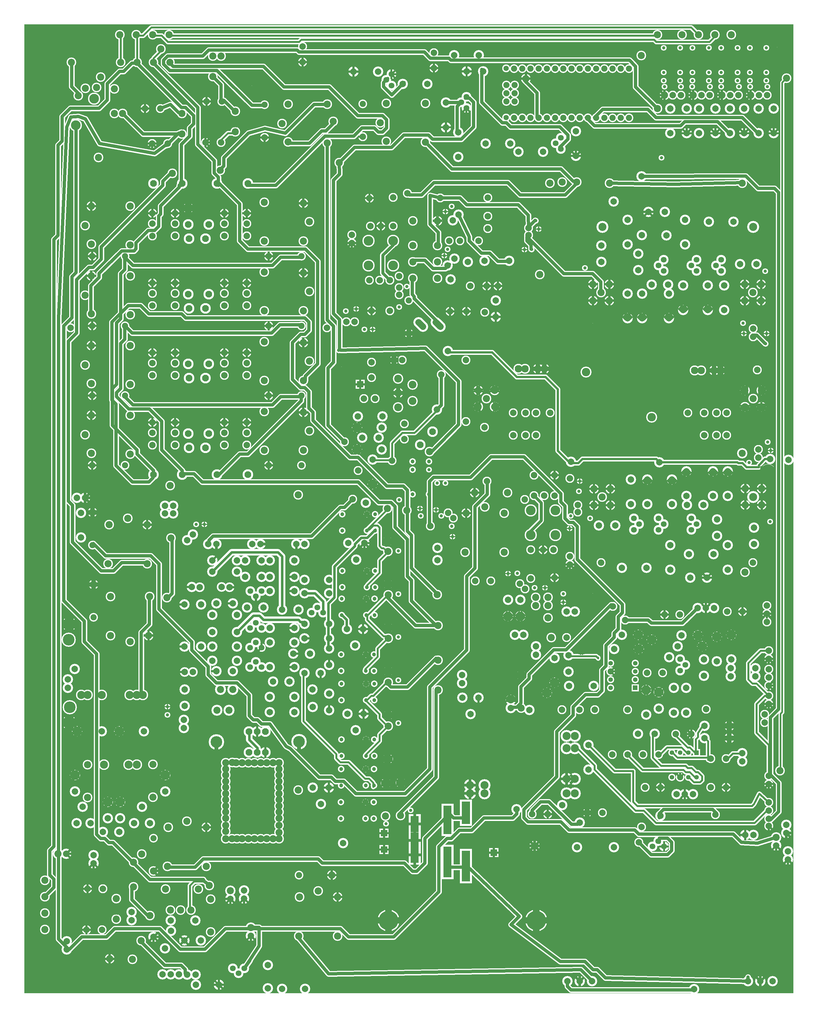
<source format=gbr>
%FSLAX34Y34*%
%MOMM*%
%LNCOPPER_TOP*%
G71*
G01*
%ADD10C,3.200*%
%ADD11C,3.000*%
%ADD12C,3.000*%
%ADD13C,2.800*%
%ADD14C,4.700*%
%ADD15C,1.800*%
%ADD16C,3.700*%
%ADD17C,7.800*%
%ADD18C,3.400*%
%ADD19C,3.100*%
%ADD20C,2.800*%
%ADD21C,2.800*%
%ADD22C,2.800*%
%ADD23C,2.600*%
%ADD24C,1.700*%
%ADD25C,1.800*%
%ADD26C,2.700*%
%ADD27C,3.200*%
%ADD28C,3.800*%
%ADD29C,3.000*%
%ADD30C,3.200*%
%ADD31C,1.400*%
%ADD32C,2.000*%
%ADD33C,1.800*%
%ADD34C,2.200*%
%ADD35C,2.700*%
%ADD36C,3.300*%
%ADD37C,2.900*%
%ADD38C,3.000*%
%ADD39C,4.800*%
%ADD40C,3.300*%
%ADD41C,3.400*%
%ADD42C,2.600*%
%ADD43C,2.000*%
%ADD44C,1.990*%
%ADD45C,1.600*%
%ADD46C,3.300*%
%ADD47C,6.800*%
%ADD48C,4.400*%
%ADD49C,4.200*%
%ADD50C,1.500*%
%ADD51C,2.700*%
%ADD52C,2.450*%
%ADD53C,1.300*%
%ADD54C,0.733*%
%ADD55C,0.667*%
%ADD56C,3.345*%
%ADD57C,0.813*%
%ADD58C,6.067*%
%ADD59C,6.860*%
%ADD60C,1.403*%
%ADD61C,1.723*%
%ADD62C,1.380*%
%ADD63C,1.427*%
%ADD64C,1.033*%
%ADD65C,1.180*%
%ADD66C,1.153*%
%ADD67C,1.220*%
%ADD68C,0.680*%
%ADD69C,1.447*%
%ADD70C,0.767*%
%ADD71C,1.264*%
%ADD72C,1.507*%
%ADD73C,0.646*%
%ADD74C,1.527*%
%ADD75C,1.900*%
%ADD76C,1.940*%
%ADD77C,1.408*%
%ADD78C,1.687*%
%ADD79C,2.100*%
%ADD80C,1.967*%
%ADD81C,1.200*%
%ADD82C,0.700*%
%ADD83C,0.804*%
%ADD84C,0.672*%
%ADD85C,0.960*%
%ADD86C,2.017*%
%ADD87C,1.487*%
%ADD88C,1.660*%
%ADD89C,0.833*%
%ADD90C,0.333*%
%ADD91C,2.748*%
%ADD92C,2.973*%
%ADD93C,2.200*%
%ADD94C,2.134*%
%ADD95C,0.600*%
%ADD96C,2.000*%
%ADD97C,1.800*%
%ADD98C,2.200*%
%ADD99C,4.500*%
%ADD100C,1.000*%
%ADD101C,2.500*%
%ADD102C,7.000*%
%ADD103C,2.600*%
%ADD104C,2.300*%
%ADD105C,2.000*%
%ADD106C,2.000*%
%ADD107C,1.800*%
%ADD108C,0.900*%
%ADD109C,1.000*%
%ADD110C,1.900*%
%ADD111C,3.000*%
%ADD112C,2.200*%
%ADD113C,2.400*%
%ADD114C,1.200*%
%ADD115C,1.000*%
%ADD116C,1.400*%
%ADD117C,1.900*%
%ADD118C,2.100*%
%ADD119C,2.100*%
%ADD120C,2.200*%
%ADD121C,3.600*%
%ADD122C,2.100*%
%ADD123C,2.200*%
%ADD124C,0.800*%
%ADD125C,1.500*%
%ADD126C,0.790*%
%ADD127C,6.000*%
%ADD128C,3.600*%
%ADD129C,4.000*%
%ADD130C,1.900*%
%ADD131C,1.650*%
%ADD132C,0.500*%
%LPD*%
G36*
X-2425700Y139700D02*
X-45700Y139700D01*
X-45700Y-2860300D01*
X-2425700Y-2860300D01*
X-2425700Y139700D01*
G37*
%LPC*%
X-558855Y-541229D02*
G54D10*
D03*
X-558805Y-464979D02*
G54D10*
D03*
X-639849Y-544629D02*
G54D10*
D03*
X-639736Y-595610D02*
G54D10*
D03*
X-525549Y-570029D02*
G54D10*
D03*
X-525437Y-621010D02*
G54D10*
D03*
X-558839Y-769829D02*
G54D10*
D03*
X-558789Y-693579D02*
G54D10*
D03*
X-438118Y-513215D02*
G54D10*
D03*
X-514368Y-513165D02*
G54D10*
D03*
X-513159Y-693579D02*
G54D10*
D03*
X-513209Y-769829D02*
G54D10*
D03*
X-381056Y-541230D02*
G54D10*
D03*
X-381006Y-464980D02*
G54D10*
D03*
X-483724Y-665745D02*
G54D10*
D03*
X-386159Y-668179D02*
G54D10*
D03*
X-386209Y-744429D02*
G54D10*
D03*
X-309960Y-668179D02*
G54D10*
D03*
X-310010Y-744429D02*
G54D10*
D03*
X-259160Y-668179D02*
G54D10*
D03*
X-259210Y-744429D02*
G54D10*
D03*
X-159688Y-602134D02*
G54D10*
D03*
X-210668Y-602247D02*
G54D10*
D03*
X-231142Y-471411D02*
G54D10*
D03*
X-307392Y-471361D02*
G54D10*
D03*
X-446484Y-588804D02*
G54D11*
D03*
X-462384Y-606379D02*
G54D11*
D03*
X-446450Y-623995D02*
G54D11*
D03*
X-344884Y-588804D02*
G54D11*
D03*
X-360784Y-606379D02*
G54D11*
D03*
X-344850Y-623995D02*
G54D11*
D03*
X-268684Y-588804D02*
G54D11*
D03*
X-284584Y-606379D02*
G54D11*
D03*
X-268650Y-623995D02*
G54D11*
D03*
X-665584Y-664904D02*
G54D12*
D03*
X-614784Y-664904D02*
G54D12*
D03*
X-640184Y-690304D02*
G54D12*
D03*
X-614784Y-715704D02*
G54D12*
D03*
X-665584Y-715704D02*
G54D12*
D03*
X-195684Y-664904D02*
G54D12*
D03*
X-144884Y-664904D02*
G54D12*
D03*
X-170284Y-690304D02*
G54D12*
D03*
X-144884Y-715704D02*
G54D12*
D03*
X-195684Y-715704D02*
G54D12*
D03*
X-494158Y-440595D02*
G54D10*
D03*
X-443178Y-440482D02*
G54D10*
D03*
X-558839Y-769829D02*
G54D13*
D03*
X-683260Y-410210D02*
G54D14*
D03*
X-432924Y-665745D02*
G54D10*
D03*
X-430609Y-693579D02*
G54D10*
D03*
X-430659Y-769829D02*
G54D10*
D03*
X-601609Y-408429D02*
G54D10*
D03*
X-690384Y-614204D02*
G54D15*
D03*
X-513209Y-769829D02*
G54D13*
D03*
X-430659Y-769829D02*
G54D13*
D03*
X-386209Y-744429D02*
G54D13*
D03*
X-310010Y-744429D02*
G54D13*
D03*
X-123428Y-411004D02*
G54D14*
D03*
X-683260Y-768986D02*
G54D14*
D03*
X-124064Y-767398D02*
G54D14*
D03*
X-633234Y-487204D02*
G54D15*
D03*
X-636410Y-487204D02*
G54D16*
D03*
X-169685Y-487204D02*
G54D16*
D03*
X-550634Y-1076445D02*
G54D17*
D03*
X-620484Y-936744D02*
G54D17*
D03*
X-687159Y-936745D02*
G54D18*
D03*
X-483959Y-1076445D02*
G54D18*
D03*
X-896034Y-926645D02*
G54D19*
D03*
X-816034Y-926645D02*
G54D20*
D03*
X-351034Y-931645D02*
G54D20*
D03*
X-271034Y-931645D02*
G54D20*
D03*
X-816034Y-926645D02*
G54D19*
D03*
X-351034Y-931645D02*
G54D19*
D03*
X-271034Y-931645D02*
G54D12*
D03*
X-876034Y-926645D02*
G54D19*
D03*
X-836034Y-926645D02*
G54D19*
D03*
X-331034Y-931644D02*
G54D19*
D03*
X-291034Y-931645D02*
G54D19*
D03*
X-1020459Y-1044245D02*
G54D12*
D03*
X-1020459Y-993445D02*
G54D12*
D03*
X-995059Y-1018845D02*
G54D12*
D03*
X-969659Y-993444D02*
G54D12*
D03*
X-969659Y-1044245D02*
G54D12*
D03*
X-1020459Y-1044245D02*
G54D21*
D03*
X-969659Y-1044245D02*
G54D13*
D03*
X-194959Y-1044245D02*
G54D12*
D03*
X-194959Y-993445D02*
G54D12*
D03*
X-169559Y-1018845D02*
G54D12*
D03*
X-144159Y-993445D02*
G54D12*
D03*
X-144159Y-1044245D02*
G54D12*
D03*
X-194959Y-1044245D02*
G54D21*
D03*
X-144159Y-1044245D02*
G54D13*
D03*
X-321502Y-1132882D02*
G54D22*
D03*
X-321502Y-1063032D02*
G54D22*
D03*
X-251652Y-1132882D02*
G54D22*
D03*
X-251652Y-1063032D02*
G54D22*
D03*
X-283402Y-1063032D02*
G54D22*
D03*
X-283402Y-1132882D02*
G54D22*
D03*
X-251651Y-1132882D02*
G54D13*
D03*
X-251651Y-1063032D02*
G54D13*
D03*
X-912052Y-1132882D02*
G54D22*
D03*
X-912052Y-1063032D02*
G54D22*
D03*
X-842202Y-1132882D02*
G54D22*
D03*
X-842202Y-1063032D02*
G54D22*
D03*
X-873952Y-1063032D02*
G54D22*
D03*
X-873952Y-1132882D02*
G54D22*
D03*
X-842201Y-1132882D02*
G54D13*
D03*
X-842201Y-1063032D02*
G54D13*
D03*
X-271034Y-931645D02*
G54D19*
D03*
X-797751Y-1063032D02*
G54D21*
D03*
X-372301Y-1063032D02*
G54D21*
D03*
X-156759Y-929920D02*
G54D21*
D03*
X-1001309Y-1107720D02*
G54D21*
D03*
X-1020459Y-993445D02*
G54D13*
D03*
X-969659Y-993444D02*
G54D13*
D03*
X-194959Y-993445D02*
G54D13*
D03*
X-144159Y-993445D02*
G54D13*
D03*
X-144159Y-1044245D02*
G54D13*
D03*
X-683260Y-1246823D02*
G54D14*
D03*
X-123428Y-1247616D02*
G54D14*
D03*
X-683260Y-1605598D02*
G54D14*
D03*
X-124064Y-1604010D02*
G54D14*
D03*
X-169685Y-1323816D02*
G54D16*
D03*
X-1360284Y-606744D02*
G54D23*
D03*
X-1284084Y-606744D02*
G54D23*
D03*
X-1284084Y-530544D02*
G54D23*
D03*
X-1360284Y-530544D02*
G54D23*
D03*
X-1284172Y-395521D02*
G54D22*
D03*
X-1284172Y-484421D02*
G54D22*
D03*
X-1322272Y-484421D02*
G54D22*
D03*
X-1354022Y-484421D02*
G54D22*
D03*
X-1293816Y-747311D02*
G54D22*
D03*
X-1357315Y-652061D02*
G54D22*
D03*
X-1325566Y-652061D02*
G54D22*
D03*
X-1293816Y-652061D02*
G54D22*
D03*
G54D24*
X-1284084Y-530544D02*
X-1284084Y-543244D01*
X-1315834Y-574994D01*
X-1315834Y-630042D01*
X-1293816Y-652061D01*
X-1265333Y-639772D02*
G54D22*
D03*
X-1357316Y-398061D02*
G54D22*
D03*
X-1239722Y-382821D02*
G54D22*
D03*
X-1077294Y-530510D02*
G54D22*
D03*
X-1020144Y-530510D02*
G54D22*
D03*
X-991444Y-454310D02*
G54D22*
D03*
X-991444Y-397160D02*
G54D22*
D03*
X-1052494Y-596134D02*
G54D10*
D03*
X-1106446Y-650016D02*
G54D10*
D03*
X-1052494Y-596134D02*
G54D13*
D03*
X-924718Y-592082D02*
G54D10*
D03*
X-1000968Y-592032D02*
G54D10*
D03*
X-924718Y-592082D02*
G54D13*
D03*
X-1045544Y-670210D02*
G54D22*
D03*
X-994744Y-670210D02*
G54D22*
D03*
X-994744Y-670210D02*
G54D22*
D03*
X-966137Y-766316D02*
G54D10*
D03*
X-966249Y-715336D02*
G54D10*
D03*
X-966137Y-766316D02*
G54D10*
D03*
X-991444Y-492410D02*
G54D22*
D03*
X-959694Y-670210D02*
G54D22*
D03*
X-1110314Y-530510D02*
G54D22*
D03*
X-1099394Y-467010D02*
G54D22*
D03*
G54D25*
X-1081363Y-448979D02*
X-1048594Y-517810D01*
X-1048594Y-530510D01*
X-1010494Y-568610D01*
X-985094Y-568610D01*
X-959694Y-594010D01*
X-921594Y-594010D01*
X-924718Y-592082D01*
X-1223090Y-468506D02*
G54D12*
D03*
X-1146890Y-468506D02*
G54D12*
D03*
X-1223090Y-544706D02*
G54D12*
D03*
X-1223090Y-595506D02*
G54D12*
D03*
X-1223090Y-646306D02*
G54D12*
D03*
X-1146890Y-544706D02*
G54D12*
D03*
X-1146890Y-595506D02*
G54D12*
D03*
X-1146890Y-646306D02*
G54D12*
D03*
X-1235591Y-816868D02*
G54D26*
D03*
X-1235591Y-715268D02*
G54D26*
D03*
X-1235591Y-816868D02*
G54D13*
D03*
X-1146890Y-468506D02*
G54D22*
D03*
X-1000639Y-751309D02*
G54D22*
D03*
X-1056859Y-749064D02*
G54D22*
D03*
X-1056859Y-749064D02*
G54D22*
D03*
X-1107659Y-749064D02*
G54D22*
D03*
G54D25*
X-1138634Y-397510D02*
X-1169345Y-390396D01*
X-1169345Y-479296D01*
X-1143945Y-504696D01*
X-1143945Y-549146D01*
X-1146889Y-547880D01*
G54D27*
X-1137475Y-796786D02*
X-1151617Y-782644D01*
G54D27*
X-1191450Y-796786D02*
X-1205592Y-782644D01*
X-1411684Y-511810D02*
G54D21*
D03*
X-1411684Y-537210D02*
G54D21*
D03*
X-1138634Y-397510D02*
G54D21*
D03*
X-1360284Y-530544D02*
G54D28*
D03*
X-1360284Y-606744D02*
G54D28*
D03*
X-1284084Y-606744D02*
G54D28*
D03*
X-1284084Y-530544D02*
G54D28*
D03*
G54D25*
X-1138196Y-789715D02*
X-1136174Y-791810D01*
X-1218724Y-709260D01*
X-1218724Y-702910D01*
X-1225074Y-696560D01*
X-1225074Y-645760D01*
X-1223089Y-646305D01*
X-781806Y-1364946D02*
G54D23*
D03*
X-858006Y-1364946D02*
G54D23*
D03*
X-858006Y-1441146D02*
G54D23*
D03*
X-781806Y-1441146D02*
G54D23*
D03*
X-857918Y-1576169D02*
G54D22*
D03*
X-857918Y-1487269D02*
G54D22*
D03*
X-819818Y-1487269D02*
G54D22*
D03*
X-788068Y-1487269D02*
G54D22*
D03*
X-784774Y-1256129D02*
G54D22*
D03*
X-848274Y-1256129D02*
G54D22*
D03*
X-784775Y-1319629D02*
G54D22*
D03*
X-816524Y-1319629D02*
G54D22*
D03*
X-848274Y-1319629D02*
G54D22*
D03*
G54D24*
X-858006Y-1441146D02*
X-858006Y-1428446D01*
X-826255Y-1396696D01*
X-826255Y-1341648D01*
X-848274Y-1319629D01*
X-876757Y-1331918D02*
G54D22*
D03*
X-784774Y-1573629D02*
G54D22*
D03*
X-736756Y-1532905D02*
G54D21*
D03*
X-736756Y-1507505D02*
G54D21*
D03*
X-736756Y-1266205D02*
G54D21*
D03*
X-781806Y-1441146D02*
G54D28*
D03*
X-781806Y-1364946D02*
G54D28*
D03*
X-858006Y-1364946D02*
G54D28*
D03*
X-858006Y-1441146D02*
G54D28*
D03*
X-1061014Y-1494527D02*
G54D12*
D03*
X-1057840Y-1373877D02*
G54D12*
D03*
X-940364Y-1494527D02*
G54D12*
D03*
X-940364Y-1373877D02*
G54D12*
D03*
X-1000689Y-1354414D02*
G54D12*
D03*
X-1057840Y-1373877D02*
G54D29*
D03*
X-1031993Y-1310296D02*
G54D12*
D03*
X-930393Y-1310296D02*
G54D12*
D03*
X-843093Y-1634436D02*
G54D12*
D03*
X-843093Y-1659836D02*
G54D12*
D03*
X-804993Y-1659836D02*
G54D12*
D03*
X-804993Y-1697936D02*
G54D12*
D03*
X-890498Y-1642442D02*
G54D10*
D03*
X-890385Y-1693422D02*
G54D10*
D03*
X-890498Y-1642442D02*
G54D22*
D03*
X-890386Y-1693423D02*
G54D22*
D03*
X-928598Y-1642442D02*
G54D10*
D03*
X-928486Y-1693422D02*
G54D10*
D03*
X-928598Y-1642442D02*
G54D22*
D03*
X-928486Y-1693423D02*
G54D22*
D03*
X-804993Y-1634436D02*
G54D12*
D03*
X-994026Y-1274486D02*
G54D22*
D03*
X-1031993Y-1310296D02*
G54D12*
D03*
X-1224035Y-975997D02*
G54D30*
D03*
X-1224035Y-1026797D02*
G54D30*
D03*
X-1268485Y-1001396D02*
G54D30*
D03*
X-1268485Y-1045847D02*
G54D30*
D03*
X-1268485Y-956947D02*
G54D30*
D03*
X-1255785Y-899797D02*
G54D22*
D03*
X-1281185Y-899797D02*
G54D22*
D03*
X-1316870Y-1074422D02*
G54D10*
D03*
X-1393120Y-1074372D02*
G54D10*
D03*
X-1395812Y-1108682D02*
G54D10*
D03*
X-1319562Y-1108732D02*
G54D10*
D03*
X-1379878Y-1140158D02*
G54D10*
D03*
X-1328898Y-1140046D02*
G54D10*
D03*
X-1351035Y-906059D02*
G54D22*
D03*
X-1351035Y-953859D02*
G54D22*
D03*
X-1347425Y-1207684D02*
G54D10*
D03*
X-1347475Y-1283934D02*
G54D10*
D03*
X-1287535Y-1258746D02*
G54D22*
D03*
X-1287535Y-1210947D02*
G54D22*
D03*
X-1374979Y-1018903D02*
G54D22*
D03*
X-1339879Y-1018902D02*
G54D22*
D03*
X-1249435Y-1144447D02*
G54D22*
D03*
X-1249435Y-1096646D02*
G54D22*
D03*
X-1395757Y-1176329D02*
G54D10*
D03*
X-1319507Y-1176379D02*
G54D10*
D03*
X-1148560Y-1052752D02*
G54D10*
D03*
X-1395812Y-1108682D02*
G54D22*
D03*
X-1395757Y-1176328D02*
G54D22*
D03*
X-1287535Y-1258746D02*
G54D22*
D03*
X-1347475Y-1283934D02*
G54D22*
D03*
G54D31*
X-1287535Y-1217297D02*
X-1286835Y-1216027D01*
X-1293185Y-1209677D01*
X-1350335Y-1209676D01*
X-1347425Y-1207684D01*
G36*
X-1372085Y-960727D02*
X-1372085Y-988727D01*
X-1400085Y-988727D01*
X-1400085Y-960727D01*
X-1372085Y-960727D01*
G37*
X-1173235Y-1214208D02*
G54D32*
D03*
X-1173235Y-1239608D02*
G54D33*
D03*
X-1224035Y-1214209D02*
G54D33*
D03*
X-1224035Y-1239609D02*
G54D32*
D03*
X-1173235Y-1315809D02*
G54D33*
D03*
X-1224035Y-1315809D02*
G54D33*
D03*
X-1171203Y-1183443D02*
G54D12*
D03*
G54D31*
X-1148560Y-1052752D02*
X-1147835Y-1055459D01*
X-1217685Y-1125309D01*
X-1255785Y-1125309D01*
X-1287535Y-1157059D01*
X-1287535Y-1207858D01*
X-1287535Y-1210947D01*
X-1169039Y-1413417D02*
G54D21*
D03*
X-1224035Y-1214209D02*
G54D32*
D03*
X-1173235Y-1315809D02*
G54D32*
D03*
X-1224035Y-1315809D02*
G54D32*
D03*
G36*
X-546122Y-1925547D02*
X-546122Y-1903547D01*
X-524122Y-1903547D01*
X-524122Y-1925547D01*
X-546122Y-1925547D01*
G37*
X-535122Y-1889147D02*
G54D34*
D03*
X-535122Y-1863747D02*
G54D34*
D03*
X-535122Y-1838347D02*
G54D34*
D03*
X-611322Y-1838347D02*
G54D34*
D03*
X-611322Y-1863747D02*
G54D34*
D03*
X-611321Y-1889147D02*
G54D34*
D03*
X-611322Y-1914547D02*
G54D34*
D03*
X-611322Y-1863747D02*
G54D35*
D03*
X-239372Y-1879186D02*
G54D10*
D03*
X-239372Y-1853686D02*
G54D10*
D03*
X-809361Y-1982522D02*
G54D22*
D03*
X-784466Y-1898937D02*
G54D10*
D03*
X-784416Y-1822687D02*
G54D10*
D03*
X-919658Y-1977529D02*
G54D10*
D03*
X-919658Y-1952029D02*
G54D10*
D03*
X-377401Y-1915245D02*
G54D10*
D03*
X-377452Y-1991496D02*
G54D10*
D03*
X-377401Y-1915245D02*
G54D22*
D03*
X-315517Y-1933178D02*
G54D22*
D03*
X-315517Y-1980978D02*
G54D22*
D03*
X-415502Y-1915245D02*
G54D10*
D03*
X-415552Y-1991496D02*
G54D10*
D03*
X-415501Y-1915245D02*
G54D22*
D03*
X-395846Y-1861472D02*
G54D11*
D03*
X-379946Y-1843897D02*
G54D11*
D03*
X-395881Y-1826281D02*
G54D11*
D03*
X-322473Y-1826678D02*
G54D10*
D03*
X-322361Y-1877659D02*
G54D10*
D03*
X-322473Y-1826679D02*
G54D22*
D03*
X-327403Y-1786551D02*
G54D10*
D03*
X-403653Y-1786501D02*
G54D10*
D03*
X-327403Y-1786551D02*
G54D22*
D03*
X-340436Y-1752579D02*
G54D10*
D03*
X-391416Y-1752691D02*
G54D10*
D03*
X-340436Y-1752578D02*
G54D22*
D03*
X-462173Y-1928278D02*
G54D10*
D03*
X-462061Y-1979259D02*
G54D10*
D03*
X-462173Y-1928279D02*
G54D22*
D03*
X-315517Y-1933178D02*
G54D22*
D03*
X-327403Y-1786551D02*
G54D22*
D03*
X-340436Y-1752579D02*
G54D22*
D03*
X-282151Y-1756495D02*
G54D10*
D03*
X-282201Y-1832746D02*
G54D10*
D03*
X-282150Y-1756495D02*
G54D22*
D03*
X-282151Y-1756495D02*
G54D22*
D03*
X-462173Y-1928278D02*
G54D22*
D03*
X-498211Y-1868222D02*
G54D22*
D03*
X-450411Y-1868222D02*
G54D22*
D03*
X-483967Y-1765823D02*
G54D10*
D03*
X-430085Y-1819776D02*
G54D10*
D03*
X-483966Y-1765822D02*
G54D22*
D03*
X-483966Y-1765823D02*
G54D22*
D03*
X-524028Y-1794722D02*
G54D10*
D03*
X-600278Y-1794672D02*
G54D10*
D03*
X-576525Y-1750796D02*
G54D10*
D03*
X-525544Y-1750684D02*
G54D10*
D03*
X-576524Y-1750796D02*
G54D22*
D03*
X-524028Y-1794722D02*
G54D22*
D03*
X-525544Y-1750684D02*
G54D22*
D03*
X-707761Y-1982522D02*
G54D22*
D03*
X-659961Y-1982522D02*
G54D22*
D03*
X-809361Y-1982522D02*
G54D22*
D03*
X-761561Y-1982522D02*
G54D22*
D03*
X-606161Y-1982522D02*
G54D22*
D03*
X-558361Y-1982522D02*
G54D22*
D03*
X-606161Y-1982522D02*
G54D22*
D03*
X-501226Y-1921595D02*
G54D10*
D03*
X-501276Y-1997846D02*
G54D10*
D03*
X-501226Y-1921595D02*
G54D22*
D03*
X-663728Y-1909022D02*
G54D10*
D03*
X-739978Y-1908972D02*
G54D10*
D03*
X-663728Y-1909022D02*
G54D22*
D03*
X-741307Y-1865148D02*
G54D10*
D03*
X-741419Y-1814168D02*
G54D10*
D03*
X-741307Y-1865148D02*
G54D22*
D03*
X-741419Y-1814167D02*
G54D22*
D03*
X-701046Y-1796272D02*
G54D22*
D03*
X-795062Y-1758854D02*
G54D22*
D03*
X-747262Y-1758854D02*
G54D22*
D03*
X-784466Y-1898937D02*
G54D22*
D03*
X-808584Y-1929734D02*
G54D10*
D03*
X-862536Y-1983616D02*
G54D10*
D03*
X-808584Y-1929735D02*
G54D22*
D03*
X-237760Y-1750241D02*
G54D22*
D03*
X-795062Y-1758854D02*
G54D12*
D03*
X-887936Y-1875666D02*
G54D12*
D03*
X-887937Y-1977266D02*
G54D12*
D03*
X-887936Y-1875666D02*
G54D12*
D03*
X-919658Y-1952029D02*
G54D12*
D03*
X-237760Y-1750241D02*
G54D10*
D03*
X-237810Y-1826491D02*
G54D10*
D03*
X-237760Y-1750241D02*
G54D22*
D03*
G54D31*
X-650114Y-1821256D02*
X-649846Y-1823372D01*
X-656196Y-1817022D01*
X-738746Y-1817022D01*
X-741419Y-1814167D01*
X-237760Y-1750241D02*
G54D22*
D03*
X-282151Y-1756495D02*
G54D22*
D03*
X-340436Y-1752579D02*
G54D22*
D03*
X-327403Y-1786551D02*
G54D22*
D03*
X-483967Y-1765823D02*
G54D22*
D03*
X-524028Y-1794722D02*
G54D22*
D03*
X-525544Y-1750684D02*
G54D22*
D03*
X-315517Y-1933178D02*
G54D22*
D03*
X-701046Y-1796272D02*
G54D22*
D03*
X-606161Y-1982522D02*
G54D22*
D03*
X-809361Y-1982522D02*
G54D22*
D03*
X-808584Y-1929735D02*
G54D22*
D03*
X-784466Y-1898937D02*
G54D22*
D03*
X-887936Y-1875666D02*
G54D22*
D03*
X-163122Y-1879236D02*
G54D10*
D03*
X-239372Y-1879186D02*
G54D10*
D03*
X-163122Y-1853736D02*
G54D10*
D03*
X-239372Y-1853686D02*
G54D10*
D03*
X-1959026Y-1162896D02*
G54D22*
D03*
X-2028876Y-1162896D02*
G54D22*
D03*
X-1959026Y-1093046D02*
G54D22*
D03*
X-2028876Y-1093046D02*
G54D22*
D03*
X-2028876Y-1124796D02*
G54D22*
D03*
X-1959026Y-1124796D02*
G54D22*
D03*
X-1915618Y-1171667D02*
G54D36*
D03*
X-1864636Y-1171555D02*
G54D36*
D03*
X-1736776Y-1162896D02*
G54D22*
D03*
X-1806626Y-1162896D02*
G54D22*
D03*
X-1736776Y-1093046D02*
G54D22*
D03*
X-1806626Y-1093046D02*
G54D22*
D03*
X-1806626Y-1124796D02*
G54D22*
D03*
X-1736776Y-1124796D02*
G54D22*
D03*
X-1854553Y-1127569D02*
G54D10*
D03*
X-1854666Y-1076589D02*
G54D10*
D03*
X-1918053Y-1127569D02*
G54D10*
D03*
X-1918166Y-1076589D02*
G54D10*
D03*
X-1736776Y-1093046D02*
G54D13*
D03*
X-1806626Y-1093046D02*
G54D13*
D03*
X-1854666Y-1076588D02*
G54D37*
D03*
X-1918166Y-1076588D02*
G54D13*
D03*
X-1959026Y-1093046D02*
G54D13*
D03*
X-2028876Y-1093046D02*
G54D13*
D03*
X-1918053Y-1127569D02*
G54D36*
D03*
X-1918166Y-1076589D02*
G54D36*
D03*
X-1854666Y-1076589D02*
G54D36*
D03*
X-1854553Y-1127569D02*
G54D36*
D03*
X-1682563Y-1058604D02*
G54D12*
D03*
X-1561913Y-1061778D02*
G54D12*
D03*
X-1682563Y-1179254D02*
G54D12*
D03*
X-1561913Y-1179254D02*
G54D12*
D03*
X-1543100Y-1118929D02*
G54D12*
D03*
X-1669056Y-1225534D02*
G54D26*
D03*
X-1567456Y-1225533D02*
G54D26*
D03*
X-1561913Y-1061778D02*
G54D12*
D03*
X-2097558Y-1191342D02*
G54D12*
D03*
X-2218208Y-1188168D02*
G54D12*
D03*
X-2097558Y-1070692D02*
G54D12*
D03*
X-2218208Y-1070692D02*
G54D12*
D03*
X-2237020Y-1131017D02*
G54D12*
D03*
X-2218207Y-1188168D02*
G54D12*
D03*
X-2218208Y-1070692D02*
G54D12*
D03*
X-2215156Y-1225534D02*
G54D26*
D03*
X-2113556Y-1225533D02*
G54D26*
D03*
X-1669056Y-1225534D02*
G54D22*
D03*
X-2215156Y-1225534D02*
G54D22*
D03*
X-1959026Y-946996D02*
G54D22*
D03*
X-2028876Y-946996D02*
G54D22*
D03*
X-1959026Y-877146D02*
G54D22*
D03*
X-2028876Y-877146D02*
G54D22*
D03*
X-2028876Y-908896D02*
G54D22*
D03*
X-1959026Y-908896D02*
G54D22*
D03*
X-1915618Y-955767D02*
G54D36*
D03*
X-1864636Y-955655D02*
G54D36*
D03*
X-1736776Y-946996D02*
G54D22*
D03*
X-1806626Y-946996D02*
G54D22*
D03*
X-1736776Y-877146D02*
G54D22*
D03*
X-1806626Y-877146D02*
G54D22*
D03*
X-1806626Y-908896D02*
G54D22*
D03*
X-1736776Y-908896D02*
G54D22*
D03*
X-1854553Y-911669D02*
G54D10*
D03*
X-1854666Y-860688D02*
G54D10*
D03*
X-1918053Y-911669D02*
G54D10*
D03*
X-1918166Y-860689D02*
G54D10*
D03*
X-1736776Y-877146D02*
G54D13*
D03*
X-1806626Y-877146D02*
G54D13*
D03*
X-1854666Y-860688D02*
G54D37*
D03*
X-1918166Y-860688D02*
G54D13*
D03*
X-1959026Y-877146D02*
G54D13*
D03*
X-2028876Y-877146D02*
G54D13*
D03*
X-1918053Y-911669D02*
G54D36*
D03*
X-1918166Y-860689D02*
G54D36*
D03*
X-1854666Y-860688D02*
G54D36*
D03*
X-1854553Y-911669D02*
G54D36*
D03*
X-1682563Y-842704D02*
G54D12*
D03*
X-1561913Y-845878D02*
G54D12*
D03*
X-1682563Y-963354D02*
G54D12*
D03*
X-1561913Y-963354D02*
G54D12*
D03*
X-1543100Y-903029D02*
G54D12*
D03*
X-1669056Y-1009634D02*
G54D26*
D03*
X-1567456Y-1009633D02*
G54D26*
D03*
X-1561913Y-845878D02*
G54D12*
D03*
X-2097558Y-975442D02*
G54D12*
D03*
X-2218208Y-972268D02*
G54D12*
D03*
X-2097558Y-854792D02*
G54D12*
D03*
X-2218208Y-854792D02*
G54D12*
D03*
X-2237020Y-915117D02*
G54D12*
D03*
X-2218207Y-972269D02*
G54D12*
D03*
X-2218208Y-854792D02*
G54D12*
D03*
X-2215156Y-1009634D02*
G54D26*
D03*
X-2113556Y-1009633D02*
G54D26*
D03*
X-1669056Y-1009634D02*
G54D22*
D03*
X-2215156Y-1009634D02*
G54D22*
D03*
X-1959026Y-731096D02*
G54D22*
D03*
X-2028876Y-731096D02*
G54D22*
D03*
X-1959026Y-661246D02*
G54D22*
D03*
X-2028876Y-661246D02*
G54D22*
D03*
X-2028876Y-692996D02*
G54D22*
D03*
X-1959026Y-692996D02*
G54D22*
D03*
X-1915618Y-739867D02*
G54D36*
D03*
X-1864636Y-739755D02*
G54D36*
D03*
X-1736776Y-731096D02*
G54D22*
D03*
X-1806626Y-731096D02*
G54D22*
D03*
X-1736776Y-661246D02*
G54D22*
D03*
X-1806626Y-661246D02*
G54D22*
D03*
X-1806626Y-692996D02*
G54D22*
D03*
X-1736776Y-692996D02*
G54D22*
D03*
X-1854553Y-695769D02*
G54D10*
D03*
X-1854666Y-644788D02*
G54D10*
D03*
X-1918053Y-695769D02*
G54D10*
D03*
X-1918166Y-644788D02*
G54D10*
D03*
X-1736776Y-661246D02*
G54D13*
D03*
X-1806626Y-661246D02*
G54D13*
D03*
X-1854666Y-644788D02*
G54D37*
D03*
X-1918166Y-644788D02*
G54D13*
D03*
X-1959026Y-661246D02*
G54D13*
D03*
X-2028876Y-661246D02*
G54D13*
D03*
X-1918053Y-695769D02*
G54D36*
D03*
X-1918166Y-644788D02*
G54D36*
D03*
X-1854666Y-644788D02*
G54D36*
D03*
X-1854553Y-695769D02*
G54D36*
D03*
X-1682563Y-626804D02*
G54D12*
D03*
X-1561913Y-629978D02*
G54D12*
D03*
X-1682563Y-747454D02*
G54D12*
D03*
X-1561913Y-747454D02*
G54D12*
D03*
X-1543100Y-687129D02*
G54D12*
D03*
X-1669056Y-793734D02*
G54D26*
D03*
X-1567456Y-793734D02*
G54D26*
D03*
X-1561913Y-629978D02*
G54D12*
D03*
X-2097558Y-759542D02*
G54D12*
D03*
X-2218208Y-756368D02*
G54D12*
D03*
X-2097558Y-638892D02*
G54D12*
D03*
X-2218208Y-638892D02*
G54D12*
D03*
X-2237020Y-699217D02*
G54D12*
D03*
X-2218207Y-756368D02*
G54D12*
D03*
X-2218208Y-638892D02*
G54D12*
D03*
X-2215156Y-793734D02*
G54D26*
D03*
X-2113556Y-793734D02*
G54D26*
D03*
X-1669056Y-793734D02*
G54D22*
D03*
X-2215156Y-793734D02*
G54D22*
D03*
X-1959026Y-515196D02*
G54D22*
D03*
X-2028876Y-515196D02*
G54D22*
D03*
X-1959026Y-445346D02*
G54D22*
D03*
X-2028876Y-445346D02*
G54D22*
D03*
X-2028876Y-477096D02*
G54D22*
D03*
X-1959026Y-477096D02*
G54D22*
D03*
X-1915618Y-523967D02*
G54D36*
D03*
X-1864636Y-523855D02*
G54D36*
D03*
X-1736776Y-515196D02*
G54D22*
D03*
X-1806626Y-515196D02*
G54D22*
D03*
X-1736776Y-445346D02*
G54D22*
D03*
X-1806626Y-445346D02*
G54D22*
D03*
X-1806626Y-477096D02*
G54D22*
D03*
X-1736776Y-477096D02*
G54D22*
D03*
X-1854553Y-479869D02*
G54D10*
D03*
X-1854666Y-428888D02*
G54D10*
D03*
X-1918053Y-479869D02*
G54D10*
D03*
X-1918166Y-428889D02*
G54D10*
D03*
X-1736776Y-445346D02*
G54D13*
D03*
X-1806626Y-445346D02*
G54D13*
D03*
X-1854666Y-428888D02*
G54D37*
D03*
X-1918166Y-428888D02*
G54D13*
D03*
X-1959026Y-445346D02*
G54D13*
D03*
X-2028876Y-445346D02*
G54D13*
D03*
X-1918053Y-479869D02*
G54D36*
D03*
X-1918166Y-428889D02*
G54D36*
D03*
X-1854666Y-428889D02*
G54D36*
D03*
X-1854553Y-479869D02*
G54D36*
D03*
X-1682563Y-410904D02*
G54D12*
D03*
X-1561913Y-414078D02*
G54D12*
D03*
X-1682563Y-531554D02*
G54D12*
D03*
X-1561913Y-531554D02*
G54D12*
D03*
X-1543100Y-471229D02*
G54D12*
D03*
X-1669056Y-577834D02*
G54D26*
D03*
X-1567456Y-577834D02*
G54D26*
D03*
X-1561913Y-414078D02*
G54D12*
D03*
X-2097558Y-543642D02*
G54D12*
D03*
X-2218208Y-540468D02*
G54D12*
D03*
X-2097558Y-422992D02*
G54D12*
D03*
X-2218208Y-422992D02*
G54D12*
D03*
X-2237020Y-483317D02*
G54D12*
D03*
X-2218207Y-540468D02*
G54D12*
D03*
X-2218208Y-422992D02*
G54D12*
D03*
X-2215156Y-577834D02*
G54D26*
D03*
X-2113556Y-577834D02*
G54D26*
D03*
X-1669056Y-577834D02*
G54D22*
D03*
X-2215156Y-577834D02*
G54D22*
D03*
X-1733902Y-1254569D02*
G54D36*
D03*
X-1733902Y-1254569D02*
G54D36*
D03*
X-1829152Y-1254569D02*
G54D36*
D03*
X-1829152Y-1254569D02*
G54D36*
D03*
X-1937102Y-1254569D02*
G54D36*
D03*
X-1937102Y-1254569D02*
G54D36*
D03*
X-2026002Y-1254569D02*
G54D36*
D03*
X-2026002Y-1254569D02*
G54D36*
D03*
G54D25*
X-1829152Y-1254568D02*
X-1822803Y-1254570D01*
X-1759303Y-1191070D01*
X-1733903Y-1191070D01*
X-1568803Y-1025970D01*
X-1568803Y-1013270D01*
X-1567456Y-1009634D01*
G54D25*
X-2113556Y-1009634D02*
X-2114903Y-1013270D01*
X-2089503Y-1038670D01*
X-1657703Y-1038670D01*
X-1632303Y-1013270D01*
X-1568803Y-1013270D01*
X-1567456Y-1009634D01*
G54D25*
X-1937102Y-1254568D02*
X-1937103Y-1254570D01*
X-1937103Y-1241870D01*
X-2000603Y-1178370D01*
X-2000603Y-1089470D01*
X-2038703Y-1051370D01*
X-2102203Y-1051370D01*
X-2140303Y-1013270D01*
X-2140303Y-1000570D01*
X-2127603Y-987870D01*
X-2127603Y-848170D01*
X-2114903Y-835470D01*
X-2114903Y-797370D01*
X-2113556Y-793734D01*
G54D25*
X-2026002Y-1254568D02*
X-2026003Y-1254570D01*
X-2026003Y-1241870D01*
X-2076803Y-1191070D01*
X-2076803Y-1178370D01*
X-2153003Y-1102170D01*
X-2153003Y-987870D01*
X-2140303Y-975170D01*
X-2140304Y-784670D01*
X-2127603Y-771970D01*
X-2127603Y-632270D01*
X-2114903Y-619570D01*
X-2114903Y-581470D01*
X-2113556Y-577834D01*
G54D25*
X-2113556Y-577834D02*
X-2114903Y-581470D01*
X-2089503Y-606870D01*
X-1657703Y-606870D01*
X-1632303Y-581470D01*
X-1568803Y-581470D01*
X-1567456Y-577834D01*
X-1733902Y-352869D02*
G54D36*
D03*
X-1733902Y-352869D02*
G54D36*
D03*
X-1829152Y-352869D02*
G54D36*
D03*
X-1829152Y-352869D02*
G54D36*
D03*
X-1937102Y-352869D02*
G54D36*
D03*
X-1937102Y-352869D02*
G54D36*
D03*
X-2026002Y-352869D02*
G54D36*
D03*
X-2026002Y-352869D02*
G54D36*
D03*
G54D25*
X-1829152Y-352868D02*
X-1822803Y-352870D01*
X-1759303Y-416370D01*
X-1759303Y-530670D01*
X-1733903Y-556070D01*
X-1556103Y-556070D01*
X-1518003Y-594170D01*
X-1518003Y-911670D01*
X-1556103Y-949770D01*
X-1556103Y-962470D01*
X-1561913Y-963354D01*
X-2282638Y-799399D02*
G54D21*
D03*
X-1488888Y-799399D02*
G54D21*
D03*
X-876936Y-829310D02*
G54D14*
D03*
X-867410Y-356236D02*
G54D14*
D03*
X-867411Y-356235D02*
G54D14*
D03*
X-1416686Y-829310D02*
G54D14*
D03*
X-1429386Y-359410D02*
G54D14*
D03*
X-2037739Y-1632085D02*
G54D12*
D03*
X-2040913Y-1752735D02*
G54D12*
D03*
X-2158388Y-1632085D02*
G54D12*
D03*
X-2158388Y-1752735D02*
G54D12*
D03*
X-2098064Y-1771548D02*
G54D12*
D03*
X-2165938Y-1530216D02*
G54D12*
D03*
X-2162764Y-1409566D02*
G54D12*
D03*
X-2045288Y-1530216D02*
G54D12*
D03*
X-2045289Y-1409566D02*
G54D12*
D03*
X-2105614Y-1390278D02*
G54D12*
D03*
X-2211018Y-1594792D02*
G54D26*
D03*
X-2211018Y-1696392D02*
G54D26*
D03*
X-2211018Y-1594792D02*
G54D22*
D03*
X-2211018Y-1594792D02*
G54D12*
D03*
X-2214816Y-1371596D02*
G54D26*
D03*
X-2214816Y-1473197D02*
G54D26*
D03*
X-2214816Y-1371596D02*
G54D22*
D03*
X-2214816Y-1371596D02*
G54D12*
D03*
X-2040913Y-1752735D02*
G54D12*
D03*
X-2045289Y-1409566D02*
G54D12*
D03*
X-2162764Y-1409566D02*
G54D12*
D03*
X-2045289Y-1409566D02*
G54D12*
D03*
X-2066528Y-1323816D02*
G54D14*
D03*
X-1114028Y-1323816D02*
G54D14*
D03*
X-2066528Y-2222341D02*
G54D14*
D03*
X-1114028Y-2225516D02*
G54D14*
D03*
X-1029973Y-1584136D02*
G54D22*
D03*
X-982173Y-1584136D02*
G54D22*
D03*
X-1029973Y-1584135D02*
G54D22*
D03*
X-134076Y-1996576D02*
G54D21*
D03*
X-121377Y-1799726D02*
G54D21*
D03*
X-121376Y-1825126D02*
G54D21*
D03*
X-121377Y-2187076D02*
G54D21*
D03*
X-121376Y-2212476D02*
G54D21*
D03*
X-121377Y-1939426D02*
G54D21*
D03*
X-121376Y-1964826D02*
G54D21*
D03*
G54D31*
X-121376Y-1939426D02*
X-159476Y-1901326D01*
X-172176Y-1901326D01*
X-184876Y-1888626D01*
X-184876Y-1837826D01*
X-146776Y-1799726D01*
X-121376Y-1799726D01*
G54D31*
X-121376Y-1939426D02*
X-134076Y-1939426D01*
X-159476Y-1964826D01*
X-159476Y-2053726D01*
X-121376Y-2091826D01*
X-121376Y-2180726D01*
X-121376Y-2187076D01*
X-1147995Y-1626317D02*
G54D38*
D03*
X-1144820Y-1721567D02*
G54D38*
D03*
X-1144820Y-1829517D02*
G54D38*
D03*
X-1144820Y-1921592D02*
G54D38*
D03*
X-1575390Y-2082055D02*
G54D39*
D03*
X-1831090Y-2082155D02*
G54D39*
D03*
X-1730364Y-2050230D02*
G54D40*
D03*
X-1704990Y-2050355D02*
G54D40*
D03*
X-1679546Y-2050330D02*
G54D40*
D03*
X-1482284Y-1983971D02*
G54D10*
D03*
X-1482459Y-1932979D02*
G54D10*
D03*
X-1780214Y-1920105D02*
G54D41*
D03*
X-1829614Y-1984205D02*
G54D41*
D03*
X-1791614Y-1984205D02*
G54D41*
D03*
X-1818314Y-1920105D02*
G54D41*
D03*
X-1929490Y-1970955D02*
G54D10*
D03*
X-1929614Y-1920038D02*
G54D10*
D03*
X-1665964Y-1942380D02*
G54D10*
D03*
X-1589714Y-1942430D02*
G54D10*
D03*
X-1932064Y-2039080D02*
G54D10*
D03*
X-1932064Y-2013580D02*
G54D10*
D03*
X-1665964Y-1990005D02*
G54D10*
D03*
X-1589715Y-1990055D02*
G54D10*
D03*
X-1691364Y-1570905D02*
G54D10*
D03*
X-1742281Y-1571030D02*
G54D10*
D03*
X-1726290Y-1615355D02*
G54D11*
D03*
X-1708714Y-1631255D02*
G54D11*
D03*
X-1691098Y-1615320D02*
G54D11*
D03*
X-1719940Y-1469305D02*
G54D10*
D03*
X-1694514Y-1469255D02*
G54D10*
D03*
X-1665964Y-1615355D02*
G54D10*
D03*
X-1589790Y-1615355D02*
G54D10*
D03*
X-1843764Y-1555030D02*
G54D10*
D03*
X-1767514Y-1555080D02*
G54D10*
D03*
X-1685014Y-1666155D02*
G54D10*
D03*
X-1735931Y-1666280D02*
G54D10*
D03*
X-1691364Y-1729655D02*
G54D11*
D03*
X-1708964Y-1713755D02*
G54D11*
D03*
X-1726556Y-1729690D02*
G54D11*
D03*
X-1690990Y-1790055D02*
G54D42*
D03*
X-1708964Y-1774080D02*
G54D11*
D03*
X-1726556Y-1790015D02*
G54D11*
D03*
X-1665964Y-1729655D02*
G54D10*
D03*
X-1589790Y-1729655D02*
G54D10*
D03*
X-1691365Y-1850355D02*
G54D11*
D03*
X-1708964Y-1834405D02*
G54D11*
D03*
X-1726556Y-1850340D02*
G54D11*
D03*
X-1843764Y-1786805D02*
G54D10*
D03*
X-1767514Y-1786855D02*
G54D10*
D03*
X-1843556Y-1830984D02*
G54D10*
D03*
X-1767306Y-1831034D02*
G54D10*
D03*
X-1665964Y-1850305D02*
G54D10*
D03*
X-1589690Y-1850355D02*
G54D10*
D03*
X-1604644Y-1895095D02*
G54D10*
D03*
X-1655560Y-1895220D02*
G54D10*
D03*
X-1665964Y-1774105D02*
G54D10*
D03*
X-1589714Y-1774155D02*
G54D10*
D03*
X-1508689Y-1868955D02*
G54D30*
D03*
X-1533673Y-1919887D02*
G54D30*
D03*
X-1558572Y-1868840D02*
G54D30*
D03*
X-1500864Y-1682030D02*
G54D11*
D03*
X-1518665Y-1666230D02*
G54D11*
D03*
X-1536055Y-1682065D02*
G54D11*
D03*
X-1856464Y-1469305D02*
G54D10*
D03*
X-1830890Y-1469355D02*
G54D10*
D03*
X-1558014Y-1580430D02*
G54D10*
D03*
X-1481764Y-1580480D02*
G54D10*
D03*
X-1558014Y-1621705D02*
G54D10*
D03*
X-1481764Y-1621755D02*
G54D10*
D03*
X-1577064Y-1672505D02*
G54D10*
D03*
X-1627981Y-1672630D02*
G54D10*
D03*
G54D43*
X-1500864Y-1682030D02*
X-1500864Y-1647105D01*
X-1526264Y-1621705D01*
X-1558014Y-1621705D01*
X-1558014Y-1716955D02*
G54D10*
D03*
X-1481764Y-1717005D02*
G54D10*
D03*
X-1481864Y-1843980D02*
G54D10*
D03*
X-1481977Y-1793000D02*
G54D10*
D03*
X-1481815Y-1761405D02*
G54D10*
D03*
X-1558090Y-1761355D02*
G54D10*
D03*
X-1907214Y-1602630D02*
G54D10*
D03*
X-1882352Y-1602942D02*
G54D11*
D03*
X-1878690Y-1786805D02*
G54D10*
D03*
X-1929664Y-1786955D02*
G54D10*
D03*
X-1843764Y-1742355D02*
G54D10*
D03*
X-1767514Y-1742405D02*
G54D10*
D03*
G54D43*
X-1558014Y-1710605D02*
X-1570714Y-1710605D01*
X-1577064Y-1704255D01*
X-1685014Y-1704255D01*
X-1697714Y-1691555D01*
X-1716764Y-1691555D01*
X-1729464Y-1704255D01*
X-1767564Y-1742355D01*
X-1780264Y-1863005D02*
G54D10*
D03*
X-1831240Y-1863155D02*
G54D10*
D03*
X-1903664Y-1866155D02*
G54D11*
D03*
X-1928964Y-1865855D02*
G54D11*
D03*
X-1878690Y-1656630D02*
G54D10*
D03*
X-1929664Y-1656730D02*
G54D10*
D03*
X-1558014Y-1469305D02*
G54D10*
D03*
X-1583490Y-1469305D02*
G54D10*
D03*
X-1843764Y-1688380D02*
G54D10*
D03*
X-1767514Y-1688430D02*
G54D10*
D03*
X-1780290Y-1653430D02*
G54D10*
D03*
X-1831190Y-1653630D02*
G54D10*
D03*
X-1815190Y-1602655D02*
G54D11*
D03*
X-1790290Y-1602955D02*
G54D11*
D03*
X-1665964Y-1570905D02*
G54D10*
D03*
X-1589790Y-1570905D02*
G54D10*
D03*
X-1665964Y-1520105D02*
G54D10*
D03*
X-1589790Y-1520055D02*
G54D10*
D03*
X-1843790Y-1520055D02*
G54D10*
D03*
X-1767589Y-1520055D02*
G54D10*
D03*
X-1691364Y-1520105D02*
G54D10*
D03*
X-1742281Y-1520230D02*
G54D10*
D03*
G54D43*
X-1627864Y-1672505D02*
X-1627864Y-1507405D01*
X-1640564Y-1494705D01*
X-1783440Y-1494705D01*
X-1843764Y-1555030D01*
X-1592664Y-1808720D02*
G54D10*
D03*
X-1541684Y-1808608D02*
G54D10*
D03*
X-1532565Y-1974180D02*
G54D10*
D03*
X-1679490Y-2114655D02*
G54D40*
D03*
X-1704790Y-2114455D02*
G54D40*
D03*
X-1730277Y-2114524D02*
G54D40*
D03*
G54D44*
X-1729464Y-2050330D02*
X-1729464Y-2075730D01*
X-1704064Y-2101130D01*
X-1704064Y-2113830D01*
X-1342240Y-2125966D02*
G54D33*
D03*
X-1367640Y-2125966D02*
G54D33*
D03*
X-1342240Y-2075166D02*
G54D33*
D03*
X-1367640Y-2075166D02*
G54D33*
D03*
X-1443840Y-2125966D02*
G54D32*
D03*
X-1443840Y-2075166D02*
G54D33*
D03*
X-1299631Y-2134850D02*
G54D12*
D03*
X-1299631Y-2033250D02*
G54D12*
D03*
X-1301615Y-2134850D02*
G54D12*
D03*
X-1342240Y-1952532D02*
G54D33*
D03*
X-1367640Y-1952531D02*
G54D33*
D03*
X-1342240Y-1901732D02*
G54D33*
D03*
X-1367640Y-1901732D02*
G54D33*
D03*
X-1443840Y-1952532D02*
G54D33*
D03*
X-1443840Y-1901732D02*
G54D33*
D03*
X-1375340Y-1995161D02*
G54D30*
D03*
X-1400323Y-2046094D02*
G54D30*
D03*
X-1425222Y-1995047D02*
G54D30*
D03*
X-1339858Y-1603281D02*
G54D33*
D03*
X-1365258Y-1603282D02*
G54D33*
D03*
X-1339858Y-1552482D02*
G54D33*
D03*
X-1365258Y-1552482D02*
G54D33*
D03*
X-1441458Y-1603282D02*
G54D33*
D03*
X-1441458Y-1552482D02*
G54D33*
D03*
X-1339858Y-1427863D02*
G54D33*
D03*
X-1365258Y-1427863D02*
G54D33*
D03*
X-1339858Y-1377062D02*
G54D33*
D03*
X-1365258Y-1377063D02*
G54D33*
D03*
X-1441458Y-1427862D02*
G54D33*
D03*
X-1441458Y-1377063D02*
G54D33*
D03*
X-1372958Y-1466524D02*
G54D30*
D03*
X-1397942Y-1517456D02*
G54D30*
D03*
X-1422841Y-1466410D02*
G54D30*
D03*
X-1376927Y-1732827D02*
G54D30*
D03*
X-1401910Y-1783759D02*
G54D30*
D03*
X-1426810Y-1732712D02*
G54D30*
D03*
X-1341446Y-1689800D02*
G54D33*
D03*
X-1366846Y-1689800D02*
G54D33*
D03*
X-1341446Y-1639000D02*
G54D33*
D03*
X-1366846Y-1639000D02*
G54D33*
D03*
X-1443046Y-1689800D02*
G54D33*
D03*
X-1443046Y-1639000D02*
G54D33*
D03*
X-1343033Y-1862044D02*
G54D33*
D03*
X-1368433Y-1862044D02*
G54D33*
D03*
X-1343033Y-1811244D02*
G54D33*
D03*
X-1368433Y-1811244D02*
G54D33*
D03*
X-1444633Y-1862044D02*
G54D33*
D03*
X-1444633Y-1811244D02*
G54D33*
D03*
G54D45*
X-1339859Y-1427863D02*
X-1338940Y-1424855D01*
X-1364340Y-1450255D01*
X-1383389Y-1450255D01*
X-1402440Y-1469305D01*
X-1402440Y-1475655D01*
X-1465940Y-1539155D01*
X-1465940Y-1634405D01*
X-1484990Y-1653455D01*
X-1484990Y-1793155D01*
X-1481976Y-1792999D01*
G54D45*
X-1443046Y-1689800D02*
X-1440540Y-1691555D01*
X-1427840Y-1704255D01*
X-1427840Y-1729655D01*
X-1426810Y-1732713D01*
X-1299631Y-1999515D02*
G54D12*
D03*
X-1299631Y-1897915D02*
G54D12*
D03*
X-1299631Y-1999515D02*
G54D12*
D03*
X-1299234Y-1863387D02*
G54D12*
D03*
X-1299234Y-1761787D02*
G54D12*
D03*
X-1299234Y-1863387D02*
G54D12*
D03*
X-1299234Y-1728846D02*
G54D12*
D03*
X-1299234Y-1627246D02*
G54D12*
D03*
X-1299234Y-1728846D02*
G54D12*
D03*
X-1300424Y-1594306D02*
G54D12*
D03*
X-1300424Y-1492706D02*
G54D12*
D03*
X-1300424Y-1594306D02*
G54D12*
D03*
X-1302012Y-1460956D02*
G54D12*
D03*
X-1302012Y-1359356D02*
G54D12*
D03*
X-1302012Y-1460956D02*
G54D12*
D03*
G54D31*
X-1299630Y-2033249D02*
X-1300840Y-2034455D01*
X-1326240Y-2059855D01*
X-1326240Y-2078905D01*
X-1370690Y-2123355D01*
X-1367640Y-2125966D01*
G54D31*
X-1299630Y-1897915D02*
X-1300840Y-1894755D01*
X-1345290Y-1939205D01*
X-1351640Y-1939205D01*
X-1364340Y-1951905D01*
X-1370690Y-1951905D01*
X-1367640Y-1952531D01*
G54D31*
X-1299234Y-1761787D02*
X-1300840Y-1761405D01*
X-1332590Y-1793155D01*
X-1332590Y-1818555D01*
X-1370690Y-1856655D01*
X-1370690Y-1863005D01*
X-1368434Y-1862044D01*
G54D31*
X-1299234Y-1627246D02*
X-1300840Y-1628055D01*
X-1364339Y-1691555D01*
X-1366846Y-1689800D01*
G54D31*
X-1300424Y-1492706D02*
X-1300840Y-1494705D01*
X-1326240Y-1520105D01*
X-1326240Y-1558205D01*
X-1364340Y-1596305D01*
X-1364340Y-1602655D01*
X-1365258Y-1603281D01*
G54D31*
X-1302011Y-1359356D02*
X-1300839Y-1361355D01*
X-1364340Y-1424855D01*
X-1365258Y-1427863D01*
G54D31*
X-1367640Y-1952531D02*
X-1370690Y-1951905D01*
X-1326239Y-1996355D01*
X-1326240Y-2009055D01*
X-1300840Y-2034455D01*
X-1299630Y-2033249D01*
G54D31*
X-1299234Y-1761787D02*
X-1300840Y-1761405D01*
X-1307190Y-1755055D01*
X-1313540Y-1755055D01*
X-1364339Y-1704255D01*
X-1364339Y-1691555D01*
X-1366846Y-1689800D01*
G54D31*
X-1300424Y-1492706D02*
X-1300840Y-1494705D01*
X-1313540Y-1482005D01*
X-1319890Y-1482005D01*
X-1326240Y-1475655D01*
X-1326240Y-1418505D01*
X-1332590Y-1412155D01*
X-1345290Y-1412155D01*
X-1357990Y-1424855D01*
X-1364340Y-1424855D01*
X-1365258Y-1427863D01*
X-1443840Y-2075166D02*
G54D32*
D03*
X-1367640Y-2125966D02*
G54D32*
D03*
X-1342240Y-2125966D02*
G54D32*
D03*
X-1367640Y-2075166D02*
G54D32*
D03*
X-1342240Y-2075166D02*
G54D32*
D03*
X-1443840Y-1952532D02*
G54D32*
D03*
X-1443840Y-1901732D02*
G54D32*
D03*
X-1367640Y-1952531D02*
G54D32*
D03*
X-1342240Y-1952532D02*
G54D32*
D03*
X-1342240Y-1901732D02*
G54D32*
D03*
X-1367640Y-1901732D02*
G54D32*
D03*
X-1368433Y-1862044D02*
G54D32*
D03*
X-1343033Y-1862044D02*
G54D32*
D03*
X-1343033Y-1811244D02*
G54D32*
D03*
X-1368433Y-1811244D02*
G54D32*
D03*
X-1444633Y-1862044D02*
G54D32*
D03*
X-1444633Y-1811244D02*
G54D32*
D03*
X-1443046Y-1689800D02*
G54D32*
D03*
X-1366846Y-1689800D02*
G54D32*
D03*
X-1443046Y-1639000D02*
G54D32*
D03*
X-1366846Y-1639000D02*
G54D32*
D03*
X-1341446Y-1639000D02*
G54D32*
D03*
X-1341446Y-1689800D02*
G54D32*
D03*
X-1441458Y-1603282D02*
G54D32*
D03*
X-1441458Y-1552482D02*
G54D32*
D03*
X-1365258Y-1603282D02*
G54D32*
D03*
X-1339858Y-1603281D02*
G54D32*
D03*
X-1339858Y-1552482D02*
G54D32*
D03*
X-1365258Y-1552482D02*
G54D32*
D03*
X-1441458Y-1427862D02*
G54D32*
D03*
X-1441458Y-1377063D02*
G54D32*
D03*
X-1365258Y-1427863D02*
G54D32*
D03*
X-1339858Y-1427863D02*
G54D32*
D03*
X-1339858Y-1377062D02*
G54D32*
D03*
X-1365258Y-1377063D02*
G54D32*
D03*
X-1376927Y-1732827D02*
G54D30*
D03*
X-1372958Y-1466524D02*
G54D30*
D03*
X-1344224Y-2319639D02*
G54D33*
D03*
X-1369624Y-2319639D02*
G54D33*
D03*
X-1344224Y-2268839D02*
G54D33*
D03*
X-1369624Y-2268839D02*
G54D33*
D03*
X-1445824Y-2319639D02*
G54D32*
D03*
X-1445824Y-2268839D02*
G54D33*
D03*
X-1445824Y-2268839D02*
G54D32*
D03*
X-1369624Y-2319639D02*
G54D32*
D03*
X-1344224Y-2319639D02*
G54D32*
D03*
X-1369624Y-2268839D02*
G54D32*
D03*
X-1344224Y-2268839D02*
G54D32*
D03*
X-1482893Y-2223761D02*
G54D30*
D03*
X-1507876Y-2274694D02*
G54D30*
D03*
X-1532775Y-2223647D02*
G54D30*
D03*
X-1307476Y-2210150D02*
G54D12*
D03*
X-1307476Y-2311749D02*
G54D12*
D03*
X-1305492Y-2210149D02*
G54D12*
D03*
X-1261438Y-2208959D02*
G54D12*
D03*
X-1261438Y-2310559D02*
G54D12*
D03*
X-1259454Y-2208959D02*
G54D12*
D03*
X-1343430Y-2217245D02*
G54D33*
D03*
X-1368830Y-2217245D02*
G54D33*
D03*
X-1343430Y-2166445D02*
G54D33*
D03*
X-1368830Y-2166445D02*
G54D33*
D03*
X-1445030Y-2217246D02*
G54D32*
D03*
X-1445031Y-2166445D02*
G54D33*
D03*
X-1445031Y-2166445D02*
G54D32*
D03*
X-1368830Y-2217245D02*
G54D32*
D03*
X-1343430Y-2217245D02*
G54D32*
D03*
X-1368830Y-2166445D02*
G54D32*
D03*
X-1343430Y-2166445D02*
G54D32*
D03*
G54D31*
X-1343430Y-2217246D02*
X-1346083Y-2220986D01*
X-1346083Y-2208286D01*
X-1358783Y-2195586D01*
X-1371483Y-2195586D01*
X-1422283Y-2144786D01*
X-1447683Y-2144786D01*
X-1460383Y-2132086D01*
X-1460383Y-2119386D01*
X-1561983Y-2017786D01*
X-1561983Y-1865386D01*
X-1558572Y-1868840D01*
X-1577930Y-1317323D02*
G54D38*
D03*
X-1577930Y-2231723D02*
G54D38*
D03*
X-1770295Y-2147017D02*
G54D12*
D03*
X-1636945Y-2280367D02*
G54D12*
D03*
X-1636945Y-2261317D02*
G54D12*
D03*
X-1636945Y-2242267D02*
G54D12*
D03*
X-1636945Y-2223217D02*
G54D12*
D03*
X-1636945Y-2204167D02*
G54D12*
D03*
X-1636945Y-2185117D02*
G54D12*
D03*
X-1636945Y-2166067D02*
G54D12*
D03*
X-1636945Y-2147017D02*
G54D12*
D03*
X-1636945Y-2299417D02*
G54D12*
D03*
X-1636945Y-2318467D02*
G54D12*
D03*
X-1636945Y-2318467D02*
G54D12*
D03*
X-1732195Y-2147017D02*
G54D12*
D03*
X-1713145Y-2147017D02*
G54D12*
D03*
X-1694095Y-2147017D02*
G54D12*
D03*
X-1675045Y-2147017D02*
G54D12*
D03*
X-1655995Y-2147017D02*
G54D12*
D03*
X-1751245Y-2147017D02*
G54D12*
D03*
X-1770295Y-2147017D02*
G54D12*
D03*
X-1636945Y-2147017D02*
G54D12*
D03*
X-1971630Y-1450673D02*
G54D12*
D03*
G54D25*
X-1144820Y-1721567D02*
X-1151170Y-1721567D01*
X-1227370Y-1645367D01*
X-1227370Y-1581867D01*
X-1240070Y-1569167D01*
X-1240070Y-1454867D01*
X-1278170Y-1416767D01*
X-1278170Y-1353267D01*
X-1290870Y-1340567D01*
X-1328970Y-1340567D01*
X-1392470Y-1277067D01*
X-1875070Y-1277067D01*
X-1900470Y-1251667D01*
X-1938570Y-1251667D01*
X-1937102Y-1254569D01*
G54D25*
X-1147995Y-1626317D02*
X-1151170Y-1619967D01*
X-1227370Y-1543767D01*
X-1227370Y-1442167D01*
X-1240070Y-1429467D01*
X-1240070Y-1302467D01*
X-1252770Y-1289767D01*
X-1303570Y-1289767D01*
X-1392470Y-1200867D01*
X-1417870Y-1200867D01*
X-1532170Y-1086567D01*
X-1532170Y-1061167D01*
X-1544870Y-1048467D01*
X-1544870Y-997667D01*
X-1557570Y-984967D01*
X-1570270Y-984967D01*
X-1595670Y-959567D01*
X-1595670Y-845267D01*
X-1570270Y-819867D01*
X-1557570Y-819867D01*
X-1544870Y-807167D01*
X-1544870Y-781767D01*
X-1557570Y-769067D01*
X-1925870Y-769067D01*
X-1938570Y-756367D01*
X-2040170Y-756367D01*
X-2065570Y-730967D01*
X-2103670Y-730967D01*
X-2154470Y-781767D01*
X-2154470Y-1023067D01*
X-2141770Y-1035767D01*
X-2141770Y-1226267D01*
X-2090970Y-1277067D01*
X-2040170Y-1277067D01*
X-2027470Y-1264367D01*
X-2027470Y-1251667D01*
X-2026002Y-1254569D01*
X-1242014Y-1365116D02*
G54D12*
D03*
G54D25*
X-1299234Y-1627246D02*
X-1303570Y-1632667D01*
X-1214670Y-1721567D01*
X-1151170Y-1721567D01*
X-1144820Y-1721567D01*
G54D25*
X-1299631Y-1897915D02*
X-1303570Y-1899367D01*
X-1290870Y-1912067D01*
X-1240070Y-1912067D01*
X-1151170Y-1823167D01*
X-1144820Y-1829517D01*
G54D25*
X-1261438Y-2310559D02*
X-1265470Y-2305767D01*
X-1151170Y-2191467D01*
X-1151170Y-1924767D01*
X-1144820Y-1921592D01*
X-1350966Y-747311D02*
G54D22*
D03*
X-881324Y-1750796D02*
G54D10*
D03*
X-906899Y-1750746D02*
G54D10*
D03*
X-842218Y-1786512D02*
G54D10*
D03*
X-842268Y-1812086D02*
G54D10*
D03*
X-721615Y-1678518D02*
G54D10*
D03*
X-747190Y-1678468D02*
G54D10*
D03*
X-203677Y-2142364D02*
G54D10*
D03*
X-203676Y-2116864D02*
G54D10*
D03*
G36*
X-334024Y-2126874D02*
X-356024Y-2126874D01*
X-356024Y-2104874D01*
X-334024Y-2104874D01*
X-334024Y-2126874D01*
G37*
X-370424Y-2115874D02*
G54D34*
D03*
X-395824Y-2115874D02*
G54D34*
D03*
X-421224Y-2115874D02*
G54D34*
D03*
X-421224Y-2192074D02*
G54D34*
D03*
X-395824Y-2192074D02*
G54D34*
D03*
X-370424Y-2192074D02*
G54D34*
D03*
X-345024Y-2192073D02*
G54D34*
D03*
X-395824Y-2192074D02*
G54D35*
D03*
X-457226Y-2311376D02*
G54D10*
D03*
X-406868Y-2243997D02*
G54D10*
D03*
X-381368Y-2243998D02*
G54D10*
D03*
X-381368Y-2243997D02*
G54D10*
D03*
X-355868Y-2243997D02*
G54D10*
D03*
X-253383Y-2223201D02*
G54D22*
D03*
X-301183Y-2223200D02*
G54D22*
D03*
X-456583Y-2223200D02*
G54D22*
D03*
X-504383Y-2223201D02*
G54D22*
D03*
X-253383Y-2134301D02*
G54D22*
D03*
X-301183Y-2134301D02*
G54D22*
D03*
X-243858Y-2070601D02*
G54D10*
D03*
X-320108Y-2070551D02*
G54D10*
D03*
X-243858Y-2032501D02*
G54D10*
D03*
X-320108Y-2032451D02*
G54D10*
D03*
X-243858Y-2032501D02*
G54D22*
D03*
X-361333Y-2058100D02*
G54D22*
D03*
X-409133Y-2058100D02*
G54D22*
D03*
X-510821Y-2121601D02*
G54D22*
D03*
X-463021Y-2121601D02*
G54D22*
D03*
X-474918Y-2056748D02*
G54D10*
D03*
X-525899Y-2056860D02*
G54D10*
D03*
X-474918Y-2056748D02*
G54D22*
D03*
X-606071Y-2121601D02*
G54D22*
D03*
X-558271Y-2121601D02*
G54D22*
D03*
G54D31*
X-320108Y-2070551D02*
X-322051Y-2067500D01*
X-309351Y-2080200D01*
X-309351Y-2137351D01*
X-307533Y-2134301D01*
G54D31*
X-326458Y-2032451D02*
X-341101Y-2054800D01*
X-341101Y-2067500D01*
X-347451Y-2073850D01*
X-347451Y-2118301D01*
X-345024Y-2115874D01*
G54D31*
X-301183Y-2134301D02*
X-303001Y-2137351D01*
X-309351Y-2131001D01*
X-404601Y-2131001D01*
X-417301Y-2118301D01*
X-423651Y-2118301D01*
X-421224Y-2115874D01*
G54D31*
X-463021Y-2121601D02*
X-461751Y-2124651D01*
X-436351Y-2099251D01*
X-391901Y-2099251D01*
X-372851Y-2118301D01*
X-370424Y-2115874D01*
G54D31*
X-409133Y-2058100D02*
X-410951Y-2061150D01*
X-372851Y-2099251D01*
X-366501Y-2099251D01*
X-347451Y-2118301D01*
X-345024Y-2115874D01*
G54D31*
X-253383Y-2134301D02*
X-252201Y-2137350D01*
X-233151Y-2118300D01*
X-201401Y-2118301D01*
X-203677Y-2116864D01*
G54D31*
X-558271Y-2121601D02*
X-557001Y-2124651D01*
X-512551Y-2169101D01*
X-385551Y-2169101D01*
X-379201Y-2175451D01*
X-366501Y-2175451D01*
X-347451Y-2194500D01*
X-345024Y-2192074D01*
G54D31*
X-474918Y-2056748D02*
X-474451Y-2054800D01*
X-480801Y-2061150D01*
X-480801Y-2131001D01*
X-455401Y-2156401D01*
X-379201Y-2156401D01*
X-372851Y-2162751D01*
X-360151Y-2162751D01*
X-347451Y-2175451D01*
X-341101Y-2175451D01*
X-328401Y-2188150D01*
X-328401Y-2200850D01*
X-334751Y-2207200D01*
X-353801Y-2207200D01*
X-366501Y-2194500D01*
X-372851Y-2194500D01*
X-370424Y-2192074D01*
X-243858Y-2032501D02*
G54D10*
D03*
X-134076Y-2021976D02*
G54D21*
D03*
X-121376Y-1856876D02*
G54D21*
D03*
X-121376Y-1882276D02*
G54D21*
D03*
X-127726Y-1660026D02*
G54D21*
D03*
X-127726Y-1685426D02*
G54D21*
D03*
X-127726Y-1710826D02*
G54D21*
D03*
X-679871Y-2167710D02*
G54D10*
D03*
X-679821Y-2091460D02*
G54D10*
D03*
X-722135Y-2063591D02*
G54D16*
D03*
X-722135Y-2101691D02*
G54D16*
D03*
X-722135Y-2196941D02*
G54D16*
D03*
X-722135Y-2241391D02*
G54D16*
D03*
X-1045985Y-2241391D02*
G54D16*
D03*
X-1001535Y-2241391D02*
G54D16*
D03*
X-747535Y-2063591D02*
G54D16*
D03*
X-747535Y-2101691D02*
G54D16*
D03*
X-747535Y-2196941D02*
G54D16*
D03*
X-747535Y-2241391D02*
G54D16*
D03*
X-1045985Y-2215991D02*
G54D16*
D03*
X-1001535Y-2215991D02*
G54D16*
D03*
X-683898Y-2301686D02*
G54D22*
D03*
X-636098Y-2301686D02*
G54D22*
D03*
X-683898Y-2301686D02*
G54D22*
D03*
X-1019739Y-1945155D02*
G54D30*
D03*
X-1044723Y-1996087D02*
G54D30*
D03*
X-1069622Y-1945040D02*
G54D30*
D03*
X-1070822Y-1900722D02*
G54D10*
D03*
X-1070771Y-1875146D02*
G54D10*
D03*
X-760824Y-2278342D02*
G54D10*
D03*
X-706943Y-2332295D02*
G54D10*
D03*
X-121376Y-2295026D02*
G54D21*
D03*
X-121376Y-2342651D02*
G54D21*
D03*
X-121376Y-2269626D02*
G54D21*
D03*
G54D31*
X-679821Y-2091460D02*
X-679676Y-2091460D01*
X-598720Y-2172417D01*
X-541570Y-2172417D01*
X-541570Y-2267667D01*
X-528870Y-2280367D01*
X-173270Y-2280367D01*
X-166920Y-2274017D01*
X-151168Y-2242267D01*
X-121376Y-2269626D01*
X-798882Y-351895D02*
G54D12*
D03*
X-203518Y-352064D02*
G54D12*
D03*
X-203518Y-1188677D02*
G54D12*
D03*
X-614732Y-351895D02*
G54D12*
D03*
G54D25*
X-614732Y-351895D02*
X-412750Y-355600D01*
X-205020Y-349967D01*
X-203518Y-352064D01*
X-716332Y-348720D02*
G54D12*
D03*
G54D25*
X-2214816Y-1473197D02*
X-2211620Y-1467567D01*
X-2173520Y-1505667D01*
X-2033820Y-1505667D01*
X-2008420Y-1531067D01*
X-2008420Y-1670767D01*
X-1906820Y-1772367D01*
X-1906820Y-1797767D01*
X-1856020Y-1848567D01*
X-1856020Y-1873967D01*
X-1830620Y-1899367D01*
X-1767120Y-1899367D01*
X-1729020Y-1937467D01*
X-1729020Y-2000967D01*
X-1716320Y-2013667D01*
X-1703620Y-2013667D01*
X-1690920Y-2026367D01*
X-1665520Y-2026367D01*
X-1614720Y-2096217D01*
X-1602020Y-2102567D01*
X-1513120Y-2191467D01*
X-1475020Y-2191467D01*
X-1462320Y-2204167D01*
X-1436920Y-2204167D01*
X-1398820Y-2242267D01*
X-1246420Y-2242267D01*
X-1170220Y-2166067D01*
X-1170220Y-1912067D01*
X-1055920Y-1797767D01*
X-1055920Y-1569167D01*
X-1030520Y-1543767D01*
X-1030520Y-1353267D01*
X-992420Y-1315167D01*
X-992420Y-1277067D01*
X-994026Y-1274486D01*
G54D25*
X-716332Y-348720D02*
X-713020Y-349967D01*
X-751120Y-388067D01*
X-890820Y-388067D01*
X-928920Y-349967D01*
X-1157520Y-349967D01*
X-1195620Y-388067D01*
X-1233720Y-388067D01*
X-1239722Y-382821D01*
X-805833Y-2305750D02*
G54D22*
D03*
X-853633Y-2305751D02*
G54D22*
D03*
X-901968Y-2290352D02*
G54D10*
D03*
G54D25*
X-853633Y-2305751D02*
X-853633Y-2293980D01*
X-827320Y-2267667D01*
X-801920Y-2267667D01*
X-732070Y-2337517D01*
X-712165Y-2337517D01*
X-706943Y-2332295D01*
X-760782Y-348720D02*
G54D12*
D03*
X-830632Y-634470D02*
G54D12*
D03*
G54D25*
X-1446582Y-869420D02*
X-1184167Y-863070D01*
X-1081320Y-965917D01*
X-1081320Y-1099910D01*
X-1164853Y-1183442D01*
G54D25*
X-1450930Y-288623D02*
X-1449620Y-323932D01*
X-1468670Y-342982D01*
X-1468670Y-755732D01*
X-1449620Y-774782D01*
X-1449620Y-866108D01*
X-1452932Y-869420D01*
G54D25*
X-1138634Y-397510D02*
X-1077592Y-397510D01*
X-1055920Y-419182D01*
X-897170Y-419182D01*
X-865420Y-450932D01*
X-865073Y-490771D01*
X-863600Y-479425D01*
X-863134Y-480054D01*
X-865073Y-490771D01*
X-290732Y-1667493D02*
G54D10*
D03*
X-316231Y-1667493D02*
G54D10*
D03*
X-316231Y-1667493D02*
G54D10*
D03*
X-341731Y-1667493D02*
G54D10*
D03*
X-444216Y-1688289D02*
G54D22*
D03*
X-396416Y-1688290D02*
G54D22*
D03*
X-202654Y-1678764D02*
G54D22*
D03*
X-250454Y-1678764D02*
G54D22*
D03*
X-565876Y-1704476D02*
G54D21*
D03*
G54D25*
X-565876Y-1704476D02*
X-494526Y-1704476D01*
X-484420Y-1714582D01*
X-388820Y-1714582D01*
X-341731Y-1667493D01*
X-121377Y-2320426D02*
G54D21*
D03*
G54D25*
X-121376Y-2320426D02*
X-116120Y-2324182D01*
X-90720Y-2298782D01*
X-90720Y-2209882D01*
X-116120Y-2184482D01*
X-121376Y-2187076D01*
G54D25*
X-515041Y-330646D02*
X-192320Y-330282D01*
X-154220Y-368382D01*
X-103420Y-368382D01*
X-90720Y-381082D01*
X-90720Y-1981282D01*
X-116120Y-2006682D01*
X-116120Y-2184482D01*
X-121376Y-2187076D01*
X-2249884Y-1373029D02*
G54D10*
D03*
X-2249934Y-1449279D02*
G54D10*
D03*
X-2249934Y-1449279D02*
G54D13*
D03*
X-2262819Y-1326600D02*
G54D10*
D03*
X-2237344Y-1326600D02*
G54D10*
D03*
X-1403235Y-781284D02*
G54D22*
D03*
X-1428635Y-781284D02*
G54D22*
D03*
X-1265122Y-674921D02*
G54D22*
D03*
X-1265122Y-697146D02*
G54D22*
D03*
X-1265122Y-735246D02*
G54D15*
D03*
X-1430222Y-747946D02*
G54D15*
D03*
X-865073Y-512996D02*
G54D22*
D03*
X-865073Y-490771D02*
G54D22*
D03*
G54D25*
X-865073Y-512996D02*
X-869950Y-517525D01*
X-755650Y-631825D01*
X-666750Y-631825D01*
X-641350Y-657225D01*
X-641350Y-695325D01*
X-640184Y-690304D01*
X-842784Y-468154D02*
G54D15*
D03*
G54D25*
X-842784Y-468154D02*
X-844550Y-466725D01*
X-869950Y-492125D01*
X-865073Y-490771D01*
X-169748Y-801921D02*
G54D22*
D03*
X-169748Y-827321D02*
G54D22*
D03*
X-201434Y-785654D02*
G54D15*
D03*
X-153872Y-1176571D02*
G54D22*
D03*
X-153872Y-1201971D02*
G54D22*
D03*
X-125234Y-1153954D02*
G54D15*
D03*
X-712672Y-1348021D02*
G54D22*
D03*
X-712672Y-1370246D02*
G54D22*
D03*
X-709434Y-1306354D02*
G54D15*
D03*
X-734834Y-1382554D02*
G54D15*
D03*
X-1098073Y-1388828D02*
G54D22*
D03*
X-1113789Y-1373112D02*
G54D22*
D03*
X-1103134Y-1414304D02*
G54D15*
D03*
X-1134884Y-1382554D02*
G54D15*
D03*
X-876265Y-1608291D02*
G54D22*
D03*
X-891980Y-1592576D02*
G54D22*
D03*
X-899934Y-1560354D02*
G54D15*
D03*
X-845960Y-1604804D02*
G54D15*
D03*
X-1398472Y-741596D02*
G54D15*
D03*
X-833322Y-493946D02*
G54D15*
D03*
X-877772Y-557446D02*
G54D15*
D03*
X-855484Y-557054D02*
G54D15*
D03*
G54D25*
X-855484Y-557054D02*
X-857250Y-555625D01*
X-857250Y-542925D01*
X-869950Y-530225D01*
X-869950Y-517525D01*
X-865073Y-512996D01*
X-198322Y-817796D02*
G54D15*
D03*
X-128472Y-817796D02*
G54D15*
D03*
X-131584Y-849154D02*
G54D15*
D03*
G54D25*
X-131584Y-849154D02*
X-133350Y-847725D01*
X-158750Y-822325D01*
X-171450Y-822325D01*
X-169748Y-824146D01*
X-115772Y-1179746D02*
G54D15*
D03*
X-182384Y-1217454D02*
G54D15*
D03*
X-1373072Y-805096D02*
G54D15*
D03*
X-1347672Y-805096D02*
G54D15*
D03*
X-706322Y-1274996D02*
G54D15*
D03*
X-738072Y-1421046D02*
G54D15*
D03*
X-928572Y-1560746D02*
G54D15*
D03*
X-814272Y-1605196D02*
G54D15*
D03*
X-1150822Y-1363896D02*
G54D15*
D03*
X-1100022Y-1446446D02*
G54D15*
D03*
X-1198384Y-1382554D02*
G54D15*
D03*
X-1201403Y-1359733D02*
G54D15*
D03*
X-757122Y-1649646D02*
G54D15*
D03*
X-757060Y-1623854D02*
G54D15*
D03*
X-2099600Y-1936912D02*
G54D46*
D03*
X-2185325Y-1936912D02*
G54D46*
D03*
X-2102775Y-2152812D02*
G54D46*
D03*
X-2178975Y-2152812D02*
G54D46*
D03*
X-2077375Y-1936912D02*
G54D46*
D03*
X-2229775Y-1936912D02*
G54D46*
D03*
X-2077375Y-2152812D02*
G54D46*
D03*
X-2131497Y-2049615D02*
G54D10*
D03*
X-2055247Y-2049664D02*
G54D10*
D03*
X-2131497Y-2049614D02*
G54D22*
D03*
X-2261672Y-2049615D02*
G54D10*
D03*
X-2185422Y-2049664D02*
G54D10*
D03*
X-2261672Y-2049614D02*
G54D22*
D03*
X-2027593Y-2151978D02*
G54D12*
D03*
X-2027593Y-2253578D02*
G54D12*
D03*
X-2229775Y-2152812D02*
G54D12*
D03*
X-2229775Y-2254412D02*
G54D12*
D03*
X-1989702Y-2185029D02*
G54D10*
D03*
X-1989590Y-2236010D02*
G54D10*
D03*
X-1989702Y-2185029D02*
G54D22*
D03*
X-2269102Y-2185029D02*
G54D10*
D03*
X-2268990Y-2236010D02*
G54D10*
D03*
X-2269102Y-2185030D02*
G54D22*
D03*
X-1989702Y-2185029D02*
G54D22*
D03*
X-2245385Y-2283255D02*
G54D30*
D03*
X-2220486Y-2334302D02*
G54D30*
D03*
X-2086219Y-2334187D02*
G54D30*
D03*
X-2061235Y-2283255D02*
G54D30*
D03*
X-2036336Y-2334302D02*
G54D30*
D03*
X-2129402Y-2267580D02*
G54D10*
D03*
X-2129290Y-2318560D02*
G54D10*
D03*
X-2129402Y-2267580D02*
G54D22*
D03*
X-2129402Y-2267580D02*
G54D22*
D03*
X-2167502Y-2267580D02*
G54D10*
D03*
X-2167390Y-2318560D02*
G54D10*
D03*
X-2167502Y-2267580D02*
G54D22*
D03*
X-2167502Y-2267580D02*
G54D22*
D03*
X-2131447Y-2360815D02*
G54D10*
D03*
X-2182247Y-2360815D02*
G54D10*
D03*
X-2248825Y-1936912D02*
G54D46*
D03*
X-2058325Y-1936912D02*
G54D46*
D03*
X-2264019Y-2334187D02*
G54D30*
D03*
X-1932064Y-2013580D02*
G54D10*
D03*
X-2290839Y-1914461D02*
G54D10*
D03*
X-2290840Y-1888961D02*
G54D10*
D03*
G54D25*
X-2058325Y-1936912D02*
X-2057400Y-1939925D01*
X-2063750Y-1933575D01*
X-2063750Y-1743075D01*
X-2038350Y-1717675D01*
X-2038350Y-1635125D01*
X-2037739Y-1632085D01*
X-1984328Y-1635642D02*
G54D12*
D03*
G54D25*
X-1984328Y-1635642D02*
X-1981200Y-1635125D01*
X-1968500Y-1622425D01*
X-1968500Y-1450975D01*
X-1971630Y-1450673D01*
X-1298530Y-2634948D02*
G54D12*
D03*
X-841330Y-2634948D02*
G54D47*
D03*
X-1488256Y-227516D02*
G54D12*
D03*
X-1608906Y-224343D02*
G54D12*
D03*
X-1488256Y-106866D02*
G54D12*
D03*
X-1608906Y-106866D02*
G54D12*
D03*
X-1627718Y-167192D02*
G54D12*
D03*
X-1608906Y-224343D02*
G54D12*
D03*
X-1682334Y-108985D02*
G54D26*
D03*
X-1682334Y-210585D02*
G54D22*
D03*
X-1608906Y-224343D02*
G54D12*
D03*
X-1184230Y-225123D02*
G54D12*
D03*
X-1304880Y-221949D02*
G54D12*
D03*
X-1184230Y-104473D02*
G54D12*
D03*
X-1304880Y-104473D02*
G54D12*
D03*
X-1323692Y-164798D02*
G54D12*
D03*
X-1304880Y-221950D02*
G54D12*
D03*
X-1378308Y-106591D02*
G54D26*
D03*
X-1378308Y-208191D02*
G54D22*
D03*
X-1304880Y-221949D02*
G54D12*
D03*
X-2195882Y-272520D02*
G54D12*
D03*
X-2266534Y-172485D02*
G54D28*
D03*
G54D25*
X-1184230Y-225123D02*
X-1101680Y-307673D01*
X-765130Y-307673D01*
X-727030Y-345773D01*
X-714330Y-345773D01*
X-716332Y-348720D01*
G54D25*
X-1937102Y-352869D02*
X-1939880Y-352123D01*
X-1946230Y-358473D01*
X-1946230Y-364823D01*
X-2003380Y-421973D01*
X-2003380Y-447373D01*
X-2009730Y-453723D01*
X-2009730Y-485473D01*
X-2022430Y-498173D01*
X-2041480Y-498173D01*
X-2079580Y-536273D01*
X-2079580Y-555323D01*
X-2085930Y-561673D01*
X-2124030Y-561673D01*
X-2193880Y-631523D01*
X-2193880Y-644223D01*
X-2219280Y-669623D01*
X-2219280Y-758523D01*
X-2218207Y-756369D01*
X-1767508Y-293288D02*
G54D14*
D03*
X-2148508Y-341707D02*
G54D14*
D03*
X-2159620Y-1273570D02*
G54D14*
D03*
X-1974221Y-1287989D02*
G54D12*
D03*
X-1967697Y-321768D02*
G54D12*
D03*
G54D25*
X-1967697Y-321769D02*
X-1971630Y-320373D01*
X-1997030Y-345773D01*
X-1997030Y-358473D01*
X-2187530Y-548973D01*
X-2187530Y-587073D01*
X-2212930Y-612473D01*
X-2225630Y-612473D01*
X-2263730Y-650573D01*
X-2263730Y-815673D01*
X-2289130Y-841073D01*
X-2289130Y-1336373D01*
X-2276430Y-1349073D01*
X-2276430Y-1463373D01*
X-2187530Y-1552273D01*
X-2149430Y-1552273D01*
X-2124030Y-1526873D01*
X-2047830Y-1526873D01*
X-2045289Y-1530216D01*
X-1818899Y-311862D02*
G54D12*
D03*
X-1973632Y-2602970D02*
G54D12*
D03*
X-1941882Y-2602970D02*
G54D12*
D03*
X-1910132Y-2602970D02*
G54D12*
D03*
X-1972696Y-2635270D02*
G54D10*
D03*
X-1896446Y-2635320D02*
G54D10*
D03*
X-1886784Y-2537843D02*
G54D12*
D03*
X-1988384Y-2537843D02*
G54D12*
D03*
X-1848684Y-2671193D02*
G54D12*
D03*
X-1848684Y-2569593D02*
G54D12*
D03*
X-1879243Y-2697364D02*
G54D10*
D03*
X-1930224Y-2697477D02*
G54D10*
D03*
X-2025492Y-2686076D02*
G54D30*
D03*
X-1971811Y-2667728D02*
G54D30*
D03*
X-1990300Y-2721429D02*
G54D30*
D03*
X-1852982Y-2526770D02*
G54D12*
D03*
G54D31*
X-1852982Y-2526770D02*
X-1855748Y-2527397D01*
X-1868448Y-2514697D01*
X-1900198Y-2514697D01*
X-1912898Y-2527397D01*
X-1912898Y-2603597D01*
X-1910132Y-2602970D01*
X-1930224Y-2697477D02*
G54D30*
D03*
X-1982947Y-2467304D02*
G54D12*
D03*
X-1979773Y-2346654D02*
G54D12*
D03*
X-1862297Y-2467303D02*
G54D12*
D03*
X-1862297Y-2346654D02*
G54D12*
D03*
X-1922622Y-2327841D02*
G54D12*
D03*
X-1979774Y-2346654D02*
G54D12*
D03*
X-1862297Y-2346654D02*
G54D12*
D03*
X-2026134Y-2481884D02*
G54D26*
D03*
X-2026134Y-2380285D02*
G54D26*
D03*
X-668256Y-2823388D02*
G54D10*
D03*
X-744556Y-2823389D02*
G54D10*
D03*
X-706356Y-2823388D02*
G54D10*
D03*
X-1298530Y-2634948D02*
G54D47*
D03*
X-109456Y-2823388D02*
G54D10*
D03*
X-185756Y-2823389D02*
G54D10*
D03*
X-147556Y-2823388D02*
G54D10*
D03*
X-1058935Y-1090297D02*
G54D22*
D03*
X-1115498Y-606640D02*
G54D10*
D03*
X-1094292Y-585434D02*
G54D10*
D03*
X-1058935Y-899797D02*
G54D22*
D03*
X-1135135Y-944247D02*
G54D22*
D03*
G54D25*
X-1135135Y-944247D02*
X-1135135Y-1039326D01*
X-1148560Y-1052752D01*
G54D25*
X-1488256Y-227516D02*
X-1488256Y-774881D01*
X-1468670Y-794467D01*
X-1468670Y-906695D01*
X-1485900Y-923925D01*
X-1485900Y-1101725D01*
X-1435100Y-1152525D01*
X-1435100Y-1152525D02*
G54D22*
D03*
X-1409700Y-1330325D02*
G54D22*
D03*
G54D25*
X-1409700Y-1330325D02*
X-1435100Y-1355725D01*
X-1447800Y-1355725D01*
X-1536700Y-1444625D01*
X-1841500Y-1444625D01*
X-1854200Y-1457325D01*
X-1854200Y-1470025D01*
X-1856465Y-1469305D01*
X-1982672Y-1998896D02*
G54D15*
D03*
X-1982672Y-1973496D02*
G54D15*
D03*
X-1921948Y-1457540D02*
G54D10*
D03*
X-1903917Y-1439508D02*
G54D10*
D03*
X-1893772Y-1408346D02*
G54D15*
D03*
X-1868372Y-1408346D02*
G54D15*
D03*
X-1576547Y-2683204D02*
G54D12*
D03*
X-1573373Y-2562554D02*
G54D12*
D03*
X-1455897Y-2683203D02*
G54D12*
D03*
X-1455897Y-2562554D02*
G54D12*
D03*
X-1516222Y-2543741D02*
G54D12*
D03*
X-1573374Y-2562554D02*
G54D12*
D03*
X-1455897Y-2562554D02*
G54D12*
D03*
X-1474007Y-2494865D02*
G54D26*
D03*
X-1575607Y-2494865D02*
G54D26*
D03*
X-2093805Y-2608749D02*
G54D10*
D03*
X-2093805Y-2634249D02*
G54D10*
D03*
X-2286378Y-1717520D02*
G54D48*
D03*
X-1015603Y-2387441D02*
G54D49*
D03*
G36*
X-1040185Y-2280241D02*
X-1040185Y-2342241D01*
X-1077185Y-2342241D01*
X-1077185Y-2280241D01*
X-1040185Y-2280241D01*
G37*
G36*
X-1040185Y-2432641D02*
X-1040185Y-2494641D01*
X-1077185Y-2494641D01*
X-1077185Y-2432641D01*
X-1040185Y-2432641D01*
G37*
G36*
X-1097335Y-2311991D02*
X-1097335Y-2373991D01*
X-1134335Y-2373991D01*
X-1134335Y-2311991D01*
X-1097335Y-2311991D01*
G37*
G36*
X-1097335Y-2400891D02*
X-1097335Y-2462891D01*
X-1134335Y-2462891D01*
X-1134335Y-2400891D01*
X-1097335Y-2400891D01*
G37*
G36*
X-1198935Y-2305641D02*
X-1198935Y-2367641D01*
X-1235935Y-2367641D01*
X-1235935Y-2305641D01*
X-1198935Y-2305641D01*
G37*
G36*
X-1198935Y-2400891D02*
X-1198935Y-2462891D01*
X-1235935Y-2462891D01*
X-1235935Y-2400891D01*
X-1198935Y-2400891D01*
G37*
G36*
X-1097335Y-2273891D02*
X-1097335Y-2335891D01*
X-1134335Y-2335891D01*
X-1134335Y-2273891D01*
X-1097335Y-2273891D01*
G37*
G36*
X-1097335Y-2445341D02*
X-1097335Y-2507341D01*
X-1134335Y-2507341D01*
X-1134335Y-2445341D01*
X-1097335Y-2445341D01*
G37*
G36*
X-1198935Y-2356441D02*
X-1198935Y-2418441D01*
X-1235935Y-2418441D01*
X-1235935Y-2356441D01*
X-1198935Y-2356441D01*
G37*
G36*
X-1040185Y-2261191D02*
X-1040185Y-2323191D01*
X-1077185Y-2323191D01*
X-1077185Y-2261191D01*
X-1040185Y-2261191D01*
G37*
G36*
X-1040185Y-2458041D02*
X-1040185Y-2520041D01*
X-1077185Y-2520041D01*
X-1077185Y-2458041D01*
X-1040185Y-2458041D01*
G37*
G54D25*
X-1576547Y-2683203D02*
X-1579385Y-2685891D01*
X-1484135Y-2800191D01*
X-703085Y-2787491D01*
X-664985Y-2825591D01*
X-668256Y-2823388D01*
G54D25*
X-1115835Y-2304891D02*
X-1109485Y-2304891D01*
X-1185685Y-2381091D01*
X-1185685Y-2457291D01*
X-1211085Y-2482691D01*
X-1223785Y-2482691D01*
X-1249185Y-2457291D01*
X-1503185Y-2457291D01*
X-1515885Y-2444591D01*
X-1871485Y-2444591D01*
X-1896885Y-2469991D01*
X-1985785Y-2469991D01*
X-1982947Y-2467303D01*
G54D25*
X-1115835Y-2304891D02*
X-1109485Y-2304891D01*
X-1096785Y-2317591D01*
X-1058685Y-2317591D01*
X-1058685Y-2311241D01*
G54D25*
X-1115835Y-2476341D02*
X-1109485Y-2469991D01*
X-1058685Y-2469991D01*
X-1058685Y-2463641D01*
G54D25*
X-1058685Y-2450941D02*
X-1058685Y-2463641D01*
X-893585Y-2622391D01*
X-918985Y-2647791D01*
X-766585Y-2762091D01*
X-690385Y-2762091D01*
X-664985Y-2787491D01*
X-652285Y-2787491D01*
X-626885Y-2812891D01*
X-185756Y-2823389D01*
X-185756Y-2810689D01*
X-1269603Y-2390616D02*
G54D49*
D03*
G36*
X-1326161Y-2350818D02*
X-1298161Y-2350818D01*
X-1298161Y-2378818D01*
X-1326161Y-2378818D01*
X-1326161Y-2350818D01*
G37*
G36*
X-1326161Y-2401618D02*
X-1298161Y-2401618D01*
X-1298161Y-2429618D01*
X-1326161Y-2429618D01*
X-1326161Y-2401618D01*
G37*
G36*
X-986436Y-2411143D02*
X-958436Y-2411143D01*
X-958436Y-2439143D01*
X-986436Y-2439143D01*
X-986436Y-2411143D01*
G37*
X-2399903Y52546D02*
G54D14*
D03*
X-1704578Y-33179D02*
G54D14*
D03*
X-225028Y-2430304D02*
G54D14*
D03*
X-2390378Y-2836704D02*
G54D14*
D03*
X-1602978Y-2798604D02*
G54D14*
D03*
X-1772829Y-129639D02*
G54D12*
D03*
X-1772829Y-161389D02*
G54D12*
D03*
X-1772829Y-193139D02*
G54D12*
D03*
X-1864679Y-225744D02*
G54D22*
D03*
X-1816879Y-225744D02*
G54D22*
D03*
X-1861504Y-98744D02*
G54D22*
D03*
X-1813704Y-98744D02*
G54D22*
D03*
X-1937929Y-135989D02*
G54D12*
D03*
X-1937929Y-167739D02*
G54D12*
D03*
X-1937929Y-199489D02*
G54D12*
D03*
X-2029779Y-228919D02*
G54D22*
D03*
X-1981979Y-228919D02*
G54D22*
D03*
X-2052004Y-120970D02*
G54D22*
D03*
X-2004204Y-120969D02*
G54D22*
D03*
G54D25*
X-1818899Y-311862D02*
X-1820685Y-310991D01*
X-1807985Y-298291D01*
X-1807985Y-272891D01*
X-1731785Y-196691D01*
X-1681162Y-182562D01*
X-1617485Y-196691D01*
X-1528585Y-107791D01*
X-1490485Y-107791D01*
X-1488256Y-106867D01*
G54D25*
X-1852982Y-2526770D02*
X-1858785Y-2520791D01*
X-1868448Y-2514697D01*
X-1871485Y-2508091D01*
X-2036585Y-2508091D01*
X-2150885Y-2393791D01*
X-2163585Y-2393791D01*
X-2176285Y-2381091D01*
X-2188985Y-2381091D01*
X-2201685Y-2368391D01*
X-2201685Y-1809591D01*
X-2239785Y-1771491D01*
X-2239785Y-1707991D01*
X-2303285Y-1644491D01*
X-2303285Y-793591D01*
X-2277885Y-768191D01*
X-2277885Y-641191D01*
X-2265185Y-628491D01*
X-2265185Y-171291D01*
X-2266534Y-172485D01*
X-2141129Y-2568039D02*
G54D12*
D03*
X-2141129Y-2599789D02*
G54D12*
D03*
X-2141129Y-2631539D02*
G54D12*
D03*
X-2232979Y-2664144D02*
G54D22*
D03*
X-2185179Y-2664144D02*
G54D22*
D03*
X-2229804Y-2537144D02*
G54D22*
D03*
X-2182004Y-2537144D02*
G54D22*
D03*
X-2026134Y-2481884D02*
G54D12*
D03*
X-1474007Y-2494865D02*
G54D12*
D03*
X-2087722Y-2454841D02*
G54D12*
D03*
G54D25*
X-2004204Y-120969D02*
X-1973085Y-107791D01*
X-1947685Y-133191D01*
X-1934985Y-133191D01*
X-1937929Y-135989D01*
G54D25*
X-1981979Y-232094D02*
X-1985785Y-234791D01*
X-1947685Y-196691D01*
X-1934985Y-196691D01*
X-1937929Y-199489D01*
G54D31*
X-1816879Y-225744D02*
X-1820685Y-222091D01*
X-1795285Y-196691D01*
X-1769885Y-196691D01*
X-1772829Y-193139D01*
G54D25*
X-1813704Y-98744D02*
X-1807985Y-95091D01*
X-1769885Y-133191D01*
X-1772829Y-129639D01*
X-1115834Y-557054D02*
G54D15*
D03*
X-1125422Y-576496D02*
G54D15*
D03*
G54D25*
X-1112323Y-603465D02*
X-1109485Y-603091D01*
X-1122185Y-615791D01*
X-1160285Y-615791D01*
X-1185685Y-590391D01*
X-1223785Y-590391D01*
X-1223090Y-595505D01*
X-1099394Y-467010D02*
G54D10*
D03*
X-1081363Y-448979D02*
G54D10*
D03*
X-1103134Y-423704D02*
G54D15*
D03*
X-1122247Y-439971D02*
G54D15*
D03*
X-2211464Y-2458180D02*
G54D10*
D03*
X-2211465Y-2432680D02*
G54D10*
D03*
X-2294014Y-2724880D02*
G54D10*
D03*
X-2294015Y-2699380D02*
G54D10*
D03*
X-2209384Y-89935D02*
G54D28*
D03*
G54D25*
X-2294015Y-2724780D02*
X-2294015Y-2718430D01*
X-2319415Y-2693030D01*
X-2319415Y-768980D01*
X-2294015Y-178430D01*
X-2281315Y-146680D01*
X-2257414Y-145230D01*
X-2236865Y-153030D01*
X-2192415Y-229230D01*
X-2022464Y-259530D01*
X-1981979Y-228919D01*
X-2320880Y-2428573D02*
G54D12*
D03*
X-2288166Y-1765832D02*
G54D48*
D03*
X-2126968Y22527D02*
G54D12*
D03*
X-2076168Y22527D02*
G54D12*
D03*
X-2025368Y22527D02*
G54D12*
D03*
X-1974568Y22527D02*
G54D12*
D03*
G54D25*
X-2076168Y22527D02*
X-2079342Y22527D01*
X-1939642Y-117173D01*
X-1926942Y-117173D01*
X-1901542Y-142573D01*
X-1901542Y-167973D01*
X-1914242Y-180673D01*
X-1914242Y-206073D01*
X-1939642Y-231473D01*
X-1939642Y-358473D01*
X-1937102Y-352869D01*
G54D25*
X-2025368Y22527D02*
X-2028542Y22527D01*
X-1888842Y-117173D01*
X-1888842Y-231473D01*
X-1838042Y-282273D01*
X-1838042Y-320373D01*
X-1825342Y-333073D01*
X-1825342Y-358473D01*
X-1829152Y-352869D01*
G54D25*
X-1974568Y22527D02*
X-1977742Y22527D01*
X-1965042Y9827D01*
X-1685642Y9827D01*
X-1622142Y-53673D01*
X-1482442Y-53673D01*
X-1393542Y-142573D01*
X-1317342Y-142573D01*
X-1304642Y-155273D01*
X-1304642Y-180673D01*
X-1317342Y-193373D01*
X-1330042Y-193373D01*
X-1342742Y-180673D01*
X-1380842Y-180673D01*
X-1406242Y-206073D01*
X-1495142Y-206073D01*
X-1647542Y-358473D01*
X-1736442Y-358473D01*
X-1733902Y-352869D01*
G54D25*
X-2113556Y-793734D02*
X-2117442Y-790273D01*
X-2092042Y-815673D01*
X-1660242Y-815673D01*
X-1634842Y-790273D01*
X-1571342Y-790273D01*
X-1567456Y-793734D01*
X-2279368Y22527D02*
G54D12*
D03*
X-2228568Y22527D02*
G54D12*
D03*
X-1854666Y-644788D02*
G54D36*
D03*
X-1918166Y-860689D02*
G54D36*
D03*
X-1854666Y-860688D02*
G54D36*
D03*
X-1918166Y-1076589D02*
G54D36*
D03*
X-1854666Y-1076589D02*
G54D36*
D03*
G54D25*
X-2294014Y-2724880D02*
X-2298700Y-2724150D01*
X-2286000Y-2724150D01*
X-2247900Y-2686050D01*
X-2171700Y-2686050D01*
X-2146300Y-2660650D01*
X-2006600Y-2660650D01*
X-1943100Y-2724150D01*
X-1866900Y-2724150D01*
X-1803400Y-2660650D01*
X-1447800Y-2660650D01*
X-1422400Y-2686050D01*
X-1282700Y-2686050D01*
X-1143000Y-2546350D01*
X-1143000Y-2406650D01*
X-1117600Y-2381250D01*
X-1104900Y-2381250D01*
X-1079500Y-2355850D01*
X-1041400Y-2355850D01*
X-1003300Y-2317750D01*
X-914400Y-2317750D01*
X-901700Y-2305050D01*
X-901700Y-2292350D01*
X-901968Y-2290352D01*
X-1242103Y-671746D02*
G54D15*
D03*
X-248469Y-1472992D02*
G54D10*
D03*
X-248519Y-1549242D02*
G54D10*
D03*
X-167476Y-1469592D02*
G54D10*
D03*
X-167588Y-1418612D02*
G54D10*
D03*
X-281775Y-1444192D02*
G54D10*
D03*
X-281888Y-1393212D02*
G54D10*
D03*
X-248485Y-1244392D02*
G54D10*
D03*
X-248535Y-1320642D02*
G54D10*
D03*
X-369206Y-1501006D02*
G54D10*
D03*
X-292956Y-1501056D02*
G54D10*
D03*
X-294165Y-1320642D02*
G54D10*
D03*
X-294115Y-1244392D02*
G54D10*
D03*
X-426268Y-1472992D02*
G54D10*
D03*
X-426318Y-1549241D02*
G54D10*
D03*
X-323600Y-1348476D02*
G54D10*
D03*
X-421165Y-1346042D02*
G54D10*
D03*
X-421115Y-1269792D02*
G54D10*
D03*
X-497365Y-1346042D02*
G54D10*
D03*
X-497315Y-1269792D02*
G54D10*
D03*
X-548165Y-1346042D02*
G54D10*
D03*
X-548115Y-1269792D02*
G54D10*
D03*
X-647636Y-1412086D02*
G54D10*
D03*
X-596656Y-1411974D02*
G54D10*
D03*
X-576182Y-1542810D02*
G54D10*
D03*
X-499932Y-1542860D02*
G54D10*
D03*
X-360840Y-1425418D02*
G54D11*
D03*
X-344940Y-1407842D02*
G54D11*
D03*
X-360874Y-1390226D02*
G54D11*
D03*
X-462440Y-1425417D02*
G54D11*
D03*
X-446540Y-1407842D02*
G54D11*
D03*
X-462475Y-1390226D02*
G54D11*
D03*
X-538640Y-1425417D02*
G54D11*
D03*
X-522740Y-1407842D02*
G54D11*
D03*
X-538675Y-1390226D02*
G54D11*
D03*
X-143328Y-1348524D02*
G54D12*
D03*
X-194128Y-1348524D02*
G54D12*
D03*
X-168728Y-1323124D02*
G54D12*
D03*
X-194128Y-1297724D02*
G54D12*
D03*
X-143328Y-1297724D02*
G54D12*
D03*
X-611640Y-1349317D02*
G54D12*
D03*
X-662440Y-1349317D02*
G54D12*
D03*
X-637040Y-1323917D02*
G54D12*
D03*
X-662440Y-1298517D02*
G54D12*
D03*
X-611640Y-1298518D02*
G54D12*
D03*
X-313166Y-1573626D02*
G54D10*
D03*
X-364146Y-1573739D02*
G54D10*
D03*
X-248485Y-1244392D02*
G54D13*
D03*
X-124064Y-1604010D02*
G54D14*
D03*
X-374400Y-1348476D02*
G54D10*
D03*
X-376715Y-1320642D02*
G54D10*
D03*
X-376665Y-1244392D02*
G54D10*
D03*
X-116940Y-1400017D02*
G54D15*
D03*
X-294115Y-1244392D02*
G54D13*
D03*
X-376665Y-1244392D02*
G54D13*
D03*
X-421115Y-1269792D02*
G54D13*
D03*
X-497315Y-1269792D02*
G54D13*
D03*
X-683896Y-1603218D02*
G54D14*
D03*
X-124064Y-1245236D02*
G54D14*
D03*
X-683261Y-1246823D02*
G54D14*
D03*
X-203518Y-1188676D02*
G54D10*
D03*
X-674540Y-1389617D02*
G54D15*
D03*
X-170284Y-1526916D02*
G54D22*
D03*
X-640184Y-1526916D02*
G54D22*
D03*
X-603806Y-1662157D02*
G54D22*
D03*
X-558856Y-541228D02*
G54D10*
D03*
X-558806Y-464978D02*
G54D10*
D03*
X-639849Y-544629D02*
G54D10*
D03*
X-639737Y-595610D02*
G54D10*
D03*
X-525550Y-570028D02*
G54D10*
D03*
X-525438Y-621009D02*
G54D10*
D03*
X-558840Y-769828D02*
G54D10*
D03*
X-558790Y-693578D02*
G54D10*
D03*
X-438119Y-513214D02*
G54D10*
D03*
X-514369Y-513164D02*
G54D10*
D03*
X-513160Y-693578D02*
G54D10*
D03*
X-513210Y-769828D02*
G54D10*
D03*
X-381056Y-541230D02*
G54D10*
D03*
X-381007Y-464980D02*
G54D10*
D03*
X-483725Y-665745D02*
G54D10*
D03*
X-386160Y-668178D02*
G54D10*
D03*
X-386210Y-744428D02*
G54D10*
D03*
X-309960Y-668178D02*
G54D10*
D03*
X-310010Y-744428D02*
G54D10*
D03*
X-259160Y-668178D02*
G54D10*
D03*
X-259210Y-744428D02*
G54D10*
D03*
X-159688Y-602134D02*
G54D10*
D03*
X-210669Y-602246D02*
G54D10*
D03*
X-231144Y-471410D02*
G54D10*
D03*
X-307393Y-471360D02*
G54D10*
D03*
X-446485Y-588803D02*
G54D11*
D03*
X-462385Y-606378D02*
G54D11*
D03*
X-446451Y-623994D02*
G54D11*
D03*
X-344885Y-588804D02*
G54D11*
D03*
X-360785Y-606378D02*
G54D11*
D03*
X-344850Y-623994D02*
G54D11*
D03*
X-268685Y-588804D02*
G54D11*
D03*
X-284585Y-606378D02*
G54D11*
D03*
X-268650Y-623994D02*
G54D11*
D03*
X-665585Y-664903D02*
G54D12*
D03*
X-614785Y-664904D02*
G54D12*
D03*
X-640185Y-690303D02*
G54D12*
D03*
X-614785Y-715704D02*
G54D12*
D03*
X-665585Y-715704D02*
G54D12*
D03*
X-195685Y-664904D02*
G54D12*
D03*
X-144885Y-664904D02*
G54D12*
D03*
X-170286Y-690304D02*
G54D12*
D03*
X-144886Y-715704D02*
G54D12*
D03*
X-195685Y-715704D02*
G54D12*
D03*
X-494159Y-440594D02*
G54D10*
D03*
X-443179Y-440482D02*
G54D10*
D03*
X-558840Y-769828D02*
G54D13*
D03*
X-683261Y-410210D02*
G54D14*
D03*
X-432925Y-665745D02*
G54D10*
D03*
X-430610Y-693578D02*
G54D10*
D03*
X-430660Y-769828D02*
G54D10*
D03*
X-601610Y-408428D02*
G54D10*
D03*
X-690385Y-614203D02*
G54D15*
D03*
X-513210Y-769828D02*
G54D13*
D03*
X-430660Y-769828D02*
G54D13*
D03*
X-386210Y-744428D02*
G54D13*
D03*
X-310010Y-744428D02*
G54D13*
D03*
X-123429Y-411004D02*
G54D14*
D03*
X-683261Y-768985D02*
G54D14*
D03*
X-124064Y-767398D02*
G54D14*
D03*
X-132785Y-624603D02*
G54D15*
D03*
G54D25*
X-603806Y-1662157D02*
X-609600Y-1657350D01*
X-749300Y-1797050D01*
X-787400Y-1797050D01*
X-863600Y-1873250D01*
X-863600Y-1885950D01*
X-889000Y-1911350D01*
X-889000Y-1962150D01*
X-901700Y-1974850D01*
X-914400Y-1974850D01*
X-919658Y-1977529D01*
X-2161541Y-2754085D02*
G54D12*
D03*
X-2090897Y-2755672D02*
G54D12*
D03*
X-950516Y-1235710D02*
G54D14*
D03*
X-1147835Y-1280797D02*
G54D15*
D03*
X-1122435Y-1280797D02*
G54D15*
D03*
X-195495Y-1556467D02*
G54D12*
D03*
X-846056Y-2404288D02*
G54D10*
D03*
X-1723980Y-2657173D02*
G54D12*
D03*
X-1787480Y-2542873D02*
G54D12*
D03*
X-2286378Y-2022320D02*
G54D48*
D03*
X-2284991Y-1975382D02*
G54D48*
D03*
X-1787479Y-2568373D02*
G54D10*
D03*
X-1787480Y-2542873D02*
G54D10*
D03*
X-1745146Y-2567351D02*
G54D10*
D03*
X-1745147Y-2541851D02*
G54D10*
D03*
X-1723979Y-2682673D02*
G54D10*
D03*
X-1723980Y-2657173D02*
G54D10*
D03*
X-2295380Y-2428572D02*
G54D10*
D03*
X-2320880Y-2428573D02*
G54D10*
D03*
X-1767120Y-2381967D02*
G54D12*
D03*
X-1636945Y-2362917D02*
G54D12*
D03*
X-1636945Y-2381967D02*
G54D12*
D03*
X-1732195Y-2381967D02*
G54D12*
D03*
X-1713145Y-2381967D02*
G54D12*
D03*
X-1694095Y-2381967D02*
G54D12*
D03*
X-1675045Y-2381967D02*
G54D12*
D03*
X-1655995Y-2381967D02*
G54D12*
D03*
X-1751245Y-2381967D02*
G54D12*
D03*
X-1636945Y-2381967D02*
G54D12*
D03*
X-1802045Y-2359742D02*
G54D12*
D03*
X-1802045Y-2340692D02*
G54D12*
D03*
X-1802045Y-2381967D02*
G54D12*
D03*
X-1802045Y-2204167D02*
G54D12*
D03*
X-1802045Y-2185117D02*
G54D12*
D03*
X-1802045Y-2166067D02*
G54D12*
D03*
X-1802045Y-2147017D02*
G54D12*
D03*
X-1802045Y-2261317D02*
G54D12*
D03*
X-1802045Y-2242267D02*
G54D12*
D03*
X-1802045Y-2223217D02*
G54D12*
D03*
X-1802045Y-2204167D02*
G54D12*
D03*
X-1802045Y-2318467D02*
G54D12*
D03*
X-1802045Y-2299417D02*
G54D12*
D03*
X-1802045Y-2280367D02*
G54D12*
D03*
X-1802045Y-2261317D02*
G54D12*
D03*
X-1781890Y-2145630D02*
G54D12*
D03*
X-1636945Y-2340692D02*
G54D12*
D03*
X-1782995Y-2381967D02*
G54D12*
D03*
X-1990430Y-1351041D02*
G54D10*
D03*
X-1990430Y-1374556D02*
G54D10*
D03*
X-1965030Y-1351041D02*
G54D10*
D03*
X-1965030Y-1374556D02*
G54D10*
D03*
X-2269490Y-1856353D02*
G54D10*
D03*
X-286476Y-2307726D02*
G54D21*
D03*
G54D25*
X-286476Y-2307726D02*
X-282564Y-2304230D01*
X-295264Y-2291530D01*
X-447664Y-2291530D01*
X-460364Y-2304230D01*
X-460364Y-2316930D01*
X-457226Y-2311376D01*
X-194475Y-2370664D02*
G54D10*
D03*
X-168900Y-2370715D02*
G54D10*
D03*
X-445789Y-2406121D02*
G54D11*
D03*
X-463364Y-2390221D02*
G54D11*
D03*
X-480980Y-2406156D02*
G54D11*
D03*
X-515076Y-2345826D02*
G54D21*
D03*
X-1146800Y-1481715D02*
G54D10*
D03*
X-600700Y-2408815D02*
G54D10*
D03*
X-1146800Y-1519815D02*
G54D10*
D03*
X-715000Y-2408815D02*
G54D10*
D03*
X-1997874Y-2802464D02*
G54D10*
D03*
X-1972300Y-2802515D02*
G54D10*
D03*
X-1972300Y-2802515D02*
G54D10*
D03*
X-1946726Y-2802566D02*
G54D10*
D03*
X-523864Y-2393130D02*
G54D21*
D03*
G54D25*
X-523864Y-2393130D02*
X-485764Y-2431230D01*
X-434964Y-2431230D01*
X-422264Y-2418530D01*
X-422264Y-2393130D01*
X-434964Y-2380430D01*
X-460364Y-2380430D01*
X-460364Y-2393130D01*
X-463364Y-2390221D01*
X-98380Y-2377773D02*
G54D12*
D03*
X-98379Y-2403273D02*
G54D10*
D03*
X-98380Y-2377773D02*
G54D10*
D03*
X-148828Y-2633504D02*
G54D14*
D03*
G54D25*
X-98380Y-2377773D02*
X-156420Y-2396066D01*
X-206364Y-2393130D01*
X-231764Y-2367730D01*
X-523864Y-2367730D01*
X-536564Y-2355030D01*
X-739764Y-2355030D01*
X-765164Y-2329630D01*
X-866764Y-2329630D01*
X-879464Y-2316930D01*
X-879464Y-2291530D01*
X-777864Y-2189930D01*
X-777864Y-2050230D01*
X-727064Y-1999430D01*
X-727064Y-1974030D01*
X-688964Y-1935930D01*
X-650864Y-1935930D01*
X-638164Y-1923230D01*
X-638164Y-1859730D01*
X-625464Y-1847030D01*
X-625464Y-1783530D01*
X-600064Y-1758130D01*
X-600064Y-1745430D01*
X-587364Y-1732730D01*
X-587364Y-1694630D01*
X-574664Y-1681930D01*
X-574664Y-1656530D01*
X-714364Y-1516830D01*
X-714364Y-1415230D01*
X-727064Y-1402530D01*
X-739764Y-1402530D01*
X-752464Y-1389830D01*
X-752464Y-1351730D01*
X-765164Y-1339030D01*
X-765164Y-1313630D01*
X-879464Y-1199330D01*
X-981064Y-1199330D01*
X-1044564Y-1262830D01*
X-1158864Y-1262830D01*
X-1171564Y-1275530D01*
X-1171564Y-1415230D01*
X-1169039Y-1413417D01*
X-2146618Y-59964D02*
G54D12*
D03*
X-2361918Y-2511123D02*
G54D12*
D03*
X-2361918Y-2561923D02*
G54D12*
D03*
X-2361918Y-2612723D02*
G54D12*
D03*
X-2361918Y-2663523D02*
G54D12*
D03*
G54D25*
X-2361917Y-2561923D02*
X-2359014Y-2558230D01*
X-2333614Y-2532830D01*
X-2333614Y-2507430D01*
X-2346314Y-2494730D01*
X-2346314Y-2418530D01*
X-2333614Y-2405830D01*
X-2333614Y-526230D01*
X-2320914Y-513530D01*
X-2320914Y-234130D01*
X-2308214Y-221430D01*
X-2308214Y-145230D01*
X-2282814Y-119830D01*
X-2193914Y-119830D01*
X-2168514Y-94430D01*
X-2168514Y-43630D01*
X-2130414Y-5530D01*
X-2117714Y-5530D01*
X-2092314Y19870D01*
X-2079614Y19870D01*
X-2076168Y22527D01*
X-1946726Y-2802566D02*
G54D10*
D03*
X-1921151Y-2802616D02*
G54D10*
D03*
X-2062322Y-2429441D02*
G54D12*
D03*
X-2087722Y-2531041D02*
G54D12*
D03*
X-2036922Y-2619941D02*
G54D12*
D03*
G54D25*
X-2036922Y-2619941D02*
X-2041514Y-2621730D01*
X-2092314Y-2570930D01*
X-2092314Y-2532830D01*
X-2087722Y-2531041D01*
X-2064234Y-2697784D02*
G54D12*
D03*
G54D25*
X-2064234Y-2697784D02*
X-2066914Y-2697930D01*
X-1990714Y-2774130D01*
X-1939914Y-2774130D01*
X-1927214Y-2786830D01*
X-1927214Y-2799530D01*
X-1921151Y-2802616D01*
X-1921151Y-2802616D02*
G54D10*
D03*
X-1895576Y-2802666D02*
G54D10*
D03*
X-1894564Y-2834555D02*
G54D10*
D03*
X-1823068Y-2834614D02*
G54D10*
D03*
G54D25*
X-1727851Y-2759545D02*
X-1744932Y-2783197D01*
X-1698614Y-2713805D01*
X-1698614Y-2656655D01*
X-1704964Y-2656655D01*
X-1723980Y-2657173D01*
X-352380Y-2847673D02*
G54D10*
D03*
G54D25*
X-744556Y-2823389D02*
X-744556Y-2839188D01*
X-733414Y-2850330D01*
X-355037Y-2850330D01*
X-352380Y-2847673D01*
X-352380Y-2847673D02*
G54D10*
D03*
G36*
X-1040185Y-2413591D02*
X-1040185Y-2475591D01*
X-1077185Y-2475591D01*
X-1077185Y-2413591D01*
X-1040185Y-2413591D01*
G37*
X-1057547Y-84012D02*
G54D11*
D03*
X-1073447Y-101587D02*
G54D11*
D03*
X-1057512Y-119203D02*
G54D11*
D03*
X-718251Y-267219D02*
G54D10*
D03*
X-718201Y-190970D02*
G54D10*
D03*
X-1254249Y-44842D02*
G54D10*
D03*
X-1177999Y-44892D02*
G54D10*
D03*
X-813436Y-1013460D02*
G54D14*
D03*
X-495936Y-1013460D02*
G54D14*
D03*
X-1426766Y-937260D02*
G54D14*
D03*
X-1369050Y-1342015D02*
G54D10*
D03*
X-1115050Y-872115D02*
G54D10*
D03*
X-734050Y-1215015D02*
G54D10*
D03*
G54D50*
X-734050Y-1215015D02*
X-736600Y-1219200D01*
X-774700Y-1181100D01*
X-774700Y-990600D01*
X-812800Y-952500D01*
X-901700Y-952500D01*
X-977900Y-876300D01*
X-1117600Y-876300D01*
X-1115050Y-872115D01*
X-60950Y-1208665D02*
G54D10*
D03*
X-117475Y-1206500D02*
G54D10*
D03*
X-460375Y-1216025D02*
G54D10*
D03*
G54D50*
X-460375Y-1216025D02*
X-457200Y-1219200D01*
X-469900Y-1206500D01*
X-698500Y-1206500D01*
X-711200Y-1219200D01*
X-736600Y-1219200D01*
X-734050Y-1215015D01*
G54D50*
X-460375Y-1216025D02*
X-219075Y-1216025D01*
X-215900Y-1219200D01*
X-203200Y-1219200D01*
X-190500Y-1231900D01*
X-152400Y-1231900D01*
X-152400Y-1225550D01*
X-133350Y-1206500D01*
X-117475Y-1206500D01*
X-67300Y-2338965D02*
G54D10*
D03*
X-1438900Y-2396115D02*
G54D10*
D03*
X-1392634Y-1242060D02*
G54D21*
D03*
X-67300Y-2364365D02*
G54D10*
D03*
X-909479Y-149259D02*
G54D51*
D03*
X-884079Y-149259D02*
G54D51*
D03*
X-858679Y-149259D02*
G54D51*
D03*
X-833279Y-149259D02*
G54D51*
D03*
X-807879Y-149259D02*
G54D51*
D03*
X-782479Y-149259D02*
G54D51*
D03*
X-757079Y-149259D02*
G54D51*
D03*
X-731679Y-149259D02*
G54D51*
D03*
X-706279Y-149259D02*
G54D51*
D03*
X-680879Y-149259D02*
G54D51*
D03*
X-655479Y-149259D02*
G54D51*
D03*
X-630079Y-149259D02*
G54D51*
D03*
X-604679Y-149259D02*
G54D51*
D03*
X-579279Y-149259D02*
G54D51*
D03*
X-553879Y-149259D02*
G54D51*
D03*
X-909479Y3141D02*
G54D51*
D03*
X-884079Y3141D02*
G54D51*
D03*
X-858679Y3141D02*
G54D51*
D03*
X-833279Y3141D02*
G54D51*
D03*
X-807879Y3141D02*
G54D51*
D03*
X-782479Y3141D02*
G54D51*
D03*
X-757079Y3141D02*
G54D51*
D03*
X-731679Y3141D02*
G54D51*
D03*
X-706279Y3141D02*
G54D51*
D03*
X-680879Y3141D02*
G54D51*
D03*
X-655479Y3141D02*
G54D51*
D03*
X-630079Y3141D02*
G54D51*
D03*
X-604679Y3141D02*
G54D51*
D03*
X-579279Y3141D02*
G54D51*
D03*
X-553879Y3141D02*
G54D51*
D03*
X-934720Y3300D02*
G54D52*
D03*
X-934720Y-149100D02*
G54D52*
D03*
X-908463Y-47913D02*
G54D51*
D03*
X-933863Y-47913D02*
G54D51*
D03*
X-908463Y-73313D02*
G54D51*
D03*
X-933863Y-73313D02*
G54D51*
D03*
X-908463Y-98713D02*
G54D51*
D03*
X-933863Y-98713D02*
G54D51*
D03*
X-1469206Y-160843D02*
G54D12*
D03*
G54D25*
X-1469206Y-160843D02*
X-1466850Y-165100D01*
X-1492250Y-190500D01*
X-1504950Y-190500D01*
X-1543050Y-228600D01*
X-1606550Y-228600D01*
X-1608906Y-224343D01*
X-1330385Y-6826D02*
G54D10*
D03*
X-1406635Y-6775D02*
G54D10*
D03*
X-1120811Y-102553D02*
G54D10*
D03*
X-1120861Y-178803D02*
G54D10*
D03*
X-1082711Y-194628D02*
G54D10*
D03*
X-1082762Y-270878D02*
G54D10*
D03*
G54D25*
X-1082711Y-194628D02*
X-1085850Y-190500D01*
X-1085850Y-114300D01*
X-1073150Y-101600D01*
X-1073447Y-101587D01*
X-1450930Y-288623D02*
G54D12*
D03*
G54D25*
X-1450930Y-288623D02*
X-1454150Y-292100D01*
X-1403350Y-241300D01*
X-1289050Y-241300D01*
X-1250950Y-203200D01*
X-1174750Y-203200D01*
X-1162050Y-215900D01*
X-1073150Y-215900D01*
X-1035050Y-177800D01*
X-1035050Y-101600D01*
X-1047750Y-88900D01*
X-1060450Y-88900D01*
X-1057547Y-84012D01*
X-873080Y-28273D02*
G54D12*
D03*
X-1095499Y44058D02*
G54D10*
D03*
X-1019249Y44008D02*
G54D10*
D03*
X-1158110Y4314D02*
G54D22*
D03*
X-1158110Y52114D02*
G54D22*
D03*
X-1005700Y-5268D02*
G54D10*
D03*
X-1056681Y-5380D02*
G54D10*
D03*
X-765447Y-211012D02*
G54D11*
D03*
X-781347Y-228587D02*
G54D11*
D03*
X-765412Y-246203D02*
G54D11*
D03*
G54D25*
X-765412Y-246203D02*
X-768350Y-241300D01*
X-742950Y-215900D01*
X-742950Y-203200D01*
X-768350Y-177800D01*
X-920750Y-177800D01*
X-933450Y-165100D01*
X-946150Y-165100D01*
X-1009650Y-101600D01*
X-1009650Y0D01*
X-1005700Y-5268D01*
X-896041Y-254446D02*
G54D10*
D03*
X-819791Y-254496D02*
G54D10*
D03*
X-997641Y-229046D02*
G54D10*
D03*
X-921391Y-229096D02*
G54D10*
D03*
X-515041Y-330646D02*
G54D10*
D03*
X-62396Y-2446701D02*
G54D10*
D03*
X-62397Y-2421201D02*
G54D10*
D03*
X-78978Y52546D02*
G54D14*
D03*
X-2396728Y-1420654D02*
G54D14*
D03*
X-2236392Y-58323D02*
G54D12*
D03*
X-2258843Y-80774D02*
G54D12*
D03*
G54D25*
X-2258843Y-80773D02*
X-2253147Y-78051D01*
X-2278547Y-52651D01*
X-2278547Y23549D01*
X-2279368Y22527D01*
X-2188767Y-23398D02*
G54D12*
D03*
X-2201467Y-55148D02*
G54D12*
D03*
X-1200502Y-1162494D02*
G54D36*
D03*
X-1162402Y-1121219D02*
G54D36*
D03*
X-1289322Y-14162D02*
G54D11*
D03*
X-1305222Y-31737D02*
G54D11*
D03*
X-1289287Y-49353D02*
G54D11*
D03*
G54D25*
X-1305222Y-31737D02*
X-1300647Y-27251D01*
X-1313347Y-39951D01*
X-1313347Y-52651D01*
X-1287947Y-78051D01*
X-1249847Y-39951D01*
X-1254249Y-44842D01*
X-2146618Y-136164D02*
G54D12*
D03*
X-2121218Y-136164D02*
G54D12*
D03*
G54D25*
X-2121218Y-136164D02*
X-2057718Y-199664D01*
X-1943418Y-199664D01*
X-1937929Y-199489D01*
X-1841818Y41636D02*
G54D12*
D03*
X-1816418Y41636D02*
G54D12*
D03*
X-1841818Y-21864D02*
G54D12*
D03*
G54D25*
X-1841818Y-21864D02*
X-1816418Y-47264D01*
X-1816418Y-98064D01*
X-1813704Y-98744D01*
X-1564510Y23364D02*
G54D22*
D03*
X-1564510Y71164D02*
G54D22*
D03*
G54D25*
X-1120811Y-102553D02*
X-1074412Y-102553D01*
X-1073447Y-101587D01*
X-1780123Y-2783232D02*
G54D11*
D03*
X-1762548Y-2799132D02*
G54D11*
D03*
X-1744932Y-2783197D02*
G54D11*
D03*
X-1627864Y-2847255D02*
G54D10*
D03*
X-1556368Y-2847313D02*
G54D10*
D03*
X-1671442Y-2773444D02*
G54D10*
D03*
X-1671499Y-2844941D02*
G54D10*
D03*
G54D31*
X-121376Y-2295026D02*
X-127318Y-2295164D01*
X-165418Y-2333264D01*
X-470218Y-2333264D01*
X-508318Y-2295164D01*
X-533718Y-2295164D01*
X-660718Y-2168164D01*
X-660718Y-2155464D01*
X-711518Y-2104664D01*
X-724218Y-2104664D01*
X-722135Y-2101691D01*
X-121376Y-1907676D02*
G54D21*
D03*
X-1268297Y-1490896D02*
G54D15*
D03*
X-1265122Y-1332146D02*
G54D15*
D03*
X-1268297Y-1624246D02*
G54D15*
D03*
X-1268297Y-1757596D02*
G54D15*
D03*
X-1268297Y-1890946D02*
G54D15*
D03*
X-1268297Y-2024296D02*
G54D15*
D03*
X-1306397Y-2335446D02*
G54D15*
D03*
X-1230197Y-2294171D02*
G54D15*
D03*
X-2130142Y108252D02*
G54D12*
D03*
X-2079342Y108252D02*
G54D12*
D03*
X-2028542Y108252D02*
G54D12*
D03*
X-1977742Y108252D02*
G54D12*
D03*
X-390242Y108252D02*
G54D12*
D03*
X-339442Y108252D02*
G54D12*
D03*
X-288642Y108252D02*
G54D12*
D03*
X-237842Y108252D02*
G54D12*
D03*
X-466442Y108252D02*
G54D12*
D03*
G54D31*
X-2130142Y108252D02*
X-2127568Y105136D01*
X-2127568Y22586D01*
X-2126968Y22527D01*
G54D31*
X-2079342Y108252D02*
X-2076768Y105136D01*
X-2076768Y22586D01*
X-2076168Y22527D01*
X-2003142Y63802D02*
G54D12*
D03*
G54D31*
X-2003142Y63802D02*
X-2000568Y60686D01*
X-2025968Y35286D01*
X-2025968Y22586D01*
X-2025368Y22527D01*
G54D31*
X-339442Y108252D02*
X-336868Y105136D01*
X-362268Y130536D01*
X-2032318Y130536D01*
X-2057718Y105136D01*
X-2076768Y105136D01*
X-2079342Y108252D01*
G54D31*
X-288642Y108252D02*
X-286068Y105136D01*
X-305118Y86086D01*
X-470218Y86086D01*
X-476568Y92436D01*
X-1568768Y92436D01*
X-1575118Y86086D01*
X-1981518Y86086D01*
X-2000568Y105136D01*
X-2025968Y105136D01*
X-2028542Y108252D01*
G54D31*
X-466442Y108252D02*
X-463868Y105136D01*
X-1975168Y105136D01*
X-1977742Y108252D01*
X-446318Y-34800D02*
G54D33*
D03*
X-446318Y-9400D02*
G54D33*
D03*
X-395518Y-34800D02*
G54D33*
D03*
X-395518Y-9400D02*
G54D33*
D03*
X-446318Y66800D02*
G54D33*
D03*
X-395518Y66800D02*
G54D33*
D03*
X-357418Y-34800D02*
G54D33*
D03*
X-357418Y-9400D02*
G54D33*
D03*
X-306618Y-34800D02*
G54D33*
D03*
X-306618Y-9400D02*
G54D33*
D03*
X-357418Y66800D02*
G54D33*
D03*
X-306618Y66800D02*
G54D33*
D03*
X-268518Y-34800D02*
G54D33*
D03*
X-268518Y-9400D02*
G54D33*
D03*
X-217718Y-34800D02*
G54D33*
D03*
X-217718Y-9400D02*
G54D33*
D03*
X-268518Y66800D02*
G54D33*
D03*
X-217718Y66800D02*
G54D33*
D03*
X-179618Y-34800D02*
G54D33*
D03*
X-179618Y-9400D02*
G54D33*
D03*
X-128818Y-34800D02*
G54D33*
D03*
X-128818Y-9400D02*
G54D33*
D03*
X-179618Y66800D02*
G54D33*
D03*
X-128818Y66800D02*
G54D33*
D03*
X-466442Y-120348D02*
G54D12*
D03*
G54D25*
X-466442Y-120348D02*
X-463868Y-123464D01*
X-533718Y-53614D01*
X-533718Y9886D01*
X-552768Y28936D01*
X-1105218Y28936D01*
X-1111568Y35286D01*
X-1168718Y35286D01*
X-1187768Y54336D01*
X-1575118Y54336D01*
X-1581468Y60686D01*
X-1854518Y60686D01*
X-1873568Y41636D01*
X-1981518Y41636D01*
X-1994218Y28936D01*
X-1994218Y16236D01*
X-1975168Y-2814D01*
X-1829118Y-2814D01*
X-1721168Y-110764D01*
X-1683068Y-110764D01*
X-1682334Y-108985D01*
X-426151Y-197369D02*
G54D10*
D03*
X-426101Y-121120D02*
G54D10*
D03*
X-337251Y-197369D02*
G54D10*
D03*
X-337201Y-121120D02*
G54D10*
D03*
X-242001Y-197369D02*
G54D10*
D03*
X-241951Y-121120D02*
G54D10*
D03*
X-286451Y-197369D02*
G54D10*
D03*
X-286401Y-121120D02*
G54D10*
D03*
X-375351Y-197369D02*
G54D10*
D03*
X-375301Y-121120D02*
G54D10*
D03*
X-197551Y-197369D02*
G54D10*
D03*
X-197501Y-121120D02*
G54D10*
D03*
X-106111Y-197369D02*
G54D10*
D03*
X-106061Y-121120D02*
G54D10*
D03*
X-153101Y-197369D02*
G54D10*
D03*
X-153051Y-121120D02*
G54D10*
D03*
X-444500Y-79250D02*
G54D21*
D03*
X-419100Y-79250D02*
G54D21*
D03*
X-393700Y-79250D02*
G54D21*
D03*
X-355600Y-79250D02*
G54D21*
D03*
X-330200Y-79250D02*
G54D21*
D03*
X-304800Y-79250D02*
G54D21*
D03*
X-266700Y-79250D02*
G54D21*
D03*
X-241300Y-79250D02*
G54D21*
D03*
X-215900Y-79250D02*
G54D21*
D03*
X-177800Y-79250D02*
G54D21*
D03*
X-152400Y-79250D02*
G54D21*
D03*
X-127000Y-79250D02*
G54D21*
D03*
X-453742Y-272748D02*
G54D15*
D03*
X-444500Y-79250D02*
G54D12*
D03*
X-355600Y-79250D02*
G54D12*
D03*
X-266700Y-79250D02*
G54D12*
D03*
X-177800Y-79250D02*
G54D12*
D03*
G54D25*
X-873080Y-28273D02*
X-876618Y-34564D01*
X-838518Y-72664D01*
X-838518Y-148864D01*
X-833279Y-149259D01*
G54D25*
X-242001Y-197369D02*
X-241618Y-199664D01*
X-279718Y-161564D01*
X-381318Y-161564D01*
X-394018Y-174264D01*
X-660718Y-174264D01*
X-686118Y-148864D01*
X-680879Y-149259D01*
G54D25*
X-153101Y-197369D02*
X-152718Y-199664D01*
X-203518Y-148864D01*
X-470218Y-148864D01*
X-495618Y-123464D01*
X-635318Y-123464D01*
X-660718Y-148864D01*
X-655479Y-149259D01*
X-443742Y-52748D02*
G54D15*
D03*
X-393742Y-52748D02*
G54D15*
D03*
X-358742Y-52748D02*
G54D15*
D03*
X-303742Y-52748D02*
G54D15*
D03*
X-268742Y-52748D02*
G54D15*
D03*
X-213742Y-52748D02*
G54D15*
D03*
X-178742Y-52748D02*
G54D15*
D03*
X-126180Y-53245D02*
G54D15*
D03*
X-516442Y43252D02*
G54D12*
D03*
X-86442Y-2171748D02*
G54D12*
D03*
X-66442Y-26748D02*
G54D12*
D03*
G54D53*
X-66442Y-26748D02*
X-65000Y-25000D01*
X-80000Y-40000D01*
X-80000Y-1990000D01*
X-85000Y-1995000D01*
X-85000Y-2170000D01*
X-86442Y-2171748D01*
%LPD*%
G54D54*
G36*
X-669251Y-664904D02*
X-669251Y-649404D01*
X-661918Y-649404D01*
X-661918Y-664904D01*
X-669251Y-664904D01*
G37*
G36*
X-665584Y-661237D02*
X-650084Y-661237D01*
X-650084Y-668570D01*
X-665584Y-668570D01*
X-665584Y-661237D01*
G37*
G36*
X-661918Y-664904D02*
X-661918Y-680404D01*
X-669251Y-680404D01*
X-669251Y-664904D01*
X-661918Y-664904D01*
G37*
G36*
X-665584Y-668570D02*
X-681084Y-668570D01*
X-681084Y-661237D01*
X-665584Y-661237D01*
X-665584Y-668570D01*
G37*
G54D54*
G36*
X-618451Y-664904D02*
X-618451Y-649404D01*
X-611118Y-649404D01*
X-611118Y-664904D01*
X-618451Y-664904D01*
G37*
G36*
X-614784Y-661237D02*
X-599284Y-661237D01*
X-599284Y-668570D01*
X-614784Y-668570D01*
X-614784Y-661237D01*
G37*
G36*
X-611118Y-664904D02*
X-611118Y-680404D01*
X-618451Y-680404D01*
X-618451Y-664904D01*
X-611118Y-664904D01*
G37*
G36*
X-614784Y-668570D02*
X-630284Y-668570D01*
X-630284Y-661237D01*
X-614784Y-661237D01*
X-614784Y-668570D01*
G37*
G54D54*
G36*
X-618451Y-715704D02*
X-618451Y-700204D01*
X-611118Y-700204D01*
X-611118Y-715704D01*
X-618451Y-715704D01*
G37*
G36*
X-614784Y-712037D02*
X-599284Y-712037D01*
X-599284Y-719370D01*
X-614784Y-719370D01*
X-614784Y-712037D01*
G37*
G36*
X-611118Y-715704D02*
X-611118Y-731204D01*
X-618451Y-731204D01*
X-618451Y-715704D01*
X-611118Y-715704D01*
G37*
G36*
X-614784Y-719370D02*
X-630284Y-719370D01*
X-630284Y-712037D01*
X-614784Y-712037D01*
X-614784Y-719370D01*
G37*
G54D54*
G36*
X-669251Y-715704D02*
X-669251Y-700204D01*
X-661918Y-700204D01*
X-661918Y-715704D01*
X-669251Y-715704D01*
G37*
G36*
X-665584Y-712037D02*
X-650084Y-712037D01*
X-650084Y-719370D01*
X-665584Y-719370D01*
X-665584Y-712037D01*
G37*
G36*
X-661918Y-715704D02*
X-661918Y-731204D01*
X-669251Y-731204D01*
X-669251Y-715704D01*
X-661918Y-715704D01*
G37*
G36*
X-665584Y-719370D02*
X-681084Y-719370D01*
X-681084Y-712037D01*
X-665584Y-712037D01*
X-665584Y-719370D01*
G37*
G54D54*
G36*
X-199351Y-664904D02*
X-199351Y-649404D01*
X-192018Y-649404D01*
X-192018Y-664904D01*
X-199351Y-664904D01*
G37*
G36*
X-195684Y-661237D02*
X-180184Y-661237D01*
X-180184Y-668570D01*
X-195684Y-668570D01*
X-195684Y-661237D01*
G37*
G36*
X-192018Y-664904D02*
X-192018Y-680404D01*
X-199351Y-680404D01*
X-199351Y-664904D01*
X-192018Y-664904D01*
G37*
G36*
X-195684Y-668570D02*
X-211184Y-668570D01*
X-211184Y-661237D01*
X-195684Y-661237D01*
X-195684Y-668570D01*
G37*
G54D54*
G36*
X-148551Y-664904D02*
X-148551Y-649404D01*
X-141218Y-649404D01*
X-141218Y-664904D01*
X-148551Y-664904D01*
G37*
G36*
X-144884Y-661237D02*
X-129384Y-661237D01*
X-129384Y-668570D01*
X-144884Y-668570D01*
X-144884Y-661237D01*
G37*
G36*
X-141218Y-664904D02*
X-141218Y-680404D01*
X-148551Y-680404D01*
X-148551Y-664904D01*
X-141218Y-664904D01*
G37*
G36*
X-144884Y-668570D02*
X-160384Y-668570D01*
X-160384Y-661237D01*
X-144884Y-661237D01*
X-144884Y-668570D01*
G37*
G54D54*
G36*
X-148551Y-715704D02*
X-148551Y-700204D01*
X-141218Y-700204D01*
X-141218Y-715704D01*
X-148551Y-715704D01*
G37*
G36*
X-144884Y-712037D02*
X-129384Y-712037D01*
X-129384Y-719370D01*
X-144884Y-719370D01*
X-144884Y-712037D01*
G37*
G36*
X-141218Y-715704D02*
X-141218Y-731204D01*
X-148551Y-731204D01*
X-148551Y-715704D01*
X-141218Y-715704D01*
G37*
G36*
X-144884Y-719370D02*
X-160384Y-719370D01*
X-160384Y-712037D01*
X-144884Y-712037D01*
X-144884Y-719370D01*
G37*
G54D54*
G36*
X-199351Y-715704D02*
X-199351Y-700204D01*
X-192018Y-700204D01*
X-192018Y-715704D01*
X-199351Y-715704D01*
G37*
G36*
X-195684Y-712037D02*
X-180184Y-712037D01*
X-180184Y-719370D01*
X-195684Y-719370D01*
X-195684Y-712037D01*
G37*
G36*
X-192018Y-715704D02*
X-192018Y-731204D01*
X-199351Y-731204D01*
X-199351Y-715704D01*
X-192018Y-715704D01*
G37*
G36*
X-195684Y-719370D02*
X-211184Y-719370D01*
X-211184Y-712037D01*
X-195684Y-712037D01*
X-195684Y-719370D01*
G37*
G54D55*
G36*
X-494158Y-437262D02*
X-477658Y-437262D01*
X-477658Y-443928D01*
X-494158Y-443928D01*
X-494158Y-437262D01*
G37*
G36*
X-491801Y-438238D02*
X-480134Y-449905D01*
X-484848Y-454619D01*
X-496515Y-442952D01*
X-491801Y-438238D01*
G37*
G36*
X-491801Y-442952D02*
X-503469Y-454619D01*
X-508183Y-449905D01*
X-496515Y-438238D01*
X-491801Y-442952D01*
G37*
G36*
X-494158Y-443928D02*
X-510658Y-443928D01*
X-510658Y-437262D01*
X-494158Y-437262D01*
X-494158Y-443928D01*
G37*
G54D43*
G36*
X-568839Y-769829D02*
X-568839Y-755329D01*
X-548839Y-755329D01*
X-548839Y-769829D01*
X-568839Y-769829D01*
G37*
G36*
X-565910Y-762758D02*
X-555657Y-752505D01*
X-541515Y-766647D01*
X-551768Y-776900D01*
X-565910Y-762758D01*
G37*
G36*
X-565910Y-776900D02*
X-576164Y-766647D01*
X-562021Y-752505D01*
X-551768Y-762758D01*
X-565910Y-776900D01*
G37*
G54D56*
G36*
X-683260Y-393486D02*
X-659260Y-393486D01*
X-659260Y-426936D01*
X-683260Y-426936D01*
X-683260Y-393486D01*
G37*
G36*
X-666536Y-410210D02*
X-666536Y-434210D01*
X-699986Y-434210D01*
X-699986Y-410210D01*
X-666536Y-410210D01*
G37*
G36*
X-683260Y-426936D02*
X-707260Y-426936D01*
X-707260Y-393486D01*
X-683260Y-393486D01*
X-683260Y-426936D01*
G37*
G36*
X-699986Y-410210D02*
X-699986Y-386210D01*
X-666536Y-386210D01*
X-666536Y-410210D01*
X-699986Y-410210D01*
G37*
G54D57*
G54D43*
G36*
X-523209Y-769829D02*
X-523209Y-755329D01*
X-503209Y-755329D01*
X-503209Y-769829D01*
X-523209Y-769829D01*
G37*
G36*
X-520280Y-762758D02*
X-510027Y-752505D01*
X-495885Y-766647D01*
X-506138Y-776900D01*
X-520280Y-762758D01*
G37*
G36*
X-520280Y-776900D02*
X-530534Y-766647D01*
X-516391Y-752505D01*
X-506138Y-762758D01*
X-520280Y-776900D01*
G37*
G54D43*
G36*
X-440659Y-769829D02*
X-440659Y-755329D01*
X-420659Y-755329D01*
X-420659Y-769829D01*
X-440659Y-769829D01*
G37*
G36*
X-437730Y-762758D02*
X-427477Y-752505D01*
X-413335Y-766647D01*
X-423588Y-776900D01*
X-437730Y-762758D01*
G37*
G36*
X-437730Y-776900D02*
X-447984Y-766647D01*
X-433841Y-752505D01*
X-423588Y-762758D01*
X-437730Y-776900D01*
G37*
G54D43*
G36*
X-396209Y-744429D02*
X-396209Y-729929D01*
X-376209Y-729929D01*
X-376209Y-744429D01*
X-396209Y-744429D01*
G37*
G36*
X-393280Y-737358D02*
X-383027Y-727105D01*
X-368885Y-741247D01*
X-379138Y-751500D01*
X-393280Y-737358D01*
G37*
G36*
X-393280Y-751500D02*
X-403534Y-741247D01*
X-389391Y-727105D01*
X-379138Y-737358D01*
X-393280Y-751500D01*
G37*
G54D43*
G36*
X-320010Y-744429D02*
X-320010Y-729929D01*
X-300010Y-729929D01*
X-300010Y-744429D01*
X-320010Y-744429D01*
G37*
G36*
X-317081Y-737358D02*
X-306828Y-727105D01*
X-292685Y-741247D01*
X-302938Y-751500D01*
X-317081Y-737358D01*
G37*
G36*
X-317081Y-751500D02*
X-327334Y-741247D01*
X-313191Y-727105D01*
X-302938Y-737358D01*
X-317081Y-751500D01*
G37*
G54D56*
G36*
X-123428Y-394279D02*
X-99428Y-394279D01*
X-99428Y-427729D01*
X-123428Y-427729D01*
X-123428Y-394279D01*
G37*
G36*
X-106703Y-411004D02*
X-106703Y-435004D01*
X-140153Y-435004D01*
X-140153Y-411004D01*
X-106703Y-411004D01*
G37*
G36*
X-123428Y-427729D02*
X-147428Y-427729D01*
X-147428Y-394279D01*
X-123428Y-394279D01*
X-123428Y-427729D01*
G37*
G36*
X-140153Y-411004D02*
X-140153Y-387004D01*
X-106703Y-387004D01*
X-106703Y-411004D01*
X-140153Y-411004D01*
G37*
G54D56*
G36*
X-683260Y-752260D02*
X-659260Y-752260D01*
X-659260Y-785710D01*
X-683260Y-785710D01*
X-683260Y-752260D01*
G37*
G36*
X-666536Y-768986D02*
X-666536Y-792986D01*
X-699986Y-792986D01*
X-699986Y-768986D01*
X-666536Y-768986D01*
G37*
G36*
X-683260Y-785710D02*
X-707260Y-785710D01*
X-707260Y-752260D01*
X-683260Y-752260D01*
X-683260Y-785710D01*
G37*
G36*
X-699986Y-768986D02*
X-699986Y-744986D01*
X-666536Y-744986D01*
X-666536Y-768986D01*
X-699986Y-768986D01*
G37*
G54D56*
G36*
X-124064Y-750673D02*
X-100064Y-750673D01*
X-100064Y-784123D01*
X-124064Y-784123D01*
X-124064Y-750673D01*
G37*
G36*
X-107338Y-767398D02*
X-107338Y-791398D01*
X-140788Y-791398D01*
X-140788Y-767398D01*
X-107338Y-767398D01*
G37*
G36*
X-124064Y-784123D02*
X-148064Y-784123D01*
X-148064Y-750673D01*
X-124064Y-750673D01*
X-124064Y-784123D01*
G37*
G36*
X-140788Y-767398D02*
X-140788Y-743398D01*
X-107338Y-743398D01*
X-107338Y-767398D01*
X-140788Y-767398D01*
G37*
G54D58*
G36*
X-550634Y-1046112D02*
X-511134Y-1046112D01*
X-511134Y-1106778D01*
X-550634Y-1106778D01*
X-550634Y-1046112D01*
G37*
G36*
X-520301Y-1076445D02*
X-520301Y-1115945D01*
X-580968Y-1115945D01*
X-580968Y-1076445D01*
X-520301Y-1076445D01*
G37*
G36*
X-550634Y-1106778D02*
X-590134Y-1106778D01*
X-590134Y-1046112D01*
X-550634Y-1046112D01*
X-550634Y-1106778D01*
G37*
G36*
X-580967Y-1076445D02*
X-580967Y-1036945D01*
X-520301Y-1036945D01*
X-520301Y-1076445D01*
X-580967Y-1076445D01*
G37*
G54D59*
G36*
X-620484Y-902444D02*
X-580984Y-902444D01*
X-580984Y-971044D01*
X-620484Y-971044D01*
X-620484Y-902444D01*
G37*
G36*
X-586184Y-936744D02*
X-586184Y-976244D01*
X-654784Y-976244D01*
X-654784Y-936744D01*
X-586184Y-936744D01*
G37*
G36*
X-620484Y-971044D02*
X-659984Y-971044D01*
X-659984Y-902444D01*
X-620484Y-902444D01*
X-620484Y-971044D01*
G37*
G36*
X-654784Y-936744D02*
X-654784Y-897244D01*
X-586184Y-897244D01*
X-586184Y-936744D01*
X-654784Y-936744D01*
G37*
G54D60*
G36*
X-816034Y-933660D02*
X-832034Y-933660D01*
X-832034Y-919630D01*
X-816034Y-919630D01*
X-816034Y-933660D01*
G37*
G36*
X-823049Y-926645D02*
X-823049Y-910645D01*
X-809019Y-910645D01*
X-809019Y-926645D01*
X-823049Y-926645D01*
G37*
G36*
X-816034Y-919630D02*
X-800034Y-919630D01*
X-800034Y-933660D01*
X-816034Y-933660D01*
X-816034Y-919630D01*
G37*
G36*
X-809019Y-926645D02*
X-809019Y-942645D01*
X-823049Y-942645D01*
X-823049Y-926645D01*
X-809019Y-926645D01*
G37*
G54D61*
G36*
X-271034Y-940262D02*
X-286534Y-940262D01*
X-286534Y-923028D01*
X-271034Y-923028D01*
X-271034Y-940262D01*
G37*
G36*
X-279651Y-931645D02*
X-279651Y-916145D01*
X-262417Y-916145D01*
X-262417Y-931645D01*
X-279651Y-931645D01*
G37*
G36*
X-271034Y-923028D02*
X-255534Y-923028D01*
X-255534Y-940262D01*
X-271034Y-940262D01*
X-271034Y-923028D01*
G37*
G36*
X-262417Y-931645D02*
X-262417Y-947145D01*
X-279651Y-947145D01*
X-279651Y-931645D01*
X-262417Y-931645D01*
G37*
G54D60*
G36*
X-836034Y-933660D02*
X-852034Y-933660D01*
X-852034Y-919630D01*
X-836034Y-919630D01*
X-836034Y-933660D01*
G37*
G36*
X-843049Y-926645D02*
X-843049Y-910645D01*
X-829019Y-910645D01*
X-829019Y-926645D01*
X-843049Y-926645D01*
G37*
G36*
X-836034Y-919630D02*
X-820034Y-919630D01*
X-820034Y-933660D01*
X-836034Y-933660D01*
X-836034Y-919630D01*
G37*
G36*
X-829019Y-926645D02*
X-829019Y-942645D01*
X-843049Y-942645D01*
X-843049Y-926645D01*
X-829019Y-926645D01*
G37*
G54D62*
G36*
X-291034Y-938545D02*
X-307034Y-938545D01*
X-307034Y-924745D01*
X-291034Y-924745D01*
X-291034Y-938545D01*
G37*
G36*
X-297934Y-931645D02*
X-297934Y-915645D01*
X-284134Y-915645D01*
X-284134Y-931645D01*
X-297934Y-931645D01*
G37*
G36*
X-291034Y-924745D02*
X-275034Y-924745D01*
X-275034Y-938545D01*
X-291034Y-938545D01*
X-291034Y-924745D01*
G37*
G36*
X-284134Y-931645D02*
X-284134Y-947645D01*
X-297934Y-947645D01*
X-297934Y-931645D01*
X-284134Y-931645D01*
G37*
G54D63*
G36*
X-1020459Y-1051378D02*
X-1034959Y-1051378D01*
X-1034959Y-1037112D01*
X-1020459Y-1037112D01*
X-1020459Y-1051378D01*
G37*
G36*
X-1025503Y-1049289D02*
X-1035756Y-1039036D01*
X-1025668Y-1028948D01*
X-1015415Y-1039201D01*
X-1025503Y-1049289D01*
G37*
G36*
X-1027592Y-1044245D02*
X-1027592Y-1029745D01*
X-1013326Y-1029745D01*
X-1013326Y-1044245D01*
X-1027592Y-1044245D01*
G37*
G36*
X-1013326Y-1044245D02*
X-1013326Y-1058745D01*
X-1027592Y-1058745D01*
X-1027592Y-1044245D01*
X-1013326Y-1044245D01*
G37*
G36*
X-1015415Y-1049289D02*
X-1025668Y-1059542D01*
X-1035756Y-1049454D01*
X-1025503Y-1039201D01*
X-1015415Y-1049289D01*
G37*
G54D64*
G36*
X-974826Y-1044245D02*
X-974826Y-1029745D01*
X-964492Y-1029745D01*
X-964492Y-1044245D01*
X-974826Y-1044245D01*
G37*
G36*
X-973312Y-1040592D02*
X-963059Y-1030338D01*
X-955753Y-1037645D01*
X-966006Y-1047898D01*
X-973312Y-1040592D01*
G37*
G36*
X-969659Y-1039078D02*
X-955159Y-1039078D01*
X-955159Y-1049412D01*
X-969659Y-1049412D01*
X-969659Y-1039078D01*
G37*
G36*
X-966006Y-1040592D02*
X-955753Y-1050845D01*
X-963059Y-1058152D01*
X-973312Y-1047898D01*
X-966006Y-1040592D01*
G37*
G36*
X-964492Y-1044245D02*
X-964492Y-1058745D01*
X-974826Y-1058745D01*
X-974826Y-1044245D01*
X-964492Y-1044245D01*
G37*
G54D65*
G36*
X-194959Y-1050145D02*
X-209459Y-1050145D01*
X-209459Y-1038345D01*
X-194959Y-1038345D01*
X-194959Y-1050145D01*
G37*
G36*
X-194959Y-1038345D02*
X-180459Y-1038345D01*
X-180459Y-1050145D01*
X-194959Y-1050145D01*
X-194959Y-1038345D01*
G37*
G36*
X-190787Y-1040073D02*
X-180534Y-1050326D01*
X-188878Y-1058670D01*
X-199131Y-1048417D01*
X-190787Y-1040073D01*
G37*
G36*
X-189059Y-1044245D02*
X-189059Y-1058745D01*
X-200859Y-1058745D01*
X-200859Y-1044245D01*
X-189059Y-1044245D01*
G37*
G36*
X-190787Y-1048417D02*
X-201040Y-1058670D01*
X-209384Y-1050326D01*
X-199131Y-1040073D01*
X-190787Y-1048417D01*
G37*
G54D55*
G36*
X-144159Y-1047578D02*
X-158659Y-1047578D01*
X-158659Y-1040912D01*
X-144159Y-1040912D01*
X-144159Y-1047578D01*
G37*
G36*
X-147492Y-1044245D02*
X-147492Y-1029745D01*
X-140826Y-1029745D01*
X-140826Y-1044245D01*
X-147492Y-1044245D01*
G37*
G36*
X-144159Y-1040912D02*
X-129659Y-1040912D01*
X-129659Y-1047578D01*
X-144159Y-1047578D01*
X-144159Y-1040912D01*
G37*
G36*
X-140826Y-1044245D02*
X-140826Y-1058745D01*
X-147492Y-1058745D01*
X-147492Y-1044245D01*
X-140826Y-1044245D01*
G37*
G54D62*
G36*
X-271034Y-938545D02*
X-287034Y-938545D01*
X-287034Y-924745D01*
X-271034Y-924745D01*
X-271034Y-938545D01*
G37*
G36*
X-277934Y-931645D02*
X-277934Y-915645D01*
X-264134Y-915645D01*
X-264134Y-931645D01*
X-277934Y-931645D01*
G37*
G36*
X-271034Y-924745D02*
X-255034Y-924745D01*
X-255034Y-938545D01*
X-271034Y-938545D01*
X-271034Y-924745D01*
G37*
G36*
X-264134Y-931645D02*
X-264134Y-947645D01*
X-277934Y-947645D01*
X-277934Y-931645D01*
X-264134Y-931645D01*
G37*
G54D66*
G36*
X-1020459Y-999212D02*
X-1034959Y-999212D01*
X-1034959Y-987678D01*
X-1020459Y-987678D01*
X-1020459Y-999212D01*
G37*
G36*
X-1026226Y-993445D02*
X-1026226Y-978945D01*
X-1014692Y-978945D01*
X-1014692Y-993445D01*
X-1026226Y-993445D01*
G37*
G36*
X-1020459Y-987678D02*
X-1005959Y-987678D01*
X-1005959Y-999212D01*
X-1020459Y-999212D01*
X-1020459Y-987678D01*
G37*
G36*
X-1014692Y-993445D02*
X-1014692Y-1007945D01*
X-1026226Y-1007945D01*
X-1026226Y-993445D01*
X-1014692Y-993445D01*
G37*
G54D67*
G36*
X-969659Y-999544D02*
X-984159Y-999544D01*
X-984159Y-987344D01*
X-969659Y-987344D01*
X-969659Y-999544D01*
G37*
G36*
X-973972Y-997757D02*
X-984225Y-987504D01*
X-975599Y-978878D01*
X-965346Y-989131D01*
X-973972Y-997757D01*
G37*
G36*
X-975759Y-993444D02*
X-975759Y-978944D01*
X-963559Y-978944D01*
X-963559Y-993444D01*
X-975759Y-993444D01*
G37*
G36*
X-973972Y-989131D02*
X-963719Y-978878D01*
X-955093Y-987504D01*
X-965346Y-997757D01*
X-973972Y-989131D01*
G37*
G36*
X-969659Y-987344D02*
X-955159Y-987344D01*
X-955159Y-999544D01*
X-969659Y-999544D01*
X-969659Y-987344D01*
G37*
G54D43*
G36*
X-194959Y-1003445D02*
X-209459Y-1003445D01*
X-209459Y-983445D01*
X-194959Y-983445D01*
X-194959Y-1003445D01*
G37*
G36*
X-204959Y-993445D02*
X-204959Y-978945D01*
X-184959Y-978945D01*
X-184959Y-993445D01*
X-204959Y-993445D01*
G37*
G36*
X-184959Y-993445D02*
X-184959Y-1007945D01*
X-204959Y-1007945D01*
X-204959Y-993445D01*
X-184959Y-993445D01*
G37*
G54D43*
G36*
X-154159Y-993445D02*
X-154159Y-978945D01*
X-134159Y-978945D01*
X-134159Y-993445D01*
X-154159Y-993445D01*
G37*
G36*
X-144159Y-983445D02*
X-129659Y-983445D01*
X-129659Y-1003445D01*
X-144159Y-1003445D01*
X-144159Y-983445D01*
G37*
G36*
X-134159Y-993445D02*
X-134159Y-1007945D01*
X-154159Y-1007945D01*
X-154159Y-993445D01*
X-134159Y-993445D01*
G37*
G54D43*
G36*
X-144159Y-1054245D02*
X-158659Y-1054245D01*
X-158659Y-1034245D01*
X-144159Y-1034245D01*
X-144159Y-1054245D01*
G37*
G36*
X-144159Y-1034245D02*
X-129659Y-1034245D01*
X-129659Y-1054245D01*
X-144159Y-1054245D01*
X-144159Y-1034245D01*
G37*
G36*
X-137088Y-1037174D02*
X-126835Y-1047427D01*
X-140977Y-1061569D01*
X-151230Y-1051316D01*
X-137088Y-1037174D01*
G37*
G36*
X-134159Y-1044245D02*
X-134159Y-1058745D01*
X-154159Y-1058745D01*
X-154159Y-1044245D01*
X-134159Y-1044245D01*
G37*
G36*
X-137088Y-1051316D02*
X-147341Y-1061569D01*
X-161483Y-1047427D01*
X-151230Y-1037174D01*
X-137088Y-1051316D01*
G37*
G54D56*
G36*
X-683260Y-1230098D02*
X-659260Y-1230098D01*
X-659260Y-1263548D01*
X-683260Y-1263548D01*
X-683260Y-1230098D01*
G37*
G36*
X-666536Y-1246823D02*
X-666536Y-1270823D01*
X-699986Y-1270823D01*
X-699986Y-1246823D01*
X-666536Y-1246823D01*
G37*
G36*
X-683260Y-1263548D02*
X-707260Y-1263548D01*
X-707260Y-1230098D01*
X-683260Y-1230098D01*
X-683260Y-1263548D01*
G37*
G36*
X-699986Y-1246823D02*
X-699986Y-1222823D01*
X-666536Y-1222823D01*
X-666536Y-1246823D01*
X-699986Y-1246823D01*
G37*
G54D56*
G36*
X-123428Y-1230891D02*
X-99428Y-1230891D01*
X-99428Y-1264341D01*
X-123428Y-1264341D01*
X-123428Y-1230891D01*
G37*
G36*
X-106703Y-1247616D02*
X-106703Y-1271616D01*
X-140153Y-1271616D01*
X-140153Y-1247616D01*
X-106703Y-1247616D01*
G37*
G36*
X-123428Y-1264341D02*
X-147428Y-1264341D01*
X-147428Y-1230891D01*
X-123428Y-1230891D01*
X-123428Y-1264341D01*
G37*
G54D56*
G36*
X-683260Y-1588873D02*
X-659260Y-1588873D01*
X-659260Y-1622323D01*
X-683260Y-1622323D01*
X-683260Y-1588873D01*
G37*
G36*
X-666536Y-1605598D02*
X-666536Y-1629598D01*
X-699986Y-1629598D01*
X-699986Y-1605598D01*
X-666536Y-1605598D01*
G37*
G36*
X-683260Y-1622323D02*
X-707260Y-1622323D01*
X-707260Y-1588873D01*
X-683260Y-1588873D01*
X-683260Y-1622323D01*
G37*
G36*
X-699986Y-1605598D02*
X-699986Y-1581598D01*
X-666536Y-1581598D01*
X-666536Y-1605598D01*
X-699986Y-1605598D01*
G37*
G54D56*
G36*
X-124064Y-1587286D02*
X-100064Y-1587286D01*
X-100064Y-1620736D01*
X-124064Y-1620736D01*
X-124064Y-1587286D01*
G37*
G36*
X-107338Y-1604010D02*
X-107338Y-1628010D01*
X-140788Y-1628010D01*
X-140788Y-1604010D01*
X-107338Y-1604010D01*
G37*
G36*
X-124064Y-1620736D02*
X-148064Y-1620736D01*
X-148064Y-1587286D01*
X-124064Y-1587286D01*
X-124064Y-1620736D01*
G37*
G36*
X-140788Y-1604010D02*
X-140788Y-1580010D01*
X-107338Y-1580010D01*
X-107338Y-1604010D01*
X-140788Y-1604010D01*
G37*
G54D55*
G36*
X-1322272Y-481088D02*
X-1307772Y-481088D01*
X-1307772Y-487754D01*
X-1322272Y-487754D01*
X-1322272Y-481088D01*
G37*
G36*
X-1318939Y-484421D02*
X-1318939Y-498921D01*
X-1325606Y-498921D01*
X-1325606Y-484421D01*
X-1318939Y-484421D01*
G37*
G36*
X-1322272Y-487754D02*
X-1336772Y-487754D01*
X-1336772Y-481088D01*
X-1322272Y-481088D01*
X-1322272Y-487754D01*
G37*
G36*
X-1325606Y-484421D02*
X-1325606Y-469921D01*
X-1318939Y-469921D01*
X-1318939Y-484421D01*
X-1325606Y-484421D01*
G37*
G54D55*
G36*
X-1357316Y-401394D02*
X-1371816Y-401394D01*
X-1371816Y-394728D01*
X-1357316Y-394728D01*
X-1357316Y-401394D01*
G37*
G36*
X-1360649Y-398061D02*
X-1360649Y-383561D01*
X-1353982Y-383561D01*
X-1353982Y-398061D01*
X-1360649Y-398061D01*
G37*
G36*
X-1357316Y-394728D02*
X-1342816Y-394728D01*
X-1342816Y-401394D01*
X-1357316Y-401394D01*
X-1357316Y-394728D01*
G37*
G36*
X-1353982Y-398061D02*
X-1353982Y-412561D01*
X-1360649Y-412561D01*
X-1360649Y-398061D01*
X-1353982Y-398061D01*
G37*
G54D68*
G36*
X-998144Y-670210D02*
X-998144Y-655710D01*
X-991344Y-655710D01*
X-991344Y-670210D01*
X-998144Y-670210D01*
G37*
G36*
X-994744Y-666810D02*
X-980244Y-666810D01*
X-980244Y-673610D01*
X-994744Y-673610D01*
X-994744Y-666810D01*
G37*
G36*
X-991344Y-670210D02*
X-991344Y-684710D01*
X-998144Y-684710D01*
X-998144Y-670210D01*
X-991344Y-670210D01*
G37*
G36*
X-994744Y-673610D02*
X-1009244Y-673610D01*
X-1009244Y-666810D01*
X-994744Y-666810D01*
X-994744Y-673610D01*
G37*
G54D68*
G36*
X-962737Y-766316D02*
X-962737Y-782816D01*
X-969537Y-782816D01*
X-969537Y-766316D01*
X-962737Y-766316D01*
G37*
G36*
X-966137Y-769716D02*
X-982637Y-769716D01*
X-982637Y-762916D01*
X-966137Y-762916D01*
X-966137Y-769716D01*
G37*
G36*
X-969537Y-766316D02*
X-969537Y-749816D01*
X-962737Y-749816D01*
X-962737Y-766316D01*
X-969537Y-766316D01*
G37*
G36*
X-966137Y-762916D02*
X-949637Y-762916D01*
X-949637Y-769716D01*
X-966137Y-769716D01*
X-966137Y-762916D01*
G37*
G54D68*
G36*
X-963094Y-670210D02*
X-963094Y-655710D01*
X-956294Y-655710D01*
X-956294Y-670210D01*
X-963094Y-670210D01*
G37*
G36*
X-959694Y-666810D02*
X-945194Y-666810D01*
X-945194Y-673610D01*
X-959694Y-673610D01*
X-959694Y-666810D01*
G37*
G36*
X-956294Y-670210D02*
X-956294Y-684710D01*
X-963094Y-684710D01*
X-963094Y-670210D01*
X-956294Y-670210D01*
G37*
G36*
X-959694Y-673610D02*
X-974194Y-673610D01*
X-974194Y-666810D01*
X-959694Y-666810D01*
X-959694Y-673610D01*
G37*
G54D69*
G36*
X-1242825Y-816868D02*
X-1242825Y-802368D01*
X-1228358Y-802368D01*
X-1228358Y-816868D01*
X-1242825Y-816868D01*
G37*
G36*
X-1235591Y-809634D02*
X-1221091Y-809634D01*
X-1221091Y-824102D01*
X-1235591Y-824102D01*
X-1235591Y-809634D01*
G37*
G36*
X-1228358Y-816868D02*
X-1228358Y-831368D01*
X-1242825Y-831368D01*
X-1242825Y-816868D01*
X-1228358Y-816868D01*
G37*
G36*
X-1235591Y-824102D02*
X-1250091Y-824102D01*
X-1250091Y-809634D01*
X-1235591Y-809634D01*
X-1235591Y-824102D01*
G37*
G54D70*
G36*
X-1150723Y-468506D02*
X-1150723Y-454006D01*
X-1143056Y-454006D01*
X-1143056Y-468506D01*
X-1150723Y-468506D01*
G37*
G36*
X-1146890Y-464672D02*
X-1132390Y-464672D01*
X-1132390Y-472339D01*
X-1146890Y-472339D01*
X-1146890Y-464672D01*
G37*
G36*
X-1143056Y-468506D02*
X-1143056Y-483006D01*
X-1150723Y-483006D01*
X-1150723Y-468506D01*
X-1143056Y-468506D01*
G37*
G36*
X-1146890Y-472339D02*
X-1161390Y-472339D01*
X-1161390Y-464672D01*
X-1146890Y-464672D01*
X-1146890Y-472339D01*
G37*
G54D68*
G36*
X-1056859Y-752464D02*
X-1071359Y-752464D01*
X-1071359Y-745664D01*
X-1056859Y-745664D01*
X-1056859Y-752464D01*
G37*
G36*
X-1060259Y-749064D02*
X-1060259Y-734564D01*
X-1053459Y-734564D01*
X-1053459Y-749064D01*
X-1060259Y-749064D01*
G37*
G36*
X-1056859Y-745664D02*
X-1042359Y-745664D01*
X-1042359Y-752464D01*
X-1056859Y-752464D01*
X-1056859Y-745664D01*
G37*
G36*
X-1053459Y-749064D02*
X-1053459Y-763564D01*
X-1060259Y-763564D01*
X-1060259Y-749064D01*
X-1053459Y-749064D01*
G37*
G54D68*
G36*
X-1107659Y-752464D02*
X-1122159Y-752464D01*
X-1122159Y-745664D01*
X-1107659Y-745664D01*
X-1107659Y-752464D01*
G37*
G36*
X-1111059Y-749064D02*
X-1111059Y-734564D01*
X-1104259Y-734564D01*
X-1104259Y-749064D01*
X-1111059Y-749064D01*
G37*
G36*
X-1107659Y-745664D02*
X-1093159Y-745664D01*
X-1093159Y-752464D01*
X-1107659Y-752464D01*
X-1107659Y-745664D01*
G37*
G36*
X-1104259Y-749064D02*
X-1104259Y-763564D01*
X-1111059Y-763564D01*
X-1111059Y-749064D01*
X-1104259Y-749064D01*
G37*
G54D55*
G36*
X-1411684Y-533876D02*
X-1397184Y-533876D01*
X-1397184Y-540544D01*
X-1411684Y-540544D01*
X-1411684Y-533876D01*
G37*
G36*
X-1409327Y-534853D02*
X-1399074Y-545106D01*
X-1403788Y-549820D01*
X-1414041Y-539567D01*
X-1409327Y-534853D01*
G37*
G36*
X-1408351Y-537210D02*
X-1408351Y-551710D01*
X-1415018Y-551710D01*
X-1415018Y-537210D01*
X-1408351Y-537210D01*
G37*
G36*
X-1409327Y-539567D02*
X-1419580Y-549820D01*
X-1424294Y-545106D01*
X-1414041Y-534853D01*
X-1409327Y-539567D01*
G37*
G36*
X-1411684Y-540544D02*
X-1426184Y-540544D01*
X-1426184Y-533876D01*
X-1411684Y-533876D01*
X-1411684Y-540544D01*
G37*
G54D55*
G36*
X-819818Y-1490602D02*
X-834318Y-1490602D01*
X-834318Y-1483936D01*
X-819818Y-1483936D01*
X-819818Y-1490602D01*
G37*
G36*
X-823151Y-1487269D02*
X-823151Y-1472769D01*
X-816484Y-1472769D01*
X-816484Y-1487269D01*
X-823151Y-1487269D01*
G37*
G36*
X-819818Y-1483936D02*
X-805318Y-1483936D01*
X-805318Y-1490602D01*
X-819818Y-1490602D01*
X-819818Y-1483936D01*
G37*
G36*
X-816484Y-1487269D02*
X-816484Y-1501769D01*
X-823151Y-1501769D01*
X-823151Y-1487269D01*
X-816484Y-1487269D01*
G37*
G54D55*
G36*
X-784774Y-1252796D02*
X-770274Y-1252796D01*
X-770274Y-1259462D01*
X-784774Y-1259462D01*
X-784774Y-1252796D01*
G37*
G36*
X-781441Y-1256129D02*
X-781441Y-1270629D01*
X-788108Y-1270629D01*
X-788108Y-1256129D01*
X-781441Y-1256129D01*
G37*
G36*
X-784774Y-1259462D02*
X-799274Y-1259462D01*
X-799274Y-1252796D01*
X-784774Y-1252796D01*
X-784774Y-1259462D01*
G37*
G36*
X-788108Y-1256129D02*
X-788108Y-1241629D01*
X-781441Y-1241629D01*
X-781441Y-1256129D01*
X-788108Y-1256129D01*
G37*
G54D55*
G36*
X-784774Y-1570296D02*
X-770274Y-1570296D01*
X-770274Y-1576962D01*
X-784774Y-1576962D01*
X-784774Y-1570296D01*
G37*
G36*
X-781441Y-1573629D02*
X-781441Y-1588129D01*
X-788108Y-1588129D01*
X-788108Y-1573629D01*
X-781441Y-1573629D01*
G37*
G36*
X-784774Y-1576962D02*
X-799274Y-1576962D01*
X-799274Y-1570296D01*
X-784774Y-1570296D01*
X-784774Y-1576962D01*
G37*
G36*
X-788108Y-1573629D02*
X-788108Y-1559129D01*
X-781441Y-1559129D01*
X-781441Y-1573629D01*
X-788108Y-1573629D01*
G37*
G54D55*
G36*
X-736756Y-1536238D02*
X-751256Y-1536238D01*
X-751256Y-1529572D01*
X-736756Y-1529572D01*
X-736756Y-1536238D01*
G37*
G36*
X-736756Y-1529572D02*
X-722256Y-1529572D01*
X-722256Y-1536238D01*
X-736756Y-1536238D01*
X-736756Y-1529572D01*
G37*
G36*
X-734398Y-1530548D02*
X-724145Y-1540801D01*
X-728859Y-1545515D01*
X-739112Y-1535262D01*
X-734398Y-1530548D01*
G37*
G36*
X-733422Y-1532905D02*
X-733422Y-1547405D01*
X-740089Y-1547405D01*
X-740089Y-1532905D01*
X-733422Y-1532905D01*
G37*
G36*
X-734398Y-1535262D02*
X-744652Y-1545515D01*
X-749366Y-1540801D01*
X-739112Y-1530548D01*
X-734398Y-1535262D01*
G37*
G54D54*
G36*
X-1057840Y-1370210D02*
X-1042340Y-1370210D01*
X-1042340Y-1377544D01*
X-1057840Y-1377544D01*
X-1057840Y-1370210D01*
G37*
G36*
X-1054173Y-1373877D02*
X-1054173Y-1389377D01*
X-1061507Y-1389377D01*
X-1061507Y-1373877D01*
X-1054173Y-1373877D01*
G37*
G36*
X-1057840Y-1377544D02*
X-1073340Y-1377544D01*
X-1073340Y-1370210D01*
X-1057840Y-1370210D01*
X-1057840Y-1377544D01*
G37*
G36*
X-1061507Y-1373877D02*
X-1061507Y-1358377D01*
X-1054173Y-1358377D01*
X-1054173Y-1373877D01*
X-1061507Y-1373877D01*
G37*
G54D43*
G36*
X-883315Y-1686352D02*
X-873062Y-1696605D01*
X-887204Y-1710747D01*
X-897457Y-1700494D01*
X-883315Y-1686352D01*
G37*
G36*
X-883315Y-1700494D02*
X-893568Y-1710747D01*
X-907710Y-1696605D01*
X-897457Y-1686352D01*
X-883315Y-1700494D01*
G37*
G36*
X-897457Y-1700494D02*
X-907710Y-1690241D01*
X-893568Y-1676099D01*
X-883315Y-1686352D01*
X-897457Y-1700494D01*
G37*
G36*
X-897457Y-1686352D02*
X-887204Y-1676099D01*
X-873062Y-1690241D01*
X-883315Y-1700494D01*
X-897457Y-1686352D01*
G37*
G54D43*
G36*
X-921415Y-1686352D02*
X-911162Y-1696605D01*
X-925304Y-1710747D01*
X-935557Y-1700494D01*
X-921415Y-1686352D01*
G37*
G36*
X-921415Y-1700494D02*
X-931668Y-1710747D01*
X-945810Y-1696605D01*
X-935557Y-1686352D01*
X-921415Y-1700494D01*
G37*
G36*
X-935557Y-1700494D02*
X-945810Y-1690241D01*
X-931668Y-1676099D01*
X-921415Y-1686352D01*
X-935557Y-1700494D01*
G37*
G36*
X-935557Y-1686352D02*
X-925304Y-1676099D01*
X-911162Y-1690241D01*
X-921415Y-1700494D01*
X-935557Y-1686352D01*
G37*
G54D54*
G36*
X-1028326Y-1310296D02*
X-1028326Y-1325796D01*
X-1035659Y-1325796D01*
X-1035659Y-1310296D01*
X-1028326Y-1310296D01*
G37*
G36*
X-1031993Y-1313962D02*
X-1047493Y-1313962D01*
X-1047493Y-1306629D01*
X-1031993Y-1306629D01*
X-1031993Y-1313962D01*
G37*
G36*
X-1035659Y-1310296D02*
X-1035659Y-1294796D01*
X-1028326Y-1294796D01*
X-1028326Y-1310296D01*
X-1035659Y-1310296D01*
G37*
G36*
X-1031993Y-1306629D02*
X-1016493Y-1306629D01*
X-1016493Y-1313962D01*
X-1031993Y-1313962D01*
X-1031993Y-1306629D01*
G37*
G54D71*
G36*
X-1268485Y-995076D02*
X-1251985Y-995076D01*
X-1251985Y-1007716D01*
X-1268485Y-1007716D01*
X-1268485Y-995076D01*
G37*
G36*
X-1262165Y-1001396D02*
X-1262165Y-1017896D01*
X-1274805Y-1017896D01*
X-1274805Y-1001396D01*
X-1262165Y-1001396D01*
G37*
G36*
X-1268485Y-1007716D02*
X-1284985Y-1007716D01*
X-1284985Y-995076D01*
X-1268485Y-995076D01*
X-1268485Y-1007716D01*
G37*
G36*
X-1274805Y-1001396D02*
X-1274805Y-984896D01*
X-1262165Y-984896D01*
X-1262165Y-1001396D01*
X-1274805Y-1001396D01*
G37*
G54D72*
G36*
X-1281185Y-892264D02*
X-1266685Y-892264D01*
X-1266685Y-907330D01*
X-1281185Y-907330D01*
X-1281185Y-892264D01*
G37*
G36*
X-1273652Y-899797D02*
X-1273652Y-914297D01*
X-1288719Y-914297D01*
X-1288719Y-899797D01*
X-1273652Y-899797D01*
G37*
G36*
X-1281185Y-907330D02*
X-1295685Y-907330D01*
X-1295685Y-892264D01*
X-1281185Y-892264D01*
X-1281185Y-907330D01*
G37*
G36*
X-1288719Y-899797D02*
X-1288719Y-885297D01*
X-1273652Y-885297D01*
X-1273652Y-899797D01*
X-1288719Y-899797D01*
G37*
G54D57*
G54D43*
G36*
X-1395812Y-1098682D02*
X-1381312Y-1098682D01*
X-1381312Y-1118682D01*
X-1395812Y-1118682D01*
X-1395812Y-1098682D01*
G37*
G36*
X-1388741Y-1101610D02*
X-1378488Y-1111864D01*
X-1392630Y-1126006D01*
X-1402883Y-1115752D01*
X-1388741Y-1101610D01*
G37*
G36*
X-1385812Y-1108682D02*
X-1385812Y-1123182D01*
X-1405812Y-1123182D01*
X-1405812Y-1108682D01*
X-1385812Y-1108682D01*
G37*
G36*
X-1388741Y-1115752D02*
X-1398994Y-1126006D01*
X-1413136Y-1111864D01*
X-1402883Y-1101610D01*
X-1388741Y-1115752D01*
G37*
G36*
X-1395812Y-1118682D02*
X-1410312Y-1118682D01*
X-1410312Y-1098682D01*
X-1395812Y-1098682D01*
X-1395812Y-1118682D01*
G37*
G36*
X-1402883Y-1115752D02*
X-1413136Y-1105500D01*
X-1398994Y-1091358D01*
X-1388741Y-1101610D01*
X-1402883Y-1115752D01*
G37*
G36*
X-1405812Y-1108682D02*
X-1405812Y-1094182D01*
X-1385812Y-1094182D01*
X-1385812Y-1108682D01*
X-1405812Y-1108682D01*
G37*
G36*
X-1402883Y-1101610D02*
X-1392630Y-1091358D01*
X-1378488Y-1105500D01*
X-1388741Y-1115752D01*
X-1402883Y-1101610D01*
G37*
G54D43*
G36*
X-1395757Y-1166328D02*
X-1381257Y-1166328D01*
X-1381257Y-1186328D01*
X-1395757Y-1186328D01*
X-1395757Y-1166328D01*
G37*
G36*
X-1388686Y-1169258D02*
X-1378433Y-1179510D01*
X-1392575Y-1193652D01*
X-1402828Y-1183400D01*
X-1388686Y-1169258D01*
G37*
G36*
X-1385757Y-1176328D02*
X-1385757Y-1190828D01*
X-1405757Y-1190828D01*
X-1405757Y-1176328D01*
X-1385757Y-1176328D01*
G37*
G36*
X-1388686Y-1183400D02*
X-1398939Y-1193652D01*
X-1413081Y-1179510D01*
X-1402828Y-1169258D01*
X-1388686Y-1183400D01*
G37*
G36*
X-1395757Y-1186328D02*
X-1410257Y-1186328D01*
X-1410257Y-1166328D01*
X-1395757Y-1166328D01*
X-1395757Y-1186328D01*
G37*
G36*
X-1402828Y-1183400D02*
X-1413081Y-1173146D01*
X-1398939Y-1159004D01*
X-1388686Y-1169258D01*
X-1402828Y-1183400D01*
G37*
G36*
X-1405757Y-1176328D02*
X-1405757Y-1161828D01*
X-1385757Y-1161828D01*
X-1385757Y-1176328D01*
X-1405757Y-1176328D01*
G37*
G36*
X-1402828Y-1169258D02*
X-1392575Y-1159004D01*
X-1378433Y-1173146D01*
X-1388686Y-1183400D01*
X-1402828Y-1169258D01*
G37*
G54D72*
G36*
X-1287535Y-1251213D02*
X-1273035Y-1251213D01*
X-1273035Y-1266280D01*
X-1287535Y-1266280D01*
X-1287535Y-1251213D01*
G37*
G36*
X-1282208Y-1253420D02*
X-1271955Y-1263672D01*
X-1282609Y-1274326D01*
X-1292862Y-1264074D01*
X-1282208Y-1253420D01*
G37*
G36*
X-1280002Y-1258746D02*
X-1280002Y-1273246D01*
X-1295068Y-1273246D01*
X-1295068Y-1258746D01*
X-1280002Y-1258746D01*
G37*
G36*
X-1282208Y-1264074D02*
X-1292461Y-1274326D01*
X-1303115Y-1263672D01*
X-1292862Y-1253420D01*
X-1282208Y-1264074D01*
G37*
G36*
X-1287535Y-1266280D02*
X-1302035Y-1266280D01*
X-1302035Y-1251213D01*
X-1287535Y-1251213D01*
X-1287535Y-1266280D01*
G37*
G36*
X-1292862Y-1264074D02*
X-1303115Y-1253820D01*
X-1292461Y-1243166D01*
X-1282208Y-1253420D01*
X-1292862Y-1264074D01*
G37*
G36*
X-1295068Y-1258746D02*
X-1295068Y-1244246D01*
X-1280002Y-1244246D01*
X-1280002Y-1258746D01*
X-1295068Y-1258746D01*
G37*
G36*
X-1292862Y-1253420D02*
X-1282609Y-1243166D01*
X-1271955Y-1253820D01*
X-1282208Y-1264074D01*
X-1292862Y-1253420D01*
G37*
G54D43*
G36*
X-1347475Y-1273934D02*
X-1332975Y-1273934D01*
X-1332975Y-1293934D01*
X-1347475Y-1293934D01*
X-1347475Y-1273934D01*
G37*
G36*
X-1340404Y-1276862D02*
X-1330151Y-1287116D01*
X-1344293Y-1301258D01*
X-1354546Y-1291004D01*
X-1340404Y-1276862D01*
G37*
G36*
X-1337475Y-1283934D02*
X-1337475Y-1298434D01*
X-1357475Y-1298434D01*
X-1357475Y-1283934D01*
X-1337475Y-1283934D01*
G37*
G36*
X-1340404Y-1291004D02*
X-1350657Y-1301258D01*
X-1364799Y-1287116D01*
X-1354546Y-1276862D01*
X-1340404Y-1291004D01*
G37*
G36*
X-1347475Y-1293934D02*
X-1361975Y-1293934D01*
X-1361975Y-1273934D01*
X-1347475Y-1273934D01*
X-1347475Y-1293934D01*
G37*
G36*
X-1354546Y-1291004D02*
X-1364799Y-1280752D01*
X-1350657Y-1266610D01*
X-1340404Y-1276862D01*
X-1354546Y-1291004D01*
G37*
G36*
X-1357475Y-1283934D02*
X-1357475Y-1269434D01*
X-1337475Y-1269434D01*
X-1337475Y-1283934D01*
X-1357475Y-1283934D01*
G37*
G36*
X-1354546Y-1276862D02*
X-1344293Y-1266610D01*
X-1330151Y-1280752D01*
X-1340404Y-1291004D01*
X-1354546Y-1276862D01*
G37*
G54D55*
G36*
X-1386085Y-971394D02*
X-1371585Y-971394D01*
X-1371585Y-978060D01*
X-1386085Y-978060D01*
X-1386085Y-971394D01*
G37*
G36*
X-1382752Y-974727D02*
X-1382752Y-989227D01*
X-1389419Y-989227D01*
X-1389419Y-974727D01*
X-1382752Y-974727D01*
G37*
G36*
X-1386085Y-978060D02*
X-1400585Y-978060D01*
X-1400585Y-971394D01*
X-1386085Y-971394D01*
X-1386085Y-978060D01*
G37*
G36*
X-1389419Y-974727D02*
X-1389419Y-960227D01*
X-1382752Y-960227D01*
X-1382752Y-974727D01*
X-1389419Y-974727D01*
G37*
G54D73*
G36*
X-613605Y-1861463D02*
X-603706Y-1851564D01*
X-599138Y-1856132D01*
X-609038Y-1866031D01*
X-613605Y-1861463D01*
G37*
G36*
X-611322Y-1860517D02*
X-597322Y-1860517D01*
X-597322Y-1866977D01*
X-611322Y-1866977D01*
X-611322Y-1860517D01*
G37*
G36*
X-609038Y-1861463D02*
X-599138Y-1871362D01*
X-603706Y-1875930D01*
X-613605Y-1866031D01*
X-609038Y-1861463D01*
G37*
G54D74*
G36*
X-801727Y-1982522D02*
X-801727Y-1997022D01*
X-816994Y-1997022D01*
X-816994Y-1982522D01*
X-801727Y-1982522D01*
G37*
G36*
X-809361Y-1990156D02*
X-823861Y-1990156D01*
X-823861Y-1974888D01*
X-809361Y-1974888D01*
X-809361Y-1990156D01*
G37*
G36*
X-816994Y-1982522D02*
X-816994Y-1968022D01*
X-801727Y-1968022D01*
X-801727Y-1982522D01*
X-816994Y-1982522D01*
G37*
G36*
X-809361Y-1974888D02*
X-794861Y-1974888D01*
X-794861Y-1990156D01*
X-809361Y-1990156D01*
X-809361Y-1974888D01*
G37*
G54D57*
G54D74*
G36*
X-307883Y-1933178D02*
X-307883Y-1947678D01*
X-323150Y-1947678D01*
X-323150Y-1933178D01*
X-307883Y-1933178D01*
G37*
G36*
X-315517Y-1940812D02*
X-330017Y-1940812D01*
X-330017Y-1925545D01*
X-315517Y-1925545D01*
X-315517Y-1940812D01*
G37*
G36*
X-323150Y-1933178D02*
X-323150Y-1918678D01*
X-307883Y-1918678D01*
X-307883Y-1933178D01*
X-323150Y-1933178D01*
G37*
G36*
X-315517Y-1925545D02*
X-301017Y-1925545D01*
X-301017Y-1940812D01*
X-315517Y-1940812D01*
X-315517Y-1925545D01*
G37*
G54D43*
G36*
X-317403Y-1786551D02*
X-317403Y-1801051D01*
X-337403Y-1801051D01*
X-337403Y-1786551D01*
X-317403Y-1786551D01*
G37*
G36*
X-327403Y-1796551D02*
X-341903Y-1796551D01*
X-341903Y-1776551D01*
X-327403Y-1776551D01*
X-327403Y-1796551D01*
G37*
G36*
X-337403Y-1786551D02*
X-337403Y-1772051D01*
X-317403Y-1772051D01*
X-317403Y-1786551D01*
X-337403Y-1786551D01*
G37*
G36*
X-327403Y-1776551D02*
X-312903Y-1776551D01*
X-312903Y-1796551D01*
X-327403Y-1796551D01*
X-327403Y-1776551D01*
G37*
G54D43*
G36*
X-330436Y-1752579D02*
X-330436Y-1767079D01*
X-350436Y-1767079D01*
X-350436Y-1752579D01*
X-330436Y-1752579D01*
G37*
G36*
X-340436Y-1762579D02*
X-354936Y-1762579D01*
X-354936Y-1742579D01*
X-340436Y-1742579D01*
X-340436Y-1762579D01*
G37*
G36*
X-350436Y-1752579D02*
X-350436Y-1738079D01*
X-330436Y-1738079D01*
X-330436Y-1752579D01*
X-350436Y-1752579D01*
G37*
G36*
X-340436Y-1742579D02*
X-325936Y-1742579D01*
X-325936Y-1762579D01*
X-340436Y-1762579D01*
X-340436Y-1742579D01*
G37*
G54D43*
G36*
X-272151Y-1756495D02*
X-272151Y-1770995D01*
X-292151Y-1770995D01*
X-292151Y-1756495D01*
X-272151Y-1756495D01*
G37*
G36*
X-275080Y-1763566D02*
X-285333Y-1773819D01*
X-299475Y-1759677D01*
X-289222Y-1749424D01*
X-275080Y-1763566D01*
G37*
G36*
X-282151Y-1766495D02*
X-296651Y-1766495D01*
X-296651Y-1746495D01*
X-282151Y-1746495D01*
X-282151Y-1766495D01*
G37*
G36*
X-289222Y-1763566D02*
X-299475Y-1753313D01*
X-285333Y-1739171D01*
X-275080Y-1749424D01*
X-289222Y-1763566D01*
G37*
G36*
X-292151Y-1756495D02*
X-292151Y-1741995D01*
X-272151Y-1741995D01*
X-272151Y-1756495D01*
X-292151Y-1756495D01*
G37*
G36*
X-289222Y-1749424D02*
X-278969Y-1739171D01*
X-264827Y-1753313D01*
X-275080Y-1763566D01*
X-289222Y-1749424D01*
G37*
G36*
X-282151Y-1746495D02*
X-267651Y-1746495D01*
X-267651Y-1766495D01*
X-282151Y-1766495D01*
X-282151Y-1746495D01*
G37*
G36*
X-275080Y-1749424D02*
X-264827Y-1759677D01*
X-278969Y-1773819D01*
X-289222Y-1763566D01*
X-275080Y-1749424D01*
G37*
G54D75*
G36*
X-452673Y-1928278D02*
X-452673Y-1942778D01*
X-471673Y-1942778D01*
X-471673Y-1928278D01*
X-452673Y-1928278D01*
G37*
G36*
X-462173Y-1937778D02*
X-476673Y-1937778D01*
X-476673Y-1918778D01*
X-462173Y-1918778D01*
X-462173Y-1937778D01*
G37*
G36*
X-471673Y-1928278D02*
X-471673Y-1913778D01*
X-452673Y-1913778D01*
X-452673Y-1928278D01*
X-471673Y-1928278D01*
G37*
G36*
X-462173Y-1918778D02*
X-447673Y-1918778D01*
X-447673Y-1937778D01*
X-462173Y-1937778D01*
X-462173Y-1918778D01*
G37*
G54D76*
G36*
X-490825Y-1758964D02*
X-480572Y-1748711D01*
X-466854Y-1762429D01*
X-477107Y-1772682D01*
X-490825Y-1758964D01*
G37*
G36*
X-477107Y-1758964D02*
X-466854Y-1769217D01*
X-480572Y-1782935D01*
X-490825Y-1772682D01*
X-477107Y-1758964D01*
G37*
G36*
X-477107Y-1772682D02*
X-487360Y-1782935D01*
X-501078Y-1769217D01*
X-490825Y-1758964D01*
X-477107Y-1772682D01*
G37*
G36*
X-490825Y-1772682D02*
X-501078Y-1762429D01*
X-487360Y-1748711D01*
X-477107Y-1758964D01*
X-490825Y-1772682D01*
G37*
G54D43*
G36*
X-531099Y-1787651D02*
X-520846Y-1777398D01*
X-506704Y-1791540D01*
X-516957Y-1801793D01*
X-531099Y-1787651D01*
G37*
G36*
X-516957Y-1787651D02*
X-506704Y-1797904D01*
X-520846Y-1812046D01*
X-531099Y-1801793D01*
X-516957Y-1787651D01*
G37*
G36*
X-516957Y-1801793D02*
X-527210Y-1812046D01*
X-541352Y-1797904D01*
X-531099Y-1787651D01*
X-516957Y-1801793D01*
G37*
G36*
X-531099Y-1801793D02*
X-541352Y-1791540D01*
X-527210Y-1777398D01*
X-516957Y-1787651D01*
X-531099Y-1801793D01*
G37*
G54D43*
G36*
X-532615Y-1743613D02*
X-522362Y-1733360D01*
X-508220Y-1747502D01*
X-518473Y-1757755D01*
X-532615Y-1743613D01*
G37*
G36*
X-518473Y-1743613D02*
X-508220Y-1753866D01*
X-522362Y-1768008D01*
X-532615Y-1757755D01*
X-518473Y-1743613D01*
G37*
G36*
X-518473Y-1757755D02*
X-528726Y-1768008D01*
X-542868Y-1753866D01*
X-532615Y-1743613D01*
X-518473Y-1757755D01*
G37*
G36*
X-532615Y-1757755D02*
X-542868Y-1747502D01*
X-528726Y-1733360D01*
X-518473Y-1743613D01*
X-532615Y-1757755D01*
G37*
G54D74*
G36*
X-598528Y-1982522D02*
X-598528Y-1997022D01*
X-613794Y-1997022D01*
X-613794Y-1982522D01*
X-598528Y-1982522D01*
G37*
G36*
X-606161Y-1990155D02*
X-620661Y-1990155D01*
X-620661Y-1974888D01*
X-606161Y-1974888D01*
X-606161Y-1990155D01*
G37*
G36*
X-613794Y-1982522D02*
X-613794Y-1968022D01*
X-598528Y-1968022D01*
X-598528Y-1982522D01*
X-613794Y-1982522D01*
G37*
G36*
X-606161Y-1974888D02*
X-591661Y-1974888D01*
X-591661Y-1990155D01*
X-606161Y-1990155D01*
X-606161Y-1974888D01*
G37*
G54D43*
G36*
X-508297Y-1928666D02*
X-518550Y-1918413D01*
X-504408Y-1904271D01*
X-494155Y-1914524D01*
X-508297Y-1928666D01*
G37*
G36*
X-508297Y-1914524D02*
X-498044Y-1904271D01*
X-483902Y-1918413D01*
X-494155Y-1928666D01*
X-508297Y-1914524D01*
G37*
G36*
X-494155Y-1914524D02*
X-483902Y-1924777D01*
X-498044Y-1938919D01*
X-508297Y-1928666D01*
X-494155Y-1914524D01*
G37*
G36*
X-494155Y-1928666D02*
X-504408Y-1938919D01*
X-518550Y-1924777D01*
X-508297Y-1914524D01*
X-494155Y-1928666D01*
G37*
G54D43*
G36*
X-691046Y-1796272D02*
X-691046Y-1810772D01*
X-711046Y-1810772D01*
X-711046Y-1796272D01*
X-691046Y-1796272D01*
G37*
G36*
X-701046Y-1806272D02*
X-715546Y-1806272D01*
X-715546Y-1786272D01*
X-701046Y-1786272D01*
X-701046Y-1806272D01*
G37*
G36*
X-711046Y-1796272D02*
X-711046Y-1781772D01*
X-691046Y-1781772D01*
X-691046Y-1796272D01*
X-711046Y-1796272D01*
G37*
G36*
X-701046Y-1786272D02*
X-686546Y-1786272D01*
X-686546Y-1806272D01*
X-701046Y-1806272D01*
X-701046Y-1786272D01*
G37*
G54D43*
G36*
X-774466Y-1898937D02*
X-774466Y-1913437D01*
X-794466Y-1913437D01*
X-794466Y-1898937D01*
X-774466Y-1898937D01*
G37*
G36*
X-784466Y-1908937D02*
X-798966Y-1908937D01*
X-798966Y-1888937D01*
X-784466Y-1888937D01*
X-784466Y-1908937D01*
G37*
G36*
X-794466Y-1898937D02*
X-794466Y-1884437D01*
X-774466Y-1884437D01*
X-774466Y-1898937D01*
X-794466Y-1898937D01*
G37*
G36*
X-784466Y-1888937D02*
X-769966Y-1888937D01*
X-769966Y-1908937D01*
X-784466Y-1908937D01*
X-784466Y-1888937D01*
G37*
G54D43*
G36*
X-818584Y-1929735D02*
X-818584Y-1915235D01*
X-798584Y-1915235D01*
X-798584Y-1929735D01*
X-818584Y-1929735D01*
G37*
G36*
X-808584Y-1919735D02*
X-794084Y-1919735D01*
X-794084Y-1939735D01*
X-808584Y-1939735D01*
X-808584Y-1919735D01*
G37*
G36*
X-798584Y-1929735D02*
X-798584Y-1944235D01*
X-818584Y-1944235D01*
X-818584Y-1929735D01*
X-798584Y-1929735D01*
G37*
G36*
X-808584Y-1939735D02*
X-823084Y-1939735D01*
X-823084Y-1919735D01*
X-808584Y-1919735D01*
X-808584Y-1939735D01*
G37*
G54D43*
G36*
X-227760Y-1750241D02*
X-227760Y-1764741D01*
X-247760Y-1764741D01*
X-247760Y-1750241D01*
X-227760Y-1750241D01*
G37*
G36*
X-230689Y-1757312D02*
X-240942Y-1767565D01*
X-255084Y-1753423D01*
X-244831Y-1743170D01*
X-230689Y-1757312D01*
G37*
G36*
X-237760Y-1760241D02*
X-252260Y-1760241D01*
X-252260Y-1740241D01*
X-237760Y-1740241D01*
X-237760Y-1760241D01*
G37*
G36*
X-244831Y-1757312D02*
X-255084Y-1747059D01*
X-240942Y-1732917D01*
X-230689Y-1743170D01*
X-244831Y-1757312D01*
G37*
G36*
X-247760Y-1750241D02*
X-247760Y-1735741D01*
X-227760Y-1735741D01*
X-227760Y-1750241D01*
X-247760Y-1750241D01*
G37*
G36*
X-244831Y-1743170D02*
X-234578Y-1732917D01*
X-220436Y-1747059D01*
X-230689Y-1757312D01*
X-244831Y-1743170D01*
G37*
G36*
X-237760Y-1740241D02*
X-223260Y-1740241D01*
X-223260Y-1760241D01*
X-237760Y-1760241D01*
X-237760Y-1740241D01*
G37*
G36*
X-230689Y-1743170D02*
X-220436Y-1753423D01*
X-234578Y-1767565D01*
X-244831Y-1757312D01*
X-230689Y-1743170D01*
G37*
G54D54*
G36*
X-887936Y-1872000D02*
X-872436Y-1872000D01*
X-872436Y-1879333D01*
X-887936Y-1879333D01*
X-887936Y-1872000D01*
G37*
G36*
X-884269Y-1875666D02*
X-884269Y-1891166D01*
X-891603Y-1891166D01*
X-891603Y-1875666D01*
X-884269Y-1875666D01*
G37*
G36*
X-887936Y-1879333D02*
X-903436Y-1879333D01*
X-903436Y-1872000D01*
X-887936Y-1872000D01*
X-887936Y-1879333D01*
G37*
G36*
X-891603Y-1875666D02*
X-891603Y-1860166D01*
X-884269Y-1860166D01*
X-884269Y-1875666D01*
X-891603Y-1875666D01*
G37*
G54D77*
G36*
X-919658Y-1944989D02*
X-904158Y-1944989D01*
X-904158Y-1959069D01*
X-919658Y-1959069D01*
X-919658Y-1944989D01*
G37*
G36*
X-919658Y-1959069D02*
X-935158Y-1959069D01*
X-935158Y-1944989D01*
X-919658Y-1944989D01*
X-919658Y-1959069D01*
G37*
G36*
X-924636Y-1957007D02*
X-935596Y-1946047D01*
X-925640Y-1936091D01*
X-914680Y-1947051D01*
X-924636Y-1957007D01*
G37*
G36*
X-926698Y-1952029D02*
X-926698Y-1936529D01*
X-912618Y-1936529D01*
X-912618Y-1952029D01*
X-926698Y-1952029D01*
G37*
G36*
X-924636Y-1947051D02*
X-913676Y-1936091D01*
X-903720Y-1946047D01*
X-914680Y-1957007D01*
X-924636Y-1947051D01*
G37*
G54D43*
G36*
X-330436Y-1752579D02*
X-330436Y-1767079D01*
X-350436Y-1767079D01*
X-350436Y-1752579D01*
X-330436Y-1752579D01*
G37*
G36*
X-333365Y-1759650D02*
X-343618Y-1769903D01*
X-357760Y-1755761D01*
X-347507Y-1745508D01*
X-333365Y-1759650D01*
G37*
G36*
X-340436Y-1762579D02*
X-354936Y-1762579D01*
X-354936Y-1742579D01*
X-340436Y-1742579D01*
X-340436Y-1762579D01*
G37*
G36*
X-347507Y-1759650D02*
X-357760Y-1749397D01*
X-343618Y-1735255D01*
X-333365Y-1745508D01*
X-347507Y-1759650D01*
G37*
G36*
X-350436Y-1752579D02*
X-350436Y-1738079D01*
X-330436Y-1738079D01*
X-330436Y-1752579D01*
X-350436Y-1752579D01*
G37*
G36*
X-347507Y-1745508D02*
X-337254Y-1735255D01*
X-323112Y-1749397D01*
X-333365Y-1759650D01*
X-347507Y-1745508D01*
G37*
G36*
X-340436Y-1742579D02*
X-325936Y-1742579D01*
X-325936Y-1762579D01*
X-340436Y-1762579D01*
X-340436Y-1742579D01*
G37*
G36*
X-333365Y-1745508D02*
X-323112Y-1755761D01*
X-337254Y-1769903D01*
X-347507Y-1759650D01*
X-333365Y-1745508D01*
G37*
G54D43*
G36*
X-317403Y-1786551D02*
X-317403Y-1801051D01*
X-337403Y-1801051D01*
X-337403Y-1786551D01*
X-317403Y-1786551D01*
G37*
G36*
X-320332Y-1793622D02*
X-330585Y-1803875D01*
X-344727Y-1789733D01*
X-334474Y-1779480D01*
X-320332Y-1793622D01*
G37*
G36*
X-327403Y-1796551D02*
X-341903Y-1796551D01*
X-341903Y-1776551D01*
X-327403Y-1776551D01*
X-327403Y-1796551D01*
G37*
G36*
X-334474Y-1793622D02*
X-344727Y-1783369D01*
X-330585Y-1769227D01*
X-320332Y-1779480D01*
X-334474Y-1793622D01*
G37*
G36*
X-337403Y-1786551D02*
X-337403Y-1772051D01*
X-317403Y-1772051D01*
X-317403Y-1786551D01*
X-337403Y-1786551D01*
G37*
G36*
X-334474Y-1779480D02*
X-324221Y-1769227D01*
X-310079Y-1783369D01*
X-320332Y-1793622D01*
X-334474Y-1779480D01*
G37*
G36*
X-327403Y-1776551D02*
X-312903Y-1776551D01*
X-312903Y-1796551D01*
X-327403Y-1796551D01*
X-327403Y-1776551D01*
G37*
G36*
X-320332Y-1779480D02*
X-310079Y-1789733D01*
X-324221Y-1803875D01*
X-334474Y-1793622D01*
X-320332Y-1779480D01*
G37*
G54D43*
G36*
X-473967Y-1765823D02*
X-473967Y-1780323D01*
X-493967Y-1780323D01*
X-493967Y-1765823D01*
X-473967Y-1765823D01*
G37*
G36*
X-476896Y-1772894D02*
X-487149Y-1783147D01*
X-501291Y-1769005D01*
X-491038Y-1758752D01*
X-476896Y-1772894D01*
G37*
G36*
X-483967Y-1775823D02*
X-498467Y-1775823D01*
X-498467Y-1755823D01*
X-483967Y-1755823D01*
X-483967Y-1775823D01*
G37*
G36*
X-491038Y-1772894D02*
X-501291Y-1762641D01*
X-487149Y-1748499D01*
X-476896Y-1758752D01*
X-491038Y-1772894D01*
G37*
G36*
X-493967Y-1765823D02*
X-493967Y-1751323D01*
X-473967Y-1751323D01*
X-473967Y-1765823D01*
X-493967Y-1765823D01*
G37*
G36*
X-491038Y-1758752D02*
X-480785Y-1748499D01*
X-466642Y-1762641D01*
X-476896Y-1772894D01*
X-491038Y-1758752D01*
G37*
G36*
X-483967Y-1755823D02*
X-469467Y-1755823D01*
X-469467Y-1775823D01*
X-483967Y-1775823D01*
X-483967Y-1755823D01*
G37*
G36*
X-476896Y-1758752D02*
X-466642Y-1769005D01*
X-480785Y-1783147D01*
X-491038Y-1772894D01*
X-476896Y-1758752D01*
G37*
G54D43*
G36*
X-514028Y-1794722D02*
X-514028Y-1809222D01*
X-534028Y-1809222D01*
X-534028Y-1794722D01*
X-514028Y-1794722D01*
G37*
G36*
X-516957Y-1801793D02*
X-527210Y-1812046D01*
X-541352Y-1797904D01*
X-531099Y-1787651D01*
X-516957Y-1801793D01*
G37*
G36*
X-524028Y-1804722D02*
X-538528Y-1804722D01*
X-538528Y-1784722D01*
X-524028Y-1784722D01*
X-524028Y-1804722D01*
G37*
G36*
X-531099Y-1801793D02*
X-541352Y-1791540D01*
X-527210Y-1777398D01*
X-516957Y-1787651D01*
X-531099Y-1801793D01*
G37*
G36*
X-534028Y-1794722D02*
X-534028Y-1780222D01*
X-514028Y-1780222D01*
X-514028Y-1794722D01*
X-534028Y-1794722D01*
G37*
G36*
X-531099Y-1787651D02*
X-520846Y-1777398D01*
X-506704Y-1791540D01*
X-516957Y-1801793D01*
X-531099Y-1787651D01*
G37*
G36*
X-524028Y-1784722D02*
X-509528Y-1784722D01*
X-509528Y-1804722D01*
X-524028Y-1804722D01*
X-524028Y-1784722D01*
G37*
G36*
X-516957Y-1787651D02*
X-506704Y-1797904D01*
X-520846Y-1812046D01*
X-531099Y-1801793D01*
X-516957Y-1787651D01*
G37*
G54D43*
G36*
X-515544Y-1750684D02*
X-515544Y-1765184D01*
X-535544Y-1765184D01*
X-535544Y-1750684D01*
X-515544Y-1750684D01*
G37*
G36*
X-518473Y-1757755D02*
X-528726Y-1768008D01*
X-542868Y-1753866D01*
X-532615Y-1743613D01*
X-518473Y-1757755D01*
G37*
G36*
X-525544Y-1760684D02*
X-540044Y-1760684D01*
X-540044Y-1740684D01*
X-525544Y-1740684D01*
X-525544Y-1760684D01*
G37*
G36*
X-532615Y-1757755D02*
X-542868Y-1747502D01*
X-528726Y-1733360D01*
X-518473Y-1743613D01*
X-532615Y-1757755D01*
G37*
G36*
X-535544Y-1750684D02*
X-535544Y-1736184D01*
X-515544Y-1736184D01*
X-515544Y-1750684D01*
X-535544Y-1750684D01*
G37*
G36*
X-532615Y-1743613D02*
X-522362Y-1733360D01*
X-508220Y-1747502D01*
X-518473Y-1757755D01*
X-532615Y-1743613D01*
G37*
G36*
X-525544Y-1740684D02*
X-511044Y-1740684D01*
X-511044Y-1760684D01*
X-525544Y-1760684D01*
X-525544Y-1740684D01*
G37*
G36*
X-518473Y-1743613D02*
X-508220Y-1753866D01*
X-522362Y-1768008D01*
X-532615Y-1757755D01*
X-518473Y-1743613D01*
G37*
G54D43*
G36*
X-305517Y-1933178D02*
X-305517Y-1947678D01*
X-325517Y-1947678D01*
X-325517Y-1933178D01*
X-305517Y-1933178D01*
G37*
G36*
X-308446Y-1940250D02*
X-318699Y-1950502D01*
X-332841Y-1936360D01*
X-322588Y-1926108D01*
X-308446Y-1940250D01*
G37*
G36*
X-315517Y-1943178D02*
X-330017Y-1943178D01*
X-330017Y-1923178D01*
X-315517Y-1923178D01*
X-315517Y-1943178D01*
G37*
G36*
X-322588Y-1940250D02*
X-332841Y-1929996D01*
X-318699Y-1915854D01*
X-308446Y-1926108D01*
X-322588Y-1940250D01*
G37*
G36*
X-325517Y-1933178D02*
X-325517Y-1918678D01*
X-305517Y-1918678D01*
X-305517Y-1933178D01*
X-325517Y-1933178D01*
G37*
G36*
X-322588Y-1926108D02*
X-312335Y-1915854D01*
X-298193Y-1929996D01*
X-308446Y-1940250D01*
X-322588Y-1926108D01*
G37*
G36*
X-315517Y-1923178D02*
X-301017Y-1923178D01*
X-301017Y-1943178D01*
X-315517Y-1943178D01*
X-315517Y-1923178D01*
G37*
G36*
X-308446Y-1926108D02*
X-298193Y-1936360D01*
X-312335Y-1950502D01*
X-322588Y-1940250D01*
X-308446Y-1926108D01*
G37*
G54D43*
G36*
X-691046Y-1796272D02*
X-691046Y-1810772D01*
X-711046Y-1810772D01*
X-711046Y-1796272D01*
X-691046Y-1796272D01*
G37*
G36*
X-693975Y-1803343D02*
X-704228Y-1813596D01*
X-718370Y-1799454D01*
X-708117Y-1789201D01*
X-693975Y-1803343D01*
G37*
G36*
X-701046Y-1806272D02*
X-715546Y-1806272D01*
X-715546Y-1786272D01*
X-701046Y-1786272D01*
X-701046Y-1806272D01*
G37*
G36*
X-708117Y-1803343D02*
X-718370Y-1793090D01*
X-704228Y-1778948D01*
X-693975Y-1789201D01*
X-708117Y-1803343D01*
G37*
G36*
X-711046Y-1796272D02*
X-711046Y-1781772D01*
X-691046Y-1781772D01*
X-691046Y-1796272D01*
X-711046Y-1796272D01*
G37*
G36*
X-708117Y-1789201D02*
X-697864Y-1778948D01*
X-683722Y-1793090D01*
X-693975Y-1803343D01*
X-708117Y-1789201D01*
G37*
G36*
X-701046Y-1786272D02*
X-686546Y-1786272D01*
X-686546Y-1806272D01*
X-701046Y-1806272D01*
X-701046Y-1786272D01*
G37*
G36*
X-693975Y-1789201D02*
X-683722Y-1799454D01*
X-697864Y-1813596D01*
X-708117Y-1803343D01*
X-693975Y-1789201D01*
G37*
G54D43*
G36*
X-596161Y-1982522D02*
X-596161Y-1997022D01*
X-616161Y-1997022D01*
X-616161Y-1982522D01*
X-596161Y-1982522D01*
G37*
G36*
X-599090Y-1989592D02*
X-609343Y-1999846D01*
X-623485Y-1985704D01*
X-613232Y-1975450D01*
X-599090Y-1989592D01*
G37*
G36*
X-606161Y-1992522D02*
X-620661Y-1992522D01*
X-620661Y-1972522D01*
X-606161Y-1972522D01*
X-606161Y-1992522D01*
G37*
G36*
X-613232Y-1989592D02*
X-623485Y-1979340D01*
X-609343Y-1965198D01*
X-599090Y-1975450D01*
X-613232Y-1989592D01*
G37*
G36*
X-616161Y-1982522D02*
X-616161Y-1968022D01*
X-596161Y-1968022D01*
X-596161Y-1982522D01*
X-616161Y-1982522D01*
G37*
G36*
X-613232Y-1975450D02*
X-602979Y-1965198D01*
X-588837Y-1979340D01*
X-599090Y-1989592D01*
X-613232Y-1975450D01*
G37*
G36*
X-606161Y-1972522D02*
X-591661Y-1972522D01*
X-591661Y-1992522D01*
X-606161Y-1992522D01*
X-606161Y-1972522D01*
G37*
G36*
X-599090Y-1975450D02*
X-588837Y-1985704D01*
X-602979Y-1999846D01*
X-613232Y-1989592D01*
X-599090Y-1975450D01*
G37*
G54D43*
G36*
X-799361Y-1982522D02*
X-799361Y-1997022D01*
X-819361Y-1997022D01*
X-819361Y-1982522D01*
X-799361Y-1982522D01*
G37*
G36*
X-802290Y-1989593D02*
X-812543Y-1999846D01*
X-826685Y-1985704D01*
X-816432Y-1975451D01*
X-802290Y-1989593D01*
G37*
G36*
X-809361Y-1992522D02*
X-823861Y-1992522D01*
X-823861Y-1972522D01*
X-809361Y-1972522D01*
X-809361Y-1992522D01*
G37*
G36*
X-816432Y-1989593D02*
X-826685Y-1979340D01*
X-812543Y-1965198D01*
X-802290Y-1975451D01*
X-816432Y-1989593D01*
G37*
G36*
X-819361Y-1982522D02*
X-819361Y-1968022D01*
X-799361Y-1968022D01*
X-799361Y-1982522D01*
X-819361Y-1982522D01*
G37*
G36*
X-816432Y-1975451D02*
X-806179Y-1965198D01*
X-792036Y-1979340D01*
X-802290Y-1989593D01*
X-816432Y-1975451D01*
G37*
G36*
X-809361Y-1972522D02*
X-794861Y-1972522D01*
X-794861Y-1992522D01*
X-809361Y-1992522D01*
X-809361Y-1972522D01*
G37*
G36*
X-802290Y-1975451D02*
X-792036Y-1985704D01*
X-806179Y-1999846D01*
X-816432Y-1989593D01*
X-802290Y-1975451D01*
G37*
G54D43*
G36*
X-798584Y-1929735D02*
X-798584Y-1944235D01*
X-818584Y-1944235D01*
X-818584Y-1929735D01*
X-798584Y-1929735D01*
G37*
G36*
X-801513Y-1936806D02*
X-811766Y-1947059D01*
X-825908Y-1932917D01*
X-815655Y-1922664D01*
X-801513Y-1936806D01*
G37*
G36*
X-808584Y-1939735D02*
X-823084Y-1939735D01*
X-823084Y-1919735D01*
X-808584Y-1919735D01*
X-808584Y-1939735D01*
G37*
G36*
X-815655Y-1936806D02*
X-825908Y-1926553D01*
X-811766Y-1912411D01*
X-801513Y-1922664D01*
X-815655Y-1936806D01*
G37*
G36*
X-818584Y-1929735D02*
X-818584Y-1915235D01*
X-798584Y-1915235D01*
X-798584Y-1929735D01*
X-818584Y-1929735D01*
G37*
G36*
X-815655Y-1922664D02*
X-805402Y-1912411D01*
X-791260Y-1926553D01*
X-801513Y-1936806D01*
X-815655Y-1922664D01*
G37*
G36*
X-808584Y-1919735D02*
X-794084Y-1919735D01*
X-794084Y-1939735D01*
X-808584Y-1939735D01*
X-808584Y-1919735D01*
G37*
G36*
X-801513Y-1922664D02*
X-791260Y-1932917D01*
X-805402Y-1947059D01*
X-815655Y-1936806D01*
X-801513Y-1922664D01*
G37*
G54D43*
G36*
X-774466Y-1898937D02*
X-774466Y-1913437D01*
X-794466Y-1913437D01*
X-794466Y-1898937D01*
X-774466Y-1898937D01*
G37*
G36*
X-777395Y-1906008D02*
X-787648Y-1916261D01*
X-801790Y-1902119D01*
X-791537Y-1891866D01*
X-777395Y-1906008D01*
G37*
G36*
X-784466Y-1908937D02*
X-798966Y-1908937D01*
X-798966Y-1888937D01*
X-784466Y-1888937D01*
X-784466Y-1908937D01*
G37*
G36*
X-791537Y-1906008D02*
X-801790Y-1895755D01*
X-787648Y-1881613D01*
X-777395Y-1891866D01*
X-791537Y-1906008D01*
G37*
G36*
X-794466Y-1898937D02*
X-794466Y-1884437D01*
X-774466Y-1884437D01*
X-774466Y-1898937D01*
X-794466Y-1898937D01*
G37*
G36*
X-791537Y-1891866D02*
X-781284Y-1881613D01*
X-767142Y-1895755D01*
X-777395Y-1906008D01*
X-791537Y-1891866D01*
G37*
G36*
X-784466Y-1888937D02*
X-769966Y-1888937D01*
X-769966Y-1908937D01*
X-784466Y-1908937D01*
X-784466Y-1888937D01*
G37*
G36*
X-777395Y-1891866D02*
X-767142Y-1902119D01*
X-781284Y-1916261D01*
X-791537Y-1906008D01*
X-777395Y-1891866D01*
G37*
G54D43*
G36*
X-877936Y-1875666D02*
X-877936Y-1890166D01*
X-897936Y-1890166D01*
X-897936Y-1875666D01*
X-877936Y-1875666D01*
G37*
G36*
X-880865Y-1882738D02*
X-891118Y-1892990D01*
X-905260Y-1878848D01*
X-895007Y-1868596D01*
X-880865Y-1882738D01*
G37*
G36*
X-887936Y-1885666D02*
X-902436Y-1885666D01*
X-902436Y-1865666D01*
X-887936Y-1865666D01*
X-887936Y-1885666D01*
G37*
G36*
X-895007Y-1882738D02*
X-905260Y-1872484D01*
X-891118Y-1858342D01*
X-880865Y-1868596D01*
X-895007Y-1882738D01*
G37*
G36*
X-897936Y-1875666D02*
X-897936Y-1861166D01*
X-877936Y-1861166D01*
X-877936Y-1875666D01*
X-897936Y-1875666D01*
G37*
G36*
X-895007Y-1868596D02*
X-884754Y-1858342D01*
X-870612Y-1872484D01*
X-880865Y-1882738D01*
X-895007Y-1868596D01*
G37*
G36*
X-887936Y-1865666D02*
X-873436Y-1865666D01*
X-873436Y-1885666D01*
X-887936Y-1885666D01*
X-887936Y-1865666D01*
G37*
G36*
X-880865Y-1868596D02*
X-870612Y-1878848D01*
X-884754Y-1892990D01*
X-895007Y-1882738D01*
X-880865Y-1868596D01*
G37*
G54D55*
G36*
X-1733443Y-1093046D02*
X-1733443Y-1107546D01*
X-1740110Y-1107546D01*
X-1740110Y-1093046D01*
X-1733443Y-1093046D01*
G37*
G36*
X-1736776Y-1096380D02*
X-1751276Y-1096380D01*
X-1751276Y-1089712D01*
X-1736776Y-1089712D01*
X-1736776Y-1096380D01*
G37*
G36*
X-1740110Y-1093046D02*
X-1740110Y-1078546D01*
X-1733443Y-1078546D01*
X-1733443Y-1093046D01*
X-1740110Y-1093046D01*
G37*
G36*
X-1736776Y-1089712D02*
X-1722276Y-1089712D01*
X-1722276Y-1096380D01*
X-1736776Y-1096380D01*
X-1736776Y-1089712D01*
G37*
G54D55*
G36*
X-1803293Y-1093046D02*
X-1803293Y-1107546D01*
X-1809960Y-1107546D01*
X-1809960Y-1093046D01*
X-1803293Y-1093046D01*
G37*
G36*
X-1806626Y-1096380D02*
X-1821126Y-1096380D01*
X-1821126Y-1089712D01*
X-1806626Y-1089712D01*
X-1806626Y-1096380D01*
G37*
G36*
X-1809960Y-1093046D02*
X-1809960Y-1078546D01*
X-1803293Y-1078546D01*
X-1803293Y-1093046D01*
X-1809960Y-1093046D01*
G37*
G36*
X-1806626Y-1089712D02*
X-1792126Y-1089712D01*
X-1792126Y-1096380D01*
X-1806626Y-1096380D01*
X-1806626Y-1089712D01*
G37*
G54D78*
G36*
X-1846230Y-1076588D02*
X-1846230Y-1091588D01*
X-1863100Y-1091588D01*
X-1863100Y-1076588D01*
X-1846230Y-1076588D01*
G37*
G36*
X-1854666Y-1085023D02*
X-1869666Y-1085023D01*
X-1869666Y-1068153D01*
X-1854666Y-1068153D01*
X-1854666Y-1085023D01*
G37*
G36*
X-1863100Y-1076588D02*
X-1863100Y-1061588D01*
X-1846230Y-1061588D01*
X-1846230Y-1076588D01*
X-1863100Y-1076588D01*
G37*
G36*
X-1854666Y-1068153D02*
X-1839666Y-1068153D01*
X-1839666Y-1085023D01*
X-1854666Y-1085023D01*
X-1854666Y-1068153D01*
G37*
G54D69*
G36*
X-1910933Y-1076588D02*
X-1910933Y-1091088D01*
X-1925400Y-1091088D01*
X-1925400Y-1076588D01*
X-1910933Y-1076588D01*
G37*
G36*
X-1918166Y-1083822D02*
X-1932666Y-1083822D01*
X-1932666Y-1069355D01*
X-1918166Y-1069355D01*
X-1918166Y-1083822D01*
G37*
G36*
X-1925400Y-1076588D02*
X-1925400Y-1062088D01*
X-1910933Y-1062088D01*
X-1910933Y-1076588D01*
X-1925400Y-1076588D01*
G37*
G36*
X-1918166Y-1069355D02*
X-1903666Y-1069355D01*
X-1903666Y-1083822D01*
X-1918166Y-1083822D01*
X-1918166Y-1069355D01*
G37*
G54D55*
G36*
X-1955693Y-1093046D02*
X-1955693Y-1107546D01*
X-1962360Y-1107546D01*
X-1962360Y-1093046D01*
X-1955693Y-1093046D01*
G37*
G36*
X-1959026Y-1096380D02*
X-1973526Y-1096380D01*
X-1973526Y-1089712D01*
X-1959026Y-1089712D01*
X-1959026Y-1096380D01*
G37*
G36*
X-1962360Y-1093046D02*
X-1962360Y-1078546D01*
X-1955693Y-1078546D01*
X-1955693Y-1093046D01*
X-1962360Y-1093046D01*
G37*
G36*
X-1959026Y-1089712D02*
X-1944526Y-1089712D01*
X-1944526Y-1096380D01*
X-1959026Y-1096380D01*
X-1959026Y-1089712D01*
G37*
G54D55*
G36*
X-2025543Y-1093046D02*
X-2025543Y-1107546D01*
X-2032210Y-1107546D01*
X-2032210Y-1093046D01*
X-2025543Y-1093046D01*
G37*
G36*
X-2028876Y-1096380D02*
X-2043376Y-1096380D01*
X-2043376Y-1089712D01*
X-2028876Y-1089712D01*
X-2028876Y-1096380D01*
G37*
G36*
X-2032210Y-1093046D02*
X-2032210Y-1078546D01*
X-2025543Y-1078546D01*
X-2025543Y-1093046D01*
X-2032210Y-1093046D01*
G37*
G36*
X-2028876Y-1089712D02*
X-2014376Y-1089712D01*
X-2014376Y-1096380D01*
X-2028876Y-1096380D01*
X-2028876Y-1089712D01*
G37*
G54D54*
G36*
X-1561913Y-1058112D02*
X-1546413Y-1058112D01*
X-1546413Y-1065444D01*
X-1561913Y-1065444D01*
X-1561913Y-1058112D01*
G37*
G36*
X-1558246Y-1061778D02*
X-1558246Y-1077278D01*
X-1565580Y-1077278D01*
X-1565580Y-1061778D01*
X-1558246Y-1061778D01*
G37*
G36*
X-1561913Y-1065444D02*
X-1577413Y-1065444D01*
X-1577413Y-1058112D01*
X-1561913Y-1058112D01*
X-1561913Y-1065444D01*
G37*
G36*
X-1565580Y-1061778D02*
X-1565580Y-1046278D01*
X-1558246Y-1046278D01*
X-1558246Y-1061778D01*
X-1565580Y-1061778D01*
G37*
G54D54*
G36*
X-2218208Y-1074359D02*
X-2233708Y-1074359D01*
X-2233708Y-1067026D01*
X-2218208Y-1067026D01*
X-2218208Y-1074359D01*
G37*
G36*
X-2221874Y-1070692D02*
X-2221874Y-1055192D01*
X-2214541Y-1055192D01*
X-2214541Y-1070692D01*
X-2221874Y-1070692D01*
G37*
G36*
X-2218208Y-1067026D02*
X-2202708Y-1067026D01*
X-2202708Y-1074359D01*
X-2218208Y-1074359D01*
X-2218208Y-1067026D01*
G37*
G36*
X-2214541Y-1070692D02*
X-2214541Y-1086192D01*
X-2221874Y-1086192D01*
X-2221874Y-1070692D01*
X-2214541Y-1070692D01*
G37*
G54D55*
G36*
X-1665723Y-1225534D02*
X-1665723Y-1240034D01*
X-1672389Y-1240034D01*
X-1672389Y-1225534D01*
X-1665723Y-1225534D01*
G37*
G36*
X-1669056Y-1228867D02*
X-1683556Y-1228867D01*
X-1683556Y-1222200D01*
X-1669056Y-1222200D01*
X-1669056Y-1228867D01*
G37*
G36*
X-1672389Y-1225534D02*
X-1672389Y-1211034D01*
X-1665723Y-1211034D01*
X-1665723Y-1225534D01*
X-1672389Y-1225534D01*
G37*
G36*
X-1669056Y-1222200D02*
X-1654556Y-1222200D01*
X-1654556Y-1228867D01*
X-1669056Y-1228867D01*
X-1669056Y-1222200D01*
G37*
G54D55*
G36*
X-2211823Y-1225534D02*
X-2211823Y-1240034D01*
X-2218489Y-1240034D01*
X-2218489Y-1225534D01*
X-2211823Y-1225534D01*
G37*
G36*
X-2215156Y-1228867D02*
X-2229656Y-1228867D01*
X-2229656Y-1222200D01*
X-2215156Y-1222200D01*
X-2215156Y-1228867D01*
G37*
G36*
X-2218489Y-1225534D02*
X-2218489Y-1211034D01*
X-2211823Y-1211034D01*
X-2211823Y-1225534D01*
X-2218489Y-1225534D01*
G37*
G36*
X-2215156Y-1222200D02*
X-2200656Y-1222200D01*
X-2200656Y-1228867D01*
X-2215156Y-1228867D01*
X-2215156Y-1222200D01*
G37*
G54D55*
G36*
X-1733443Y-877146D02*
X-1733443Y-891646D01*
X-1740110Y-891646D01*
X-1740110Y-877146D01*
X-1733443Y-877146D01*
G37*
G36*
X-1736776Y-880480D02*
X-1751276Y-880480D01*
X-1751276Y-873813D01*
X-1736776Y-873813D01*
X-1736776Y-880480D01*
G37*
G36*
X-1740110Y-877146D02*
X-1740110Y-862646D01*
X-1733443Y-862646D01*
X-1733443Y-877146D01*
X-1740110Y-877146D01*
G37*
G36*
X-1736776Y-873813D02*
X-1722276Y-873813D01*
X-1722276Y-880480D01*
X-1736776Y-880480D01*
X-1736776Y-873813D01*
G37*
G54D55*
G36*
X-1803293Y-877146D02*
X-1803293Y-891646D01*
X-1809960Y-891646D01*
X-1809960Y-877146D01*
X-1803293Y-877146D01*
G37*
G36*
X-1806626Y-880480D02*
X-1821126Y-880480D01*
X-1821126Y-873813D01*
X-1806626Y-873813D01*
X-1806626Y-880480D01*
G37*
G36*
X-1809960Y-877146D02*
X-1809960Y-862646D01*
X-1803293Y-862646D01*
X-1803293Y-877146D01*
X-1809960Y-877146D01*
G37*
G36*
X-1806626Y-873813D02*
X-1792126Y-873813D01*
X-1792126Y-880480D01*
X-1806626Y-880480D01*
X-1806626Y-873813D01*
G37*
G54D78*
G36*
X-1846230Y-860688D02*
X-1846230Y-875688D01*
X-1863100Y-875688D01*
X-1863100Y-860688D01*
X-1846230Y-860688D01*
G37*
G36*
X-1854666Y-869123D02*
X-1869666Y-869123D01*
X-1869666Y-852253D01*
X-1854666Y-852253D01*
X-1854666Y-869123D01*
G37*
G36*
X-1863100Y-860688D02*
X-1863100Y-845688D01*
X-1846230Y-845688D01*
X-1846230Y-860688D01*
X-1863100Y-860688D01*
G37*
G36*
X-1854666Y-852253D02*
X-1839666Y-852253D01*
X-1839666Y-869123D01*
X-1854666Y-869123D01*
X-1854666Y-852253D01*
G37*
G54D69*
G36*
X-1910933Y-860688D02*
X-1910933Y-875188D01*
X-1925400Y-875188D01*
X-1925400Y-860688D01*
X-1910933Y-860688D01*
G37*
G36*
X-1918166Y-867922D02*
X-1932666Y-867922D01*
X-1932666Y-853454D01*
X-1918166Y-853454D01*
X-1918166Y-867922D01*
G37*
G36*
X-1925400Y-860688D02*
X-1925400Y-846188D01*
X-1910933Y-846188D01*
X-1910933Y-860688D01*
X-1925400Y-860688D01*
G37*
G36*
X-1918166Y-853454D02*
X-1903666Y-853454D01*
X-1903666Y-867922D01*
X-1918166Y-867922D01*
X-1918166Y-853454D01*
G37*
G54D55*
G36*
X-1955693Y-877146D02*
X-1955693Y-891646D01*
X-1962360Y-891646D01*
X-1962360Y-877146D01*
X-1955693Y-877146D01*
G37*
G36*
X-1959026Y-880480D02*
X-1973526Y-880480D01*
X-1973526Y-873813D01*
X-1959026Y-873813D01*
X-1959026Y-880480D01*
G37*
G36*
X-1962360Y-877146D02*
X-1962360Y-862646D01*
X-1955693Y-862646D01*
X-1955693Y-877146D01*
X-1962360Y-877146D01*
G37*
G36*
X-1959026Y-873813D02*
X-1944526Y-873813D01*
X-1944526Y-880480D01*
X-1959026Y-880480D01*
X-1959026Y-873813D01*
G37*
G54D55*
G36*
X-2025543Y-877146D02*
X-2025543Y-891646D01*
X-2032210Y-891646D01*
X-2032210Y-877146D01*
X-2025543Y-877146D01*
G37*
G36*
X-2028876Y-880480D02*
X-2043376Y-880480D01*
X-2043376Y-873813D01*
X-2028876Y-873813D01*
X-2028876Y-880480D01*
G37*
G36*
X-2032210Y-877146D02*
X-2032210Y-862646D01*
X-2025543Y-862646D01*
X-2025543Y-877146D01*
X-2032210Y-877146D01*
G37*
G36*
X-2028876Y-873813D02*
X-2014376Y-873813D01*
X-2014376Y-880480D01*
X-2028876Y-880480D01*
X-2028876Y-873813D01*
G37*
G54D54*
G36*
X-1561913Y-842212D02*
X-1546413Y-842212D01*
X-1546413Y-849544D01*
X-1561913Y-849544D01*
X-1561913Y-842212D01*
G37*
G36*
X-1558246Y-845878D02*
X-1558246Y-861378D01*
X-1565580Y-861378D01*
X-1565580Y-845878D01*
X-1558246Y-845878D01*
G37*
G36*
X-1561913Y-849544D02*
X-1577413Y-849544D01*
X-1577413Y-842212D01*
X-1561913Y-842212D01*
X-1561913Y-849544D01*
G37*
G36*
X-1565580Y-845878D02*
X-1565580Y-830378D01*
X-1558246Y-830378D01*
X-1558246Y-845878D01*
X-1565580Y-845878D01*
G37*
G54D54*
G36*
X-2218208Y-858459D02*
X-2233708Y-858459D01*
X-2233708Y-851126D01*
X-2218208Y-851126D01*
X-2218208Y-858459D01*
G37*
G36*
X-2221874Y-854792D02*
X-2221874Y-839292D01*
X-2214541Y-839292D01*
X-2214541Y-854792D01*
X-2221874Y-854792D01*
G37*
G36*
X-2218208Y-851126D02*
X-2202708Y-851126D01*
X-2202708Y-858459D01*
X-2218208Y-858459D01*
X-2218208Y-851126D01*
G37*
G36*
X-2214541Y-854792D02*
X-2214541Y-870292D01*
X-2221874Y-870292D01*
X-2221874Y-854792D01*
X-2214541Y-854792D01*
G37*
G54D55*
G36*
X-1665723Y-1009634D02*
X-1665723Y-1024134D01*
X-1672389Y-1024134D01*
X-1672389Y-1009634D01*
X-1665723Y-1009634D01*
G37*
G36*
X-1669056Y-1012967D02*
X-1683556Y-1012967D01*
X-1683556Y-1006300D01*
X-1669056Y-1006300D01*
X-1669056Y-1012967D01*
G37*
G36*
X-1672389Y-1009634D02*
X-1672389Y-995134D01*
X-1665723Y-995134D01*
X-1665723Y-1009634D01*
X-1672389Y-1009634D01*
G37*
G36*
X-1669056Y-1006300D02*
X-1654556Y-1006300D01*
X-1654556Y-1012967D01*
X-1669056Y-1012967D01*
X-1669056Y-1006300D01*
G37*
G54D55*
G36*
X-2211823Y-1009634D02*
X-2211823Y-1024134D01*
X-2218489Y-1024134D01*
X-2218489Y-1009634D01*
X-2211823Y-1009634D01*
G37*
G36*
X-2215156Y-1012967D02*
X-2229656Y-1012967D01*
X-2229656Y-1006300D01*
X-2215156Y-1006300D01*
X-2215156Y-1012967D01*
G37*
G36*
X-2218489Y-1009634D02*
X-2218489Y-995134D01*
X-2211823Y-995134D01*
X-2211823Y-1009634D01*
X-2218489Y-1009634D01*
G37*
G36*
X-2215156Y-1006300D02*
X-2200656Y-1006300D01*
X-2200656Y-1012967D01*
X-2215156Y-1012967D01*
X-2215156Y-1006300D01*
G37*
G54D55*
G36*
X-1733443Y-661246D02*
X-1733443Y-675746D01*
X-1740110Y-675746D01*
X-1740110Y-661246D01*
X-1733443Y-661246D01*
G37*
G36*
X-1736776Y-664580D02*
X-1751276Y-664580D01*
X-1751276Y-657912D01*
X-1736776Y-657912D01*
X-1736776Y-664580D01*
G37*
G36*
X-1740110Y-661246D02*
X-1740110Y-646746D01*
X-1733443Y-646746D01*
X-1733443Y-661246D01*
X-1740110Y-661246D01*
G37*
G36*
X-1736776Y-657912D02*
X-1722276Y-657912D01*
X-1722276Y-664580D01*
X-1736776Y-664580D01*
X-1736776Y-657912D01*
G37*
G54D55*
G36*
X-1803293Y-661246D02*
X-1803293Y-675746D01*
X-1809960Y-675746D01*
X-1809960Y-661246D01*
X-1803293Y-661246D01*
G37*
G36*
X-1806626Y-664580D02*
X-1821126Y-664580D01*
X-1821126Y-657912D01*
X-1806626Y-657912D01*
X-1806626Y-664580D01*
G37*
G36*
X-1809960Y-661246D02*
X-1809960Y-646746D01*
X-1803293Y-646746D01*
X-1803293Y-661246D01*
X-1809960Y-661246D01*
G37*
G36*
X-1806626Y-657912D02*
X-1792126Y-657912D01*
X-1792126Y-664580D01*
X-1806626Y-664580D01*
X-1806626Y-657912D01*
G37*
G54D78*
G36*
X-1846230Y-644788D02*
X-1846230Y-659788D01*
X-1863100Y-659788D01*
X-1863100Y-644788D01*
X-1846230Y-644788D01*
G37*
G36*
X-1854666Y-653223D02*
X-1869666Y-653223D01*
X-1869666Y-636353D01*
X-1854666Y-636353D01*
X-1854666Y-653223D01*
G37*
G36*
X-1863100Y-644788D02*
X-1863100Y-629788D01*
X-1846230Y-629788D01*
X-1846230Y-644788D01*
X-1863100Y-644788D01*
G37*
G36*
X-1854666Y-636353D02*
X-1839666Y-636353D01*
X-1839666Y-653223D01*
X-1854666Y-653223D01*
X-1854666Y-636353D01*
G37*
G54D69*
G36*
X-1910933Y-644788D02*
X-1910933Y-659288D01*
X-1925400Y-659288D01*
X-1925400Y-644788D01*
X-1910933Y-644788D01*
G37*
G36*
X-1918166Y-652022D02*
X-1932666Y-652022D01*
X-1932666Y-637555D01*
X-1918166Y-637555D01*
X-1918166Y-652022D01*
G37*
G36*
X-1925400Y-644788D02*
X-1925400Y-630288D01*
X-1910933Y-630288D01*
X-1910933Y-644788D01*
X-1925400Y-644788D01*
G37*
G36*
X-1918166Y-637555D02*
X-1903666Y-637555D01*
X-1903666Y-652022D01*
X-1918166Y-652022D01*
X-1918166Y-637555D01*
G37*
G54D55*
G36*
X-1955693Y-661246D02*
X-1955693Y-675746D01*
X-1962360Y-675746D01*
X-1962360Y-661246D01*
X-1955693Y-661246D01*
G37*
G36*
X-1959026Y-664580D02*
X-1973526Y-664580D01*
X-1973526Y-657913D01*
X-1959026Y-657913D01*
X-1959026Y-664580D01*
G37*
G36*
X-1962360Y-661246D02*
X-1962360Y-646746D01*
X-1955693Y-646746D01*
X-1955693Y-661246D01*
X-1962360Y-661246D01*
G37*
G36*
X-1959026Y-657913D02*
X-1944526Y-657913D01*
X-1944526Y-664580D01*
X-1959026Y-664580D01*
X-1959026Y-657913D01*
G37*
G54D55*
G36*
X-2025543Y-661246D02*
X-2025543Y-675746D01*
X-2032210Y-675746D01*
X-2032210Y-661246D01*
X-2025543Y-661246D01*
G37*
G36*
X-2028876Y-664580D02*
X-2043376Y-664580D01*
X-2043376Y-657912D01*
X-2028876Y-657912D01*
X-2028876Y-664580D01*
G37*
G36*
X-2032210Y-661246D02*
X-2032210Y-646746D01*
X-2025543Y-646746D01*
X-2025543Y-661246D01*
X-2032210Y-661246D01*
G37*
G36*
X-2028876Y-657912D02*
X-2014376Y-657912D01*
X-2014376Y-664580D01*
X-2028876Y-664580D01*
X-2028876Y-657912D01*
G37*
G54D79*
G36*
X-1928666Y-644788D02*
X-1928666Y-627788D01*
X-1907666Y-627788D01*
X-1907666Y-644788D01*
X-1928666Y-644788D01*
G37*
G36*
X-1925591Y-637364D02*
X-1913570Y-625342D01*
X-1898721Y-640192D01*
X-1910741Y-652212D01*
X-1925591Y-637364D01*
G37*
G36*
X-1918166Y-634288D02*
X-1901166Y-634288D01*
X-1901166Y-655288D01*
X-1918166Y-655288D01*
X-1918166Y-634288D01*
G37*
G36*
X-1910741Y-637364D02*
X-1898721Y-649384D01*
X-1913570Y-664234D01*
X-1925591Y-652212D01*
X-1910741Y-637364D01*
G37*
G36*
X-1907666Y-644788D02*
X-1907666Y-661788D01*
X-1928666Y-661788D01*
X-1928666Y-644788D01*
X-1907666Y-644788D01*
G37*
G36*
X-1910741Y-652212D02*
X-1922762Y-664234D01*
X-1937611Y-649384D01*
X-1925591Y-637364D01*
X-1910741Y-652212D01*
G37*
G36*
X-1918166Y-655288D02*
X-1935166Y-655288D01*
X-1935166Y-634288D01*
X-1918166Y-634288D01*
X-1918166Y-655288D01*
G37*
G36*
X-1925591Y-652212D02*
X-1937611Y-640192D01*
X-1922762Y-625342D01*
X-1910741Y-637364D01*
X-1925591Y-652212D01*
G37*
G54D54*
G36*
X-1561913Y-626312D02*
X-1546413Y-626312D01*
X-1546413Y-633644D01*
X-1561913Y-633644D01*
X-1561913Y-626312D01*
G37*
G36*
X-1558246Y-629978D02*
X-1558246Y-645478D01*
X-1565580Y-645478D01*
X-1565580Y-629978D01*
X-1558246Y-629978D01*
G37*
G36*
X-1561913Y-633644D02*
X-1577413Y-633644D01*
X-1577413Y-626312D01*
X-1561913Y-626312D01*
X-1561913Y-633644D01*
G37*
G36*
X-1565580Y-629978D02*
X-1565580Y-614478D01*
X-1558246Y-614478D01*
X-1558246Y-629978D01*
X-1565580Y-629978D01*
G37*
G54D54*
G36*
X-2218208Y-642559D02*
X-2233708Y-642559D01*
X-2233708Y-635226D01*
X-2218208Y-635226D01*
X-2218208Y-642559D01*
G37*
G36*
X-2221874Y-638892D02*
X-2221874Y-623392D01*
X-2214541Y-623392D01*
X-2214541Y-638892D01*
X-2221874Y-638892D01*
G37*
G36*
X-2218208Y-635226D02*
X-2202708Y-635226D01*
X-2202708Y-642559D01*
X-2218208Y-642559D01*
X-2218208Y-635226D01*
G37*
G36*
X-2214541Y-638892D02*
X-2214541Y-654392D01*
X-2221874Y-654392D01*
X-2221874Y-638892D01*
X-2214541Y-638892D01*
G37*
G54D55*
G36*
X-1665723Y-793734D02*
X-1665723Y-808234D01*
X-1672389Y-808234D01*
X-1672389Y-793734D01*
X-1665723Y-793734D01*
G37*
G36*
X-1669056Y-797067D02*
X-1683556Y-797067D01*
X-1683556Y-790400D01*
X-1669056Y-790400D01*
X-1669056Y-797067D01*
G37*
G36*
X-1672389Y-793734D02*
X-1672389Y-779234D01*
X-1665723Y-779234D01*
X-1665723Y-793734D01*
X-1672389Y-793734D01*
G37*
G36*
X-1669056Y-790400D02*
X-1654556Y-790400D01*
X-1654556Y-797067D01*
X-1669056Y-797067D01*
X-1669056Y-790400D01*
G37*
G54D55*
G36*
X-2211823Y-793734D02*
X-2211823Y-808234D01*
X-2218489Y-808234D01*
X-2218489Y-793734D01*
X-2211823Y-793734D01*
G37*
G36*
X-2215156Y-797067D02*
X-2229656Y-797067D01*
X-2229656Y-790400D01*
X-2215156Y-790400D01*
X-2215156Y-797067D01*
G37*
G36*
X-2218489Y-793734D02*
X-2218489Y-779234D01*
X-2211823Y-779234D01*
X-2211823Y-793734D01*
X-2218489Y-793734D01*
G37*
G36*
X-2215156Y-790400D02*
X-2200656Y-790400D01*
X-2200656Y-797067D01*
X-2215156Y-797067D01*
X-2215156Y-790400D01*
G37*
G54D55*
G36*
X-1733443Y-445346D02*
X-1733443Y-459846D01*
X-1740110Y-459846D01*
X-1740110Y-445346D01*
X-1733443Y-445346D01*
G37*
G36*
X-1736776Y-448680D02*
X-1751276Y-448680D01*
X-1751276Y-442013D01*
X-1736776Y-442013D01*
X-1736776Y-448680D01*
G37*
G36*
X-1740110Y-445346D02*
X-1740110Y-430846D01*
X-1733443Y-430846D01*
X-1733443Y-445346D01*
X-1740110Y-445346D01*
G37*
G36*
X-1736776Y-442013D02*
X-1722276Y-442013D01*
X-1722276Y-448680D01*
X-1736776Y-448680D01*
X-1736776Y-442013D01*
G37*
G54D55*
G36*
X-1803293Y-445346D02*
X-1803293Y-459846D01*
X-1809960Y-459846D01*
X-1809960Y-445346D01*
X-1803293Y-445346D01*
G37*
G36*
X-1806626Y-448680D02*
X-1821126Y-448680D01*
X-1821126Y-442012D01*
X-1806626Y-442012D01*
X-1806626Y-448680D01*
G37*
G36*
X-1809960Y-445346D02*
X-1809960Y-430846D01*
X-1803293Y-430846D01*
X-1803293Y-445346D01*
X-1809960Y-445346D01*
G37*
G36*
X-1806626Y-442012D02*
X-1792126Y-442012D01*
X-1792126Y-448680D01*
X-1806626Y-448680D01*
X-1806626Y-442012D01*
G37*
G54D78*
G36*
X-1846230Y-428888D02*
X-1846230Y-443888D01*
X-1863100Y-443888D01*
X-1863100Y-428888D01*
X-1846230Y-428888D01*
G37*
G36*
X-1854666Y-437323D02*
X-1869666Y-437323D01*
X-1869666Y-420453D01*
X-1854666Y-420453D01*
X-1854666Y-437323D01*
G37*
G36*
X-1863100Y-428888D02*
X-1863100Y-413888D01*
X-1846230Y-413888D01*
X-1846230Y-428888D01*
X-1863100Y-428888D01*
G37*
G36*
X-1854666Y-420453D02*
X-1839666Y-420453D01*
X-1839666Y-437323D01*
X-1854666Y-437323D01*
X-1854666Y-420453D01*
G37*
G54D69*
G36*
X-1910933Y-428888D02*
X-1910933Y-443388D01*
X-1925400Y-443388D01*
X-1925400Y-428888D01*
X-1910933Y-428888D01*
G37*
G36*
X-1918166Y-436122D02*
X-1932666Y-436122D01*
X-1932666Y-421654D01*
X-1918166Y-421654D01*
X-1918166Y-436122D01*
G37*
G36*
X-1925400Y-428888D02*
X-1925400Y-414388D01*
X-1910933Y-414388D01*
X-1910933Y-428888D01*
X-1925400Y-428888D01*
G37*
G36*
X-1918166Y-421654D02*
X-1903666Y-421654D01*
X-1903666Y-436122D01*
X-1918166Y-436122D01*
X-1918166Y-421654D01*
G37*
G54D55*
G36*
X-1955693Y-445346D02*
X-1955693Y-459846D01*
X-1962360Y-459846D01*
X-1962360Y-445346D01*
X-1955693Y-445346D01*
G37*
G36*
X-1959026Y-448680D02*
X-1973526Y-448680D01*
X-1973526Y-442013D01*
X-1959026Y-442013D01*
X-1959026Y-448680D01*
G37*
G36*
X-1962360Y-445346D02*
X-1962360Y-430846D01*
X-1955693Y-430846D01*
X-1955693Y-445346D01*
X-1962360Y-445346D01*
G37*
G36*
X-1959026Y-442013D02*
X-1944526Y-442013D01*
X-1944526Y-448680D01*
X-1959026Y-448680D01*
X-1959026Y-442013D01*
G37*
G54D55*
G36*
X-2025543Y-445346D02*
X-2025543Y-459846D01*
X-2032210Y-459846D01*
X-2032210Y-445346D01*
X-2025543Y-445346D01*
G37*
G36*
X-2028876Y-448680D02*
X-2043376Y-448680D01*
X-2043376Y-442012D01*
X-2028876Y-442012D01*
X-2028876Y-448680D01*
G37*
G36*
X-2032210Y-445346D02*
X-2032210Y-430846D01*
X-2025543Y-430846D01*
X-2025543Y-445346D01*
X-2032210Y-445346D01*
G37*
G36*
X-2028876Y-442012D02*
X-2014376Y-442012D01*
X-2014376Y-448680D01*
X-2028876Y-448680D01*
X-2028876Y-442012D01*
G37*
G54D80*
G36*
X-1928001Y-428889D02*
X-1928001Y-411889D01*
X-1908331Y-411889D01*
X-1908331Y-428889D01*
X-1928001Y-428889D01*
G37*
G36*
X-1918166Y-419054D02*
X-1901166Y-419054D01*
X-1901166Y-438724D01*
X-1918166Y-438724D01*
X-1918166Y-419054D01*
G37*
G36*
X-1908331Y-428889D02*
X-1908331Y-445889D01*
X-1928001Y-445889D01*
X-1928001Y-428889D01*
X-1908331Y-428889D01*
G37*
G36*
X-1918166Y-438724D02*
X-1935166Y-438724D01*
X-1935166Y-419054D01*
X-1918166Y-419054D01*
X-1918166Y-438724D01*
G37*
G54D79*
G36*
X-1865166Y-428889D02*
X-1865166Y-411889D01*
X-1844166Y-411889D01*
X-1844166Y-428889D01*
X-1865166Y-428889D01*
G37*
G36*
X-1862091Y-421464D02*
X-1850070Y-409444D01*
X-1835221Y-424293D01*
X-1847241Y-436314D01*
X-1862091Y-421464D01*
G37*
G36*
X-1854666Y-418389D02*
X-1837666Y-418389D01*
X-1837666Y-439389D01*
X-1854666Y-439389D01*
X-1854666Y-418389D01*
G37*
G36*
X-1847241Y-421464D02*
X-1835221Y-433485D01*
X-1850070Y-448334D01*
X-1862091Y-436314D01*
X-1847241Y-421464D01*
G37*
G36*
X-1844166Y-428889D02*
X-1844166Y-445889D01*
X-1865166Y-445889D01*
X-1865166Y-428889D01*
X-1844166Y-428889D01*
G37*
G36*
X-1847241Y-436314D02*
X-1859262Y-448334D01*
X-1874111Y-433485D01*
X-1862091Y-421464D01*
X-1847241Y-436314D01*
G37*
G36*
X-1854666Y-439389D02*
X-1871666Y-439389D01*
X-1871666Y-418389D01*
X-1854666Y-418389D01*
X-1854666Y-439389D01*
G37*
G36*
X-1862091Y-436314D02*
X-1874111Y-424293D01*
X-1859262Y-409444D01*
X-1847241Y-421464D01*
X-1862091Y-436314D01*
G37*
G54D54*
G36*
X-1561913Y-410412D02*
X-1546413Y-410412D01*
X-1546413Y-417744D01*
X-1561913Y-417744D01*
X-1561913Y-410412D01*
G37*
G36*
X-1558246Y-414078D02*
X-1558246Y-429578D01*
X-1565580Y-429578D01*
X-1565580Y-414078D01*
X-1558246Y-414078D01*
G37*
G36*
X-1561913Y-417744D02*
X-1577413Y-417744D01*
X-1577413Y-410412D01*
X-1561913Y-410412D01*
X-1561913Y-417744D01*
G37*
G36*
X-1565580Y-414078D02*
X-1565580Y-398578D01*
X-1558246Y-398578D01*
X-1558246Y-414078D01*
X-1565580Y-414078D01*
G37*
G54D54*
G36*
X-2218208Y-426659D02*
X-2233708Y-426659D01*
X-2233708Y-419326D01*
X-2218208Y-419326D01*
X-2218208Y-426659D01*
G37*
G36*
X-2221874Y-422992D02*
X-2221874Y-407492D01*
X-2214541Y-407492D01*
X-2214541Y-422992D01*
X-2221874Y-422992D01*
G37*
G36*
X-2218208Y-419326D02*
X-2202708Y-419326D01*
X-2202708Y-426659D01*
X-2218208Y-426659D01*
X-2218208Y-419326D01*
G37*
G36*
X-2214541Y-422992D02*
X-2214541Y-438492D01*
X-2221874Y-438492D01*
X-2221874Y-422992D01*
X-2214541Y-422992D01*
G37*
G54D55*
G36*
X-1665723Y-577834D02*
X-1665723Y-592334D01*
X-1672389Y-592334D01*
X-1672389Y-577834D01*
X-1665723Y-577834D01*
G37*
G36*
X-1669056Y-581167D02*
X-1683556Y-581167D01*
X-1683556Y-574500D01*
X-1669056Y-574500D01*
X-1669056Y-581167D01*
G37*
G36*
X-1672389Y-577834D02*
X-1672389Y-563334D01*
X-1665723Y-563334D01*
X-1665723Y-577834D01*
X-1672389Y-577834D01*
G37*
G36*
X-1669056Y-574500D02*
X-1654556Y-574500D01*
X-1654556Y-581167D01*
X-1669056Y-581167D01*
X-1669056Y-574500D01*
G37*
G54D55*
G36*
X-2211823Y-577834D02*
X-2211823Y-592334D01*
X-2218489Y-592334D01*
X-2218489Y-577834D01*
X-2211823Y-577834D01*
G37*
G36*
X-2215156Y-581167D02*
X-2229656Y-581167D01*
X-2229656Y-574500D01*
X-2215156Y-574500D01*
X-2215156Y-581167D01*
G37*
G36*
X-2218489Y-577834D02*
X-2218489Y-563334D01*
X-2211823Y-563334D01*
X-2211823Y-577834D01*
X-2218489Y-577834D01*
G37*
G36*
X-2215156Y-574500D02*
X-2200656Y-574500D01*
X-2200656Y-581167D01*
X-2215156Y-581167D01*
X-2215156Y-574500D01*
G37*
G54D56*
G36*
X-876936Y-812586D02*
X-852936Y-812586D01*
X-852936Y-846036D01*
X-876936Y-846036D01*
X-876936Y-812586D01*
G37*
G36*
X-860210Y-829310D02*
X-860210Y-853310D01*
X-893660Y-853310D01*
X-893660Y-829310D01*
X-860210Y-829310D01*
G37*
G36*
X-876936Y-846036D02*
X-900936Y-846036D01*
X-900936Y-812586D01*
X-876936Y-812586D01*
X-876936Y-846036D01*
G37*
G36*
X-893660Y-829310D02*
X-893660Y-805310D01*
X-860210Y-805310D01*
X-860210Y-829310D01*
X-893660Y-829310D01*
G37*
G54D56*
G36*
X-867410Y-339510D02*
X-843410Y-339510D01*
X-843410Y-372960D01*
X-867410Y-372960D01*
X-867410Y-339510D01*
G37*
G36*
X-850686Y-356236D02*
X-850686Y-380236D01*
X-884136Y-380236D01*
X-884136Y-356236D01*
X-850686Y-356236D01*
G37*
G36*
X-867410Y-372960D02*
X-891410Y-372960D01*
X-891410Y-339510D01*
X-867410Y-339510D01*
X-867410Y-372960D01*
G37*
G36*
X-884136Y-356236D02*
X-884136Y-332236D01*
X-850686Y-332236D01*
X-850686Y-356236D01*
X-884136Y-356236D01*
G37*
G54D56*
G36*
X-1416686Y-812586D02*
X-1392686Y-812586D01*
X-1392686Y-846036D01*
X-1416686Y-846036D01*
X-1416686Y-812586D01*
G37*
G36*
X-1399960Y-829310D02*
X-1399960Y-853310D01*
X-1433410Y-853310D01*
X-1433410Y-829310D01*
X-1399960Y-829310D01*
G37*
G36*
X-1416686Y-846036D02*
X-1440686Y-846036D01*
X-1440686Y-812586D01*
X-1416686Y-812586D01*
X-1416686Y-846036D01*
G37*
G36*
X-1433410Y-829310D02*
X-1433410Y-805310D01*
X-1399960Y-805310D01*
X-1399960Y-829310D01*
X-1433410Y-829310D01*
G37*
G54D56*
G36*
X-1429386Y-342686D02*
X-1405386Y-342686D01*
X-1405386Y-376136D01*
X-1429386Y-376136D01*
X-1429386Y-342686D01*
G37*
G36*
X-1412660Y-359410D02*
X-1412660Y-383410D01*
X-1446110Y-383410D01*
X-1446110Y-359410D01*
X-1412660Y-359410D01*
G37*
G36*
X-1429386Y-376136D02*
X-1453386Y-376136D01*
X-1453386Y-342686D01*
X-1429386Y-342686D01*
X-1429386Y-376136D01*
G37*
G36*
X-1446110Y-359410D02*
X-1446110Y-335410D01*
X-1412660Y-335410D01*
X-1412660Y-359410D01*
X-1446110Y-359410D01*
G37*
G54D62*
G36*
X-2211018Y-1601692D02*
X-2225518Y-1601692D01*
X-2225518Y-1587892D01*
X-2211018Y-1587892D01*
X-2211018Y-1601692D01*
G37*
G36*
X-2217918Y-1594792D02*
X-2217918Y-1580292D01*
X-2204118Y-1580292D01*
X-2204118Y-1594792D01*
X-2217918Y-1594792D01*
G37*
G36*
X-2211018Y-1587892D02*
X-2196518Y-1587892D01*
X-2196518Y-1601692D01*
X-2211018Y-1601692D01*
X-2211018Y-1587892D01*
G37*
G36*
X-2204118Y-1594792D02*
X-2204118Y-1609292D01*
X-2217918Y-1609292D01*
X-2217918Y-1594792D01*
X-2204118Y-1594792D01*
G37*
G54D54*
G36*
X-2207352Y-1594792D02*
X-2207352Y-1610292D01*
X-2214685Y-1610292D01*
X-2214685Y-1594792D01*
X-2207352Y-1594792D01*
G37*
G36*
X-2211018Y-1598459D02*
X-2226518Y-1598459D01*
X-2226518Y-1591125D01*
X-2211018Y-1591125D01*
X-2211018Y-1598459D01*
G37*
G36*
X-2214685Y-1594792D02*
X-2214685Y-1579292D01*
X-2207352Y-1579292D01*
X-2207352Y-1594792D01*
X-2214685Y-1594792D01*
G37*
G36*
X-2211018Y-1591125D02*
X-2195518Y-1591125D01*
X-2195518Y-1598459D01*
X-2211018Y-1598459D01*
X-2211018Y-1591125D01*
G37*
G54D62*
G36*
X-2214816Y-1378496D02*
X-2229316Y-1378496D01*
X-2229316Y-1364696D01*
X-2214816Y-1364696D01*
X-2214816Y-1378496D01*
G37*
G36*
X-2221716Y-1371596D02*
X-2221716Y-1357096D01*
X-2207916Y-1357096D01*
X-2207916Y-1371596D01*
X-2221716Y-1371596D01*
G37*
G36*
X-2214816Y-1364696D02*
X-2200316Y-1364696D01*
X-2200316Y-1378496D01*
X-2214816Y-1378496D01*
X-2214816Y-1364696D01*
G37*
G36*
X-2207916Y-1371596D02*
X-2207916Y-1386096D01*
X-2221716Y-1386096D01*
X-2221716Y-1371596D01*
X-2207916Y-1371596D01*
G37*
G54D54*
G36*
X-2211149Y-1371596D02*
X-2211149Y-1387096D01*
X-2218483Y-1387096D01*
X-2218483Y-1371596D01*
X-2211149Y-1371596D01*
G37*
G36*
X-2214816Y-1375263D02*
X-2230316Y-1375263D01*
X-2230316Y-1367930D01*
X-2214816Y-1367930D01*
X-2214816Y-1375263D01*
G37*
G36*
X-2218483Y-1371596D02*
X-2218483Y-1356096D01*
X-2211149Y-1356096D01*
X-2211149Y-1371596D01*
X-2218483Y-1371596D01*
G37*
G36*
X-2214816Y-1367930D02*
X-2199316Y-1367930D01*
X-2199316Y-1375263D01*
X-2214816Y-1375263D01*
X-2214816Y-1367930D01*
G37*
G54D54*
G36*
X-2037246Y-1752735D02*
X-2037246Y-1768235D01*
X-2044579Y-1768235D01*
X-2044579Y-1752735D01*
X-2037246Y-1752735D01*
G37*
G36*
X-2040913Y-1756402D02*
X-2056413Y-1756402D01*
X-2056413Y-1749068D01*
X-2040913Y-1749068D01*
X-2040913Y-1756402D01*
G37*
G36*
X-2044579Y-1752735D02*
X-2044579Y-1737235D01*
X-2037246Y-1737235D01*
X-2037246Y-1752735D01*
X-2044579Y-1752735D01*
G37*
G36*
X-2040913Y-1749068D02*
X-2025413Y-1749068D01*
X-2025413Y-1756402D01*
X-2040913Y-1756402D01*
X-2040913Y-1749068D01*
G37*
G54D54*
G36*
X-2041622Y-1409566D02*
X-2041622Y-1425066D01*
X-2048956Y-1425066D01*
X-2048956Y-1409566D01*
X-2041622Y-1409566D01*
G37*
G36*
X-2045289Y-1413232D02*
X-2060789Y-1413232D01*
X-2060789Y-1405900D01*
X-2045289Y-1405900D01*
X-2045289Y-1413232D01*
G37*
G36*
X-2048956Y-1409566D02*
X-2048956Y-1394066D01*
X-2041622Y-1394066D01*
X-2041622Y-1409566D01*
X-2048956Y-1409566D01*
G37*
G36*
X-2045289Y-1405900D02*
X-2029789Y-1405900D01*
X-2029789Y-1413232D01*
X-2045289Y-1413232D01*
X-2045289Y-1405900D01*
G37*
G54D56*
G36*
X-2066528Y-1307091D02*
X-2042528Y-1307091D01*
X-2042528Y-1340541D01*
X-2066528Y-1340541D01*
X-2066528Y-1307091D01*
G37*
G36*
X-2049803Y-1323816D02*
X-2049803Y-1347816D01*
X-2083253Y-1347816D01*
X-2083253Y-1323816D01*
X-2049803Y-1323816D01*
G37*
G36*
X-2066528Y-1340541D02*
X-2090528Y-1340541D01*
X-2090528Y-1307091D01*
X-2066528Y-1307091D01*
X-2066528Y-1340541D01*
G37*
G36*
X-2083253Y-1323816D02*
X-2083253Y-1299816D01*
X-2049803Y-1299816D01*
X-2049803Y-1323816D01*
X-2083253Y-1323816D01*
G37*
G54D56*
G36*
X-1114028Y-1307091D02*
X-1090028Y-1307091D01*
X-1090028Y-1340541D01*
X-1114028Y-1340541D01*
X-1114028Y-1307091D01*
G37*
G36*
X-1097303Y-1323816D02*
X-1097303Y-1347816D01*
X-1130753Y-1347816D01*
X-1130753Y-1323816D01*
X-1097303Y-1323816D01*
G37*
G36*
X-1114028Y-1340541D02*
X-1138028Y-1340541D01*
X-1138028Y-1307091D01*
X-1114028Y-1307091D01*
X-1114028Y-1340541D01*
G37*
G36*
X-1130753Y-1323816D02*
X-1130753Y-1299816D01*
X-1097303Y-1299816D01*
X-1097303Y-1323816D01*
X-1130753Y-1323816D01*
G37*
G54D56*
G36*
X-2066528Y-2205616D02*
X-2042528Y-2205616D01*
X-2042528Y-2239066D01*
X-2066528Y-2239066D01*
X-2066528Y-2205616D01*
G37*
G36*
X-2049803Y-2222341D02*
X-2049803Y-2246341D01*
X-2083253Y-2246341D01*
X-2083253Y-2222341D01*
X-2049803Y-2222341D01*
G37*
G36*
X-2066528Y-2239066D02*
X-2090528Y-2239066D01*
X-2090528Y-2205616D01*
X-2066528Y-2205616D01*
X-2066528Y-2239066D01*
G37*
G36*
X-2083253Y-2222341D02*
X-2083253Y-2198341D01*
X-2049803Y-2198341D01*
X-2049803Y-2222341D01*
X-2083253Y-2222341D01*
G37*
G54D56*
G36*
X-1114028Y-2208791D02*
X-1090028Y-2208791D01*
X-1090028Y-2242241D01*
X-1114028Y-2242241D01*
X-1114028Y-2208791D01*
G37*
G36*
X-1097303Y-2225516D02*
X-1097303Y-2249516D01*
X-1130753Y-2249516D01*
X-1130753Y-2225516D01*
X-1097303Y-2225516D01*
G37*
G36*
X-1114028Y-2242241D02*
X-1138028Y-2242241D01*
X-1138028Y-2208791D01*
X-1114028Y-2208791D01*
X-1114028Y-2242241D01*
G37*
G36*
X-1130753Y-2225516D02*
X-1130753Y-2201516D01*
X-1097303Y-2201516D01*
X-1097303Y-2225516D01*
X-1130753Y-2225516D01*
G37*
G54D55*
G36*
X-121376Y-1821792D02*
X-106876Y-1821792D01*
X-106876Y-1828460D01*
X-121376Y-1828460D01*
X-121376Y-1821792D01*
G37*
G36*
X-119019Y-1822769D02*
X-108766Y-1833022D01*
X-113480Y-1837736D01*
X-123733Y-1827483D01*
X-119019Y-1822769D01*
G37*
G36*
X-118043Y-1825126D02*
X-118043Y-1839626D01*
X-124709Y-1839626D01*
X-124709Y-1825126D01*
X-118043Y-1825126D01*
G37*
G36*
X-119019Y-1827483D02*
X-129272Y-1837736D01*
X-133986Y-1833022D01*
X-123733Y-1822769D01*
X-119019Y-1827483D01*
G37*
G36*
X-121376Y-1828460D02*
X-135876Y-1828460D01*
X-135876Y-1821792D01*
X-121376Y-1821792D01*
X-121376Y-1828460D01*
G37*
G54D55*
G36*
X-121376Y-2209142D02*
X-106876Y-2209142D01*
X-106876Y-2215810D01*
X-121376Y-2215810D01*
X-121376Y-2209142D01*
G37*
G36*
X-119019Y-2210119D02*
X-108766Y-2220372D01*
X-113480Y-2225086D01*
X-123733Y-2214833D01*
X-119019Y-2210119D01*
G37*
G36*
X-118043Y-2212476D02*
X-118043Y-2226976D01*
X-124709Y-2226976D01*
X-124709Y-2212476D01*
X-118043Y-2212476D01*
G37*
G36*
X-119019Y-2214833D02*
X-129272Y-2225086D01*
X-133986Y-2220372D01*
X-123733Y-2210119D01*
X-119019Y-2214833D01*
G37*
G36*
X-121376Y-2215810D02*
X-135876Y-2215810D01*
X-135876Y-2209142D01*
X-121376Y-2209142D01*
X-121376Y-2215810D01*
G37*
G54D55*
G36*
X-121376Y-1961492D02*
X-106876Y-1961492D01*
X-106876Y-1968160D01*
X-121376Y-1968160D01*
X-121376Y-1961492D01*
G37*
G36*
X-119019Y-1962469D02*
X-108766Y-1972722D01*
X-113480Y-1977436D01*
X-123733Y-1967183D01*
X-119019Y-1962469D01*
G37*
G36*
X-118043Y-1964826D02*
X-118043Y-1979326D01*
X-124709Y-1979326D01*
X-124709Y-1964826D01*
X-118043Y-1964826D01*
G37*
G36*
X-119019Y-1967183D02*
X-129272Y-1977436D01*
X-133986Y-1972722D01*
X-123733Y-1962469D01*
X-119019Y-1967183D01*
G37*
G36*
X-121376Y-1968160D02*
X-135876Y-1968160D01*
X-135876Y-1961492D01*
X-121376Y-1961492D01*
X-121376Y-1968160D01*
G37*
G54D81*
G36*
X-1569390Y-2082055D02*
X-1569390Y-2106555D01*
X-1581390Y-2106555D01*
X-1581390Y-2082055D01*
X-1569390Y-2082055D01*
G37*
G54D81*
G36*
X-1825090Y-2082155D02*
X-1825090Y-2106655D01*
X-1837090Y-2106655D01*
X-1837090Y-2082155D01*
X-1825090Y-2082155D01*
G37*
G54D82*
G36*
X-1708490Y-2050355D02*
X-1708490Y-2033355D01*
X-1701490Y-2033355D01*
X-1701490Y-2050355D01*
X-1708490Y-2050355D01*
G37*
G36*
X-1701490Y-2050355D02*
X-1701490Y-2067355D01*
X-1708490Y-2067355D01*
X-1708490Y-2050355D01*
X-1701490Y-2050355D01*
G37*
G54D55*
G36*
X-1485617Y-1983971D02*
X-1485617Y-1967471D01*
X-1478951Y-1967471D01*
X-1478951Y-1983971D01*
X-1485617Y-1983971D01*
G37*
G54D57*
G54D83*
G36*
X-1704694Y-1631255D02*
X-1704694Y-1646755D01*
X-1712734Y-1646755D01*
X-1712734Y-1631255D01*
X-1704694Y-1631255D01*
G37*
G54D57*
G36*
X-1694514Y-1465188D02*
X-1678014Y-1465188D01*
X-1678014Y-1473322D01*
X-1694514Y-1473322D01*
X-1694514Y-1465188D01*
G37*
G54D55*
G36*
X-1589790Y-1618688D02*
X-1606290Y-1618688D01*
X-1606290Y-1612022D01*
X-1589790Y-1612022D01*
X-1589790Y-1618688D01*
G37*
G54D84*
G36*
X-1688614Y-1792431D02*
X-1698160Y-1801977D01*
X-1702911Y-1797225D01*
X-1693365Y-1787679D01*
X-1688614Y-1792431D01*
G37*
G36*
X-1694350Y-1790055D02*
X-1694350Y-1776555D01*
X-1687630Y-1776555D01*
X-1687630Y-1790055D01*
X-1694350Y-1790055D01*
G37*
G54D55*
G36*
X-1589790Y-1732988D02*
X-1606290Y-1732988D01*
X-1606290Y-1726322D01*
X-1589790Y-1726322D01*
X-1589790Y-1732988D01*
G37*
G54D55*
G36*
X-1589690Y-1853688D02*
X-1606190Y-1853688D01*
X-1606190Y-1847022D01*
X-1589690Y-1847022D01*
X-1589690Y-1853688D01*
G37*
G54D55*
G36*
X-1505356Y-1868955D02*
X-1505356Y-1885455D01*
X-1512023Y-1885455D01*
X-1512023Y-1868955D01*
X-1505356Y-1868955D01*
G37*
G54D57*
G36*
X-1826823Y-1469355D02*
X-1826823Y-1485855D01*
X-1834956Y-1485855D01*
X-1834956Y-1469355D01*
X-1826823Y-1469355D01*
G37*
G54D55*
G36*
X-1485198Y-1843980D02*
X-1485198Y-1827480D01*
X-1478531Y-1827480D01*
X-1478531Y-1843980D01*
X-1485198Y-1843980D01*
G37*
G54D55*
G36*
X-1558090Y-1758022D02*
X-1541590Y-1758022D01*
X-1541590Y-1764688D01*
X-1558090Y-1764688D01*
X-1558090Y-1758022D01*
G37*
G54D55*
G36*
X-1907214Y-1605964D02*
X-1923714Y-1605964D01*
X-1923714Y-1599296D01*
X-1907214Y-1599296D01*
X-1907214Y-1605964D01*
G37*
G54D55*
G36*
X-1929664Y-1790288D02*
X-1946164Y-1790288D01*
X-1946164Y-1783622D01*
X-1929664Y-1783622D01*
X-1929664Y-1790288D01*
G37*
G54D55*
G36*
X-1831240Y-1866488D02*
X-1847740Y-1866488D01*
X-1847740Y-1859822D01*
X-1831240Y-1859822D01*
X-1831240Y-1866488D01*
G37*
G54D55*
G36*
X-1928964Y-1869188D02*
X-1944464Y-1869188D01*
X-1944464Y-1862522D01*
X-1928964Y-1862522D01*
X-1928964Y-1869188D01*
G37*
G54D55*
G36*
X-1929664Y-1660064D02*
X-1946164Y-1660064D01*
X-1946164Y-1653396D01*
X-1929664Y-1653396D01*
X-1929664Y-1660064D01*
G37*
G54D57*
G36*
X-1579423Y-1469305D02*
X-1579423Y-1485805D01*
X-1587556Y-1485805D01*
X-1587556Y-1469305D01*
X-1579423Y-1469305D01*
G37*
G54D55*
G36*
X-1780290Y-1656764D02*
X-1796790Y-1656764D01*
X-1796790Y-1650096D01*
X-1780290Y-1650096D01*
X-1780290Y-1656764D01*
G37*
G54D55*
G36*
X-1790290Y-1599622D02*
X-1774790Y-1599622D01*
X-1774790Y-1606288D01*
X-1790290Y-1606288D01*
X-1790290Y-1599622D01*
G37*
G54D55*
G36*
X-1589790Y-1574238D02*
X-1606290Y-1574238D01*
X-1606290Y-1567572D01*
X-1589790Y-1567572D01*
X-1589790Y-1574238D01*
G37*
G54D55*
G36*
X-1846146Y-1517698D02*
X-1834479Y-1506030D01*
X-1829765Y-1510745D01*
X-1841432Y-1522412D01*
X-1846146Y-1517698D01*
G37*
G54D55*
G36*
X-1592664Y-1805386D02*
X-1576164Y-1805386D01*
X-1576164Y-1812053D01*
X-1592664Y-1812053D01*
X-1592664Y-1805386D01*
G37*
G54D82*
G36*
X-1675990Y-2114655D02*
X-1675990Y-2131655D01*
X-1682990Y-2131655D01*
X-1682990Y-2114655D01*
X-1675990Y-2114655D01*
G37*
G36*
X-1682990Y-2114655D02*
X-1682990Y-2097655D01*
X-1675990Y-2097655D01*
X-1675990Y-2114655D01*
X-1682990Y-2114655D01*
G37*
G54D85*
G36*
X-1372440Y-2075166D02*
X-1372440Y-2065666D01*
X-1362840Y-2065666D01*
X-1362840Y-2075166D01*
X-1372440Y-2075166D01*
G37*
G36*
X-1371034Y-2071772D02*
X-1364316Y-2065054D01*
X-1357528Y-2071842D01*
X-1364245Y-2078560D01*
X-1371034Y-2071772D01*
G37*
G36*
X-1367640Y-2070366D02*
X-1358140Y-2070366D01*
X-1358140Y-2079966D01*
X-1367640Y-2079966D01*
X-1367640Y-2070366D01*
G37*
G36*
X-1364245Y-2071772D02*
X-1357528Y-2078490D01*
X-1364316Y-2085278D01*
X-1371034Y-2078560D01*
X-1364245Y-2071772D01*
G37*
G36*
X-1362840Y-2075166D02*
X-1362840Y-2084666D01*
X-1372440Y-2084666D01*
X-1372440Y-2075166D01*
X-1362840Y-2075166D01*
G37*
G36*
X-1364245Y-2078560D02*
X-1370963Y-2085278D01*
X-1377751Y-2078490D01*
X-1371034Y-2071772D01*
X-1364245Y-2078560D01*
G37*
G36*
X-1367640Y-2079966D02*
X-1377140Y-2079966D01*
X-1377140Y-2070366D01*
X-1367640Y-2070366D01*
X-1367640Y-2079966D01*
G37*
G36*
X-1371034Y-2078560D02*
X-1377751Y-2071842D01*
X-1370963Y-2065054D01*
X-1364245Y-2071772D01*
X-1371034Y-2078560D01*
G37*
G54D86*
G36*
X-1301615Y-2144933D02*
X-1317115Y-2144933D01*
X-1317115Y-2124766D01*
X-1301615Y-2124766D01*
X-1301615Y-2144933D01*
G37*
G36*
X-1311699Y-2134850D02*
X-1311699Y-2119350D01*
X-1291532Y-2119350D01*
X-1291532Y-2134850D01*
X-1311699Y-2134850D01*
G37*
G36*
X-1301615Y-2124766D02*
X-1286115Y-2124766D01*
X-1286115Y-2144933D01*
X-1301615Y-2144933D01*
X-1301615Y-2124766D01*
G37*
G36*
X-1291532Y-2134850D02*
X-1291532Y-2150350D01*
X-1311699Y-2150350D01*
X-1311699Y-2134850D01*
X-1291532Y-2134850D01*
G37*
G54D85*
G36*
X-1372440Y-1901732D02*
X-1372440Y-1892232D01*
X-1362840Y-1892232D01*
X-1362840Y-1901732D01*
X-1372440Y-1901732D01*
G37*
G36*
X-1371034Y-1898338D02*
X-1364316Y-1891620D01*
X-1357528Y-1898408D01*
X-1364245Y-1905126D01*
X-1371034Y-1898338D01*
G37*
G36*
X-1367640Y-1896932D02*
X-1358140Y-1896932D01*
X-1358140Y-1906532D01*
X-1367640Y-1906532D01*
X-1367640Y-1896932D01*
G37*
G36*
X-1364245Y-1898338D02*
X-1357528Y-1905055D01*
X-1364316Y-1911843D01*
X-1371034Y-1905126D01*
X-1364245Y-1898338D01*
G37*
G36*
X-1362840Y-1901732D02*
X-1362840Y-1911232D01*
X-1372440Y-1911232D01*
X-1372440Y-1901732D01*
X-1362840Y-1901732D01*
G37*
G36*
X-1364245Y-1905126D02*
X-1370963Y-1911843D01*
X-1377751Y-1905055D01*
X-1371034Y-1898338D01*
X-1364245Y-1905126D01*
G37*
G36*
X-1367640Y-1906532D02*
X-1377140Y-1906532D01*
X-1377140Y-1896932D01*
X-1367640Y-1896932D01*
X-1367640Y-1906532D01*
G37*
G36*
X-1371034Y-1905126D02*
X-1377751Y-1898408D01*
X-1370963Y-1891620D01*
X-1364245Y-1898338D01*
X-1371034Y-1905126D01*
G37*
G54D55*
G36*
X-1375340Y-1998494D02*
X-1391840Y-1998494D01*
X-1391840Y-1991828D01*
X-1375340Y-1991828D01*
X-1375340Y-1998494D01*
G37*
G36*
X-1378673Y-1995161D02*
X-1378673Y-1978661D01*
X-1372006Y-1978661D01*
X-1372006Y-1995161D01*
X-1378673Y-1995161D01*
G37*
G36*
X-1375340Y-1991828D02*
X-1358840Y-1991828D01*
X-1358840Y-1998494D01*
X-1375340Y-1998494D01*
X-1375340Y-1991828D01*
G37*
G36*
X-1372006Y-1995161D02*
X-1372006Y-2011661D01*
X-1378673Y-2011661D01*
X-1378673Y-1995161D01*
X-1372006Y-1995161D01*
G37*
G54D85*
G36*
X-1370058Y-1552482D02*
X-1370058Y-1542982D01*
X-1360458Y-1542982D01*
X-1360458Y-1552482D01*
X-1370058Y-1552482D01*
G37*
G36*
X-1368652Y-1549088D02*
X-1361935Y-1542370D01*
X-1355147Y-1549158D01*
X-1361864Y-1555876D01*
X-1368652Y-1549088D01*
G37*
G36*
X-1365258Y-1547682D02*
X-1355758Y-1547682D01*
X-1355758Y-1557282D01*
X-1365258Y-1557282D01*
X-1365258Y-1547682D01*
G37*
G36*
X-1361864Y-1549088D02*
X-1355147Y-1555805D01*
X-1361935Y-1562593D01*
X-1368652Y-1555876D01*
X-1361864Y-1549088D01*
G37*
G36*
X-1360458Y-1552482D02*
X-1360458Y-1561982D01*
X-1370058Y-1561982D01*
X-1370058Y-1552482D01*
X-1360458Y-1552482D01*
G37*
G36*
X-1361864Y-1555876D02*
X-1368582Y-1562593D01*
X-1375370Y-1555805D01*
X-1368652Y-1549088D01*
X-1361864Y-1555876D01*
G37*
G36*
X-1365258Y-1557282D02*
X-1374758Y-1557282D01*
X-1374758Y-1547682D01*
X-1365258Y-1547682D01*
X-1365258Y-1557282D01*
G37*
G36*
X-1368652Y-1555876D02*
X-1375370Y-1549158D01*
X-1368582Y-1542370D01*
X-1361864Y-1549088D01*
X-1368652Y-1555876D01*
G37*
G54D85*
G36*
X-1370058Y-1377063D02*
X-1370058Y-1367563D01*
X-1360458Y-1367563D01*
X-1360458Y-1377063D01*
X-1370058Y-1377063D01*
G37*
G36*
X-1368652Y-1373669D02*
X-1361935Y-1366952D01*
X-1355147Y-1373740D01*
X-1361864Y-1380457D01*
X-1368652Y-1373669D01*
G37*
G36*
X-1365258Y-1372263D02*
X-1355758Y-1372263D01*
X-1355758Y-1381863D01*
X-1365258Y-1381863D01*
X-1365258Y-1372263D01*
G37*
G36*
X-1361864Y-1373669D02*
X-1355147Y-1380386D01*
X-1361935Y-1387174D01*
X-1368652Y-1380457D01*
X-1361864Y-1373669D01*
G37*
G36*
X-1360458Y-1377063D02*
X-1360458Y-1386563D01*
X-1370058Y-1386563D01*
X-1370058Y-1377063D01*
X-1360458Y-1377063D01*
G37*
G36*
X-1361864Y-1380457D02*
X-1368582Y-1387174D01*
X-1375370Y-1380386D01*
X-1368652Y-1373669D01*
X-1361864Y-1380457D01*
G37*
G36*
X-1365258Y-1381863D02*
X-1374758Y-1381863D01*
X-1374758Y-1372263D01*
X-1365258Y-1372263D01*
X-1365258Y-1381863D01*
G37*
G36*
X-1368652Y-1380457D02*
X-1375370Y-1373740D01*
X-1368582Y-1366952D01*
X-1361864Y-1373669D01*
X-1368652Y-1380457D01*
G37*
G54D55*
G36*
X-1369625Y-1466524D02*
X-1369625Y-1483024D01*
X-1376292Y-1483024D01*
X-1376292Y-1466524D01*
X-1369625Y-1466524D01*
G37*
G54D55*
G36*
X-1373594Y-1732827D02*
X-1373594Y-1749327D01*
X-1380260Y-1749327D01*
X-1380260Y-1732827D01*
X-1373594Y-1732827D01*
G37*
G54D85*
G36*
X-1371646Y-1639000D02*
X-1371646Y-1629500D01*
X-1362046Y-1629500D01*
X-1362046Y-1639000D01*
X-1371646Y-1639000D01*
G37*
G36*
X-1370240Y-1635606D02*
X-1363522Y-1628888D01*
X-1356734Y-1635676D01*
X-1363452Y-1642394D01*
X-1370240Y-1635606D01*
G37*
G36*
X-1366846Y-1634200D02*
X-1357346Y-1634200D01*
X-1357346Y-1643800D01*
X-1366846Y-1643800D01*
X-1366846Y-1634200D01*
G37*
G36*
X-1363452Y-1635606D02*
X-1356734Y-1642324D01*
X-1363522Y-1649112D01*
X-1370240Y-1642394D01*
X-1363452Y-1635606D01*
G37*
G36*
X-1362046Y-1639000D02*
X-1362046Y-1648500D01*
X-1371646Y-1648500D01*
X-1371646Y-1639000D01*
X-1362046Y-1639000D01*
G37*
G36*
X-1363452Y-1642394D02*
X-1370169Y-1649112D01*
X-1376957Y-1642324D01*
X-1370240Y-1635606D01*
X-1363452Y-1642394D01*
G37*
G36*
X-1366846Y-1643800D02*
X-1376346Y-1643800D01*
X-1376346Y-1634200D01*
X-1366846Y-1634200D01*
X-1366846Y-1643800D01*
G37*
G36*
X-1370240Y-1642394D02*
X-1376957Y-1635676D01*
X-1370169Y-1628888D01*
X-1363452Y-1635606D01*
X-1370240Y-1642394D01*
G37*
G54D85*
G36*
X-1373233Y-1811244D02*
X-1373233Y-1801744D01*
X-1363633Y-1801744D01*
X-1363633Y-1811244D01*
X-1373233Y-1811244D01*
G37*
G36*
X-1371827Y-1807850D02*
X-1365110Y-1801132D01*
X-1358322Y-1807920D01*
X-1365039Y-1814638D01*
X-1371827Y-1807850D01*
G37*
G36*
X-1368433Y-1806444D02*
X-1358933Y-1806444D01*
X-1358933Y-1816044D01*
X-1368433Y-1816044D01*
X-1368433Y-1806444D01*
G37*
G36*
X-1365039Y-1807850D02*
X-1358322Y-1814568D01*
X-1365110Y-1821356D01*
X-1371827Y-1814638D01*
X-1365039Y-1807850D01*
G37*
G36*
X-1363633Y-1811244D02*
X-1363633Y-1820744D01*
X-1373233Y-1820744D01*
X-1373233Y-1811244D01*
X-1363633Y-1811244D01*
G37*
G36*
X-1365039Y-1814638D02*
X-1371757Y-1821356D01*
X-1378545Y-1814568D01*
X-1371827Y-1807850D01*
X-1365039Y-1814638D01*
G37*
G36*
X-1368433Y-1816044D02*
X-1377933Y-1816044D01*
X-1377933Y-1806444D01*
X-1368433Y-1806444D01*
X-1368433Y-1816044D01*
G37*
G36*
X-1371827Y-1814638D02*
X-1378545Y-1807920D01*
X-1371757Y-1801132D01*
X-1365039Y-1807850D01*
X-1371827Y-1814638D01*
G37*
G54D86*
G36*
X-1299631Y-2009598D02*
X-1315131Y-2009598D01*
X-1315131Y-1989432D01*
X-1299631Y-1989432D01*
X-1299631Y-2009598D01*
G37*
G36*
X-1309714Y-1999515D02*
X-1309714Y-1984015D01*
X-1289547Y-1984015D01*
X-1289547Y-1999515D01*
X-1309714Y-1999515D01*
G37*
G36*
X-1299631Y-1989432D02*
X-1284131Y-1989432D01*
X-1284131Y-2009598D01*
X-1299631Y-2009598D01*
X-1299631Y-1989432D01*
G37*
G36*
X-1289547Y-1999515D02*
X-1289547Y-2015015D01*
X-1309714Y-2015015D01*
X-1309714Y-1999515D01*
X-1289547Y-1999515D01*
G37*
G54D86*
G36*
X-1299234Y-1873470D02*
X-1314734Y-1873470D01*
X-1314734Y-1853304D01*
X-1299234Y-1853304D01*
X-1299234Y-1873470D01*
G37*
G36*
X-1309317Y-1863387D02*
X-1309317Y-1847887D01*
X-1289150Y-1847887D01*
X-1289150Y-1863387D01*
X-1309317Y-1863387D01*
G37*
G36*
X-1299234Y-1853304D02*
X-1283734Y-1853304D01*
X-1283734Y-1873470D01*
X-1299234Y-1873470D01*
X-1299234Y-1853304D01*
G37*
G36*
X-1289150Y-1863387D02*
X-1289150Y-1878887D01*
X-1309317Y-1878887D01*
X-1309317Y-1863387D01*
X-1289150Y-1863387D01*
G37*
G54D86*
G36*
X-1299234Y-1738930D02*
X-1314734Y-1738930D01*
X-1314734Y-1718763D01*
X-1299234Y-1718763D01*
X-1299234Y-1738930D01*
G37*
G36*
X-1309317Y-1728846D02*
X-1309317Y-1713346D01*
X-1289150Y-1713346D01*
X-1289150Y-1728846D01*
X-1309317Y-1728846D01*
G37*
G36*
X-1299234Y-1718763D02*
X-1283734Y-1718763D01*
X-1283734Y-1738930D01*
X-1299234Y-1738930D01*
X-1299234Y-1718763D01*
G37*
G36*
X-1289150Y-1728846D02*
X-1289150Y-1744346D01*
X-1309317Y-1744346D01*
X-1309317Y-1728846D01*
X-1289150Y-1728846D01*
G37*
G54D86*
G36*
X-1300424Y-1604390D02*
X-1315924Y-1604390D01*
X-1315924Y-1584222D01*
X-1300424Y-1584222D01*
X-1300424Y-1604390D01*
G37*
G36*
X-1310508Y-1594306D02*
X-1310508Y-1578806D01*
X-1290341Y-1578806D01*
X-1290341Y-1594306D01*
X-1310508Y-1594306D01*
G37*
G36*
X-1300424Y-1584222D02*
X-1284924Y-1584222D01*
X-1284924Y-1604390D01*
X-1300424Y-1604390D01*
X-1300424Y-1584222D01*
G37*
G36*
X-1290341Y-1594306D02*
X-1290341Y-1609806D01*
X-1310508Y-1609806D01*
X-1310508Y-1594306D01*
X-1290341Y-1594306D01*
G37*
G54D86*
G36*
X-1302012Y-1471040D02*
X-1317512Y-1471040D01*
X-1317512Y-1450872D01*
X-1302012Y-1450872D01*
X-1302012Y-1471040D01*
G37*
G36*
X-1312095Y-1460956D02*
X-1312095Y-1445456D01*
X-1291929Y-1445456D01*
X-1291929Y-1460956D01*
X-1312095Y-1460956D01*
G37*
G36*
X-1302012Y-1450872D02*
X-1286512Y-1450872D01*
X-1286512Y-1471040D01*
X-1302012Y-1471040D01*
X-1302012Y-1450872D01*
G37*
G36*
X-1291929Y-1460956D02*
X-1291929Y-1476456D01*
X-1312095Y-1476456D01*
X-1312095Y-1460956D01*
X-1291929Y-1460956D01*
G37*
G54D55*
G36*
X-1376927Y-1736160D02*
X-1393427Y-1736160D01*
X-1393427Y-1729494D01*
X-1376927Y-1729494D01*
X-1376927Y-1736160D01*
G37*
G36*
X-1380260Y-1732827D02*
X-1380260Y-1716327D01*
X-1373594Y-1716327D01*
X-1373594Y-1732827D01*
X-1380260Y-1732827D01*
G37*
G36*
X-1376927Y-1729494D02*
X-1360427Y-1729494D01*
X-1360427Y-1736160D01*
X-1376927Y-1736160D01*
X-1376927Y-1729494D01*
G37*
G36*
X-1373594Y-1732827D02*
X-1373594Y-1749327D01*
X-1380260Y-1749327D01*
X-1380260Y-1732827D01*
X-1373594Y-1732827D01*
G37*
G54D55*
G36*
X-1372958Y-1463190D02*
X-1356458Y-1463190D01*
X-1356458Y-1469858D01*
X-1372958Y-1469858D01*
X-1372958Y-1463190D01*
G37*
G36*
X-1370602Y-1464167D02*
X-1358934Y-1475834D01*
X-1363648Y-1480548D01*
X-1375316Y-1468881D01*
X-1370602Y-1464167D01*
G37*
G36*
X-1369625Y-1466524D02*
X-1369625Y-1483024D01*
X-1376292Y-1483024D01*
X-1376292Y-1466524D01*
X-1369625Y-1466524D01*
G37*
G36*
X-1370602Y-1468881D02*
X-1382269Y-1480548D01*
X-1386983Y-1475834D01*
X-1375316Y-1464167D01*
X-1370602Y-1468881D01*
G37*
G54D85*
G36*
X-1374424Y-2268839D02*
X-1374424Y-2259339D01*
X-1364824Y-2259339D01*
X-1364824Y-2268839D01*
X-1374424Y-2268839D01*
G37*
G36*
X-1373018Y-2265445D02*
X-1366301Y-2258728D01*
X-1359513Y-2265516D01*
X-1366230Y-2272233D01*
X-1373018Y-2265445D01*
G37*
G36*
X-1369624Y-2264039D02*
X-1360124Y-2264039D01*
X-1360124Y-2273639D01*
X-1369624Y-2273639D01*
X-1369624Y-2264039D01*
G37*
G36*
X-1366230Y-2265445D02*
X-1359513Y-2272162D01*
X-1366301Y-2278950D01*
X-1373018Y-2272233D01*
X-1366230Y-2265445D01*
G37*
G36*
X-1364824Y-2268839D02*
X-1364824Y-2278339D01*
X-1374424Y-2278339D01*
X-1374424Y-2268839D01*
X-1364824Y-2268839D01*
G37*
G36*
X-1366230Y-2272233D02*
X-1372948Y-2278950D01*
X-1379736Y-2272162D01*
X-1373018Y-2265445D01*
X-1366230Y-2272233D01*
G37*
G36*
X-1369624Y-2273639D02*
X-1379124Y-2273639D01*
X-1379124Y-2264039D01*
X-1369624Y-2264039D01*
X-1369624Y-2273639D01*
G37*
G36*
X-1373018Y-2272233D02*
X-1379736Y-2265516D01*
X-1372948Y-2258728D01*
X-1366230Y-2265445D01*
X-1373018Y-2272233D01*
G37*
G54D55*
G36*
X-1482893Y-2227094D02*
X-1499393Y-2227094D01*
X-1499393Y-2220428D01*
X-1482893Y-2220428D01*
X-1482893Y-2227094D01*
G37*
G36*
X-1486226Y-2223761D02*
X-1486226Y-2207261D01*
X-1479559Y-2207261D01*
X-1479559Y-2223761D01*
X-1486226Y-2223761D01*
G37*
G36*
X-1482893Y-2220428D02*
X-1466393Y-2220428D01*
X-1466393Y-2227094D01*
X-1482893Y-2227094D01*
X-1482893Y-2220428D01*
G37*
G36*
X-1479559Y-2223761D02*
X-1479559Y-2240261D01*
X-1486226Y-2240261D01*
X-1486226Y-2223761D01*
X-1479559Y-2223761D01*
G37*
G54D86*
G36*
X-1305492Y-2200066D02*
X-1289992Y-2200066D01*
X-1289992Y-2220232D01*
X-1305492Y-2220232D01*
X-1305492Y-2200066D01*
G37*
G36*
X-1295409Y-2210149D02*
X-1295409Y-2225649D01*
X-1315576Y-2225649D01*
X-1315576Y-2210149D01*
X-1295409Y-2210149D01*
G37*
G36*
X-1305492Y-2220232D02*
X-1320992Y-2220232D01*
X-1320992Y-2200066D01*
X-1305492Y-2200066D01*
X-1305492Y-2220232D01*
G37*
G36*
X-1315576Y-2210149D02*
X-1315576Y-2194649D01*
X-1295409Y-2194649D01*
X-1295409Y-2210149D01*
X-1315576Y-2210149D01*
G37*
G54D86*
G36*
X-1259454Y-2198876D02*
X-1243954Y-2198876D01*
X-1243954Y-2219042D01*
X-1259454Y-2219042D01*
X-1259454Y-2198876D01*
G37*
G36*
X-1249370Y-2208959D02*
X-1249370Y-2224459D01*
X-1269537Y-2224459D01*
X-1269537Y-2208959D01*
X-1249370Y-2208959D01*
G37*
G36*
X-1259454Y-2219042D02*
X-1274954Y-2219042D01*
X-1274954Y-2198876D01*
X-1259454Y-2198876D01*
X-1259454Y-2219042D01*
G37*
G36*
X-1269537Y-2208959D02*
X-1269537Y-2193459D01*
X-1249370Y-2193459D01*
X-1249370Y-2208959D01*
X-1269537Y-2208959D01*
G37*
G54D85*
G36*
X-1373630Y-2166445D02*
X-1373630Y-2156945D01*
X-1364030Y-2156945D01*
X-1364030Y-2166445D01*
X-1373630Y-2166445D01*
G37*
G36*
X-1372225Y-2163051D02*
X-1365507Y-2156334D01*
X-1358719Y-2163122D01*
X-1365436Y-2169839D01*
X-1372225Y-2163051D01*
G37*
G36*
X-1368830Y-2161645D02*
X-1359330Y-2161645D01*
X-1359330Y-2171245D01*
X-1368830Y-2171245D01*
X-1368830Y-2161645D01*
G37*
G36*
X-1365436Y-2163051D02*
X-1358719Y-2169768D01*
X-1365507Y-2176556D01*
X-1372225Y-2169839D01*
X-1365436Y-2163051D01*
G37*
G36*
X-1364030Y-2166445D02*
X-1364030Y-2175945D01*
X-1373630Y-2175945D01*
X-1373630Y-2166445D01*
X-1364030Y-2166445D01*
G37*
G36*
X-1365436Y-2169839D02*
X-1372154Y-2176556D01*
X-1378942Y-2169768D01*
X-1372225Y-2163051D01*
X-1365436Y-2169839D01*
G37*
G36*
X-1368830Y-2171245D02*
X-1378330Y-2171245D01*
X-1378330Y-2161645D01*
X-1368830Y-2161645D01*
X-1368830Y-2171245D01*
G37*
G36*
X-1372225Y-2169839D02*
X-1378942Y-2163122D01*
X-1372154Y-2156334D01*
X-1365436Y-2163051D01*
X-1372225Y-2169839D01*
G37*
G54D55*
G36*
X-1350966Y-750644D02*
X-1365466Y-750644D01*
X-1365466Y-743978D01*
X-1350966Y-743978D01*
X-1350966Y-750644D01*
G37*
G36*
X-1354299Y-747311D02*
X-1354299Y-732811D01*
X-1347632Y-732811D01*
X-1347632Y-747311D01*
X-1354299Y-747311D01*
G37*
G36*
X-1350966Y-743978D02*
X-1336466Y-743978D01*
X-1336466Y-750644D01*
X-1350966Y-750644D01*
X-1350966Y-743978D01*
G37*
G36*
X-1347632Y-747311D02*
X-1347632Y-761811D01*
X-1354299Y-761811D01*
X-1354299Y-747311D01*
X-1347632Y-747311D01*
G37*
G54D57*
G54D73*
G36*
X-398108Y-2194358D02*
X-408008Y-2184458D01*
X-403440Y-2179890D01*
X-393541Y-2189790D01*
X-398108Y-2194358D01*
G37*
G36*
X-399054Y-2192074D02*
X-399054Y-2178074D01*
X-392594Y-2178074D01*
X-392594Y-2192074D01*
X-399054Y-2192074D01*
G37*
G36*
X-398108Y-2189790D02*
X-388209Y-2179890D01*
X-383641Y-2184458D01*
X-393541Y-2194358D01*
X-398108Y-2189790D01*
G37*
G54D57*
G54D57*
G54D55*
G36*
X-384702Y-2243997D02*
X-384702Y-2227497D01*
X-378035Y-2227497D01*
X-378035Y-2243997D01*
X-384702Y-2243997D01*
G37*
G36*
X-379011Y-2241640D02*
X-367344Y-2253307D01*
X-372058Y-2258022D01*
X-383726Y-2246354D01*
X-379011Y-2241640D01*
G37*
G36*
X-378035Y-2243997D02*
X-378035Y-2260497D01*
X-384702Y-2260497D01*
X-384702Y-2243997D01*
X-378035Y-2243997D01*
G37*
G36*
X-379011Y-2246354D02*
X-390679Y-2258022D01*
X-395393Y-2253307D01*
X-383726Y-2241640D01*
X-379011Y-2246354D01*
G37*
G54D57*
G54D55*
G36*
X-256716Y-2223201D02*
X-256716Y-2208701D01*
X-250050Y-2208701D01*
X-250050Y-2223201D01*
X-256716Y-2223201D01*
G37*
G36*
X-253383Y-2219868D02*
X-238883Y-2219868D01*
X-238883Y-2226534D01*
X-253383Y-2226534D01*
X-253383Y-2219868D01*
G37*
G36*
X-250050Y-2223201D02*
X-250050Y-2237701D01*
X-256716Y-2237701D01*
X-256716Y-2223201D01*
X-250050Y-2223201D01*
G37*
G36*
X-253383Y-2226534D02*
X-267883Y-2226534D01*
X-267883Y-2219868D01*
X-253383Y-2219868D01*
X-253383Y-2226534D01*
G37*
G54D55*
G36*
X-459916Y-2223200D02*
X-459916Y-2208700D01*
X-453250Y-2208700D01*
X-453250Y-2223200D01*
X-459916Y-2223200D01*
G37*
G36*
X-456583Y-2219867D02*
X-442083Y-2219867D01*
X-442083Y-2226534D01*
X-456583Y-2226534D01*
X-456583Y-2219867D01*
G37*
G36*
X-453250Y-2223200D02*
X-453250Y-2237700D01*
X-459916Y-2237700D01*
X-459916Y-2223200D01*
X-453250Y-2223200D01*
G37*
G36*
X-456583Y-2226534D02*
X-471083Y-2226534D01*
X-471083Y-2219867D01*
X-456583Y-2219867D01*
X-456583Y-2226534D01*
G37*
G54D87*
G36*
X-236425Y-2070601D02*
X-236425Y-2087101D01*
X-251292Y-2087101D01*
X-251292Y-2070601D01*
X-236425Y-2070601D01*
G37*
G36*
X-243858Y-2078034D02*
X-260358Y-2078034D01*
X-260358Y-2063168D01*
X-243858Y-2063168D01*
X-243858Y-2078034D01*
G37*
G36*
X-251292Y-2070601D02*
X-251292Y-2054101D01*
X-236425Y-2054101D01*
X-236425Y-2070601D01*
X-251292Y-2070601D01*
G37*
G36*
X-243858Y-2063168D02*
X-227358Y-2063168D01*
X-227358Y-2078034D01*
X-243858Y-2078034D01*
X-243858Y-2063168D01*
G37*
G54D88*
G36*
X-243858Y-2040801D02*
X-258358Y-2040801D01*
X-258358Y-2024201D01*
X-243858Y-2024201D01*
X-243858Y-2040801D01*
G37*
G36*
X-252158Y-2032501D02*
X-252158Y-2018001D01*
X-235558Y-2018001D01*
X-235558Y-2032501D01*
X-252158Y-2032501D01*
G37*
G36*
X-243858Y-2024201D02*
X-229358Y-2024201D01*
X-229358Y-2040801D01*
X-243858Y-2040801D01*
X-243858Y-2024201D01*
G37*
G36*
X-235558Y-2032501D02*
X-235558Y-2047001D01*
X-252158Y-2047001D01*
X-252158Y-2032501D01*
X-235558Y-2032501D01*
G37*
G54D55*
G36*
X-364666Y-2058100D02*
X-364666Y-2043600D01*
X-358000Y-2043600D01*
X-358000Y-2058100D01*
X-364666Y-2058100D01*
G37*
G36*
X-358000Y-2058100D02*
X-358000Y-2072600D01*
X-364666Y-2072600D01*
X-364666Y-2058100D01*
X-358000Y-2058100D01*
G37*
G36*
X-358976Y-2060458D02*
X-369229Y-2070710D01*
X-373943Y-2065996D01*
X-363690Y-2055744D01*
X-358976Y-2060458D01*
G37*
G36*
X-361333Y-2061434D02*
X-375833Y-2061434D01*
X-375833Y-2054767D01*
X-361333Y-2054767D01*
X-361333Y-2061434D01*
G37*
G36*
X-363690Y-2060458D02*
X-373943Y-2050204D01*
X-369229Y-2045490D01*
X-358976Y-2055744D01*
X-363690Y-2060458D01*
G37*
G54D87*
G36*
X-236425Y-2032501D02*
X-236425Y-2049001D01*
X-251292Y-2049001D01*
X-251292Y-2032501D01*
X-236425Y-2032501D01*
G37*
G36*
X-243858Y-2039934D02*
X-260358Y-2039934D01*
X-260358Y-2025068D01*
X-243858Y-2025068D01*
X-243858Y-2039934D01*
G37*
G36*
X-251292Y-2032501D02*
X-251292Y-2016001D01*
X-236425Y-2016001D01*
X-236425Y-2032501D01*
X-251292Y-2032501D01*
G37*
G36*
X-243858Y-2025068D02*
X-227358Y-2025068D01*
X-227358Y-2039934D01*
X-243858Y-2039934D01*
X-243858Y-2025068D01*
G37*
G54D55*
G36*
X-127726Y-1682092D02*
X-113226Y-1682092D01*
X-113226Y-1688760D01*
X-127726Y-1688760D01*
X-127726Y-1682092D01*
G37*
G36*
X-125369Y-1683069D02*
X-115116Y-1693322D01*
X-119830Y-1698036D01*
X-130083Y-1687783D01*
X-125369Y-1683069D01*
G37*
G36*
X-124393Y-1685426D02*
X-124393Y-1699926D01*
X-131059Y-1699926D01*
X-131059Y-1685426D01*
X-124393Y-1685426D01*
G37*
G36*
X-125369Y-1687783D02*
X-135622Y-1698036D01*
X-140336Y-1693322D01*
X-130083Y-1683069D01*
X-125369Y-1687783D01*
G37*
G36*
X-127726Y-1688760D02*
X-142226Y-1688760D01*
X-142226Y-1682092D01*
X-127726Y-1682092D01*
X-127726Y-1688760D01*
G37*
G54D89*
G36*
X-719189Y-2199888D02*
X-732624Y-2213322D01*
X-738516Y-2207430D01*
X-725081Y-2193994D01*
X-719189Y-2199888D01*
G37*
G36*
X-722135Y-2201108D02*
X-741135Y-2201108D01*
X-741135Y-2192774D01*
X-722135Y-2192774D01*
X-722135Y-2201108D01*
G37*
G36*
X-725081Y-2199888D02*
X-738516Y-2186452D01*
X-732624Y-2180560D01*
X-719189Y-2193994D01*
X-725081Y-2199888D01*
G37*
G54D89*
G36*
X-1045985Y-2237224D02*
X-1026985Y-2237224D01*
X-1026985Y-2245558D01*
X-1045985Y-2245558D01*
X-1045985Y-2237224D01*
G37*
G36*
X-1041818Y-2241391D02*
X-1041818Y-2260391D01*
X-1050152Y-2260391D01*
X-1050152Y-2241391D01*
X-1041818Y-2241391D01*
G37*
G36*
X-1045985Y-2245558D02*
X-1064985Y-2245558D01*
X-1064985Y-2237224D01*
X-1045985Y-2237224D01*
X-1045985Y-2245558D01*
G37*
G36*
X-1050152Y-2241391D02*
X-1050152Y-2222391D01*
X-1041818Y-2222391D01*
X-1041818Y-2241391D01*
X-1050152Y-2241391D01*
G37*
G54D89*
G36*
X-747535Y-2192774D02*
X-728535Y-2192774D01*
X-728535Y-2201108D01*
X-747535Y-2201108D01*
X-747535Y-2192774D01*
G37*
G36*
X-743368Y-2196941D02*
X-743368Y-2215941D01*
X-751702Y-2215941D01*
X-751702Y-2196941D01*
X-743368Y-2196941D01*
G37*
G36*
X-747535Y-2201108D02*
X-766535Y-2201108D01*
X-766535Y-2192774D01*
X-747535Y-2192774D01*
X-747535Y-2201108D01*
G37*
G36*
X-751702Y-2196941D02*
X-751702Y-2177941D01*
X-743368Y-2177941D01*
X-743368Y-2196941D01*
X-751702Y-2196941D01*
G37*
G54D89*
G36*
X-1045985Y-2211824D02*
X-1026985Y-2211824D01*
X-1026985Y-2220158D01*
X-1045985Y-2220158D01*
X-1045985Y-2211824D01*
G37*
G36*
X-1041818Y-2215991D02*
X-1041818Y-2234991D01*
X-1050152Y-2234991D01*
X-1050152Y-2215991D01*
X-1041818Y-2215991D01*
G37*
G36*
X-1045985Y-2220158D02*
X-1064985Y-2220158D01*
X-1064985Y-2211824D01*
X-1045985Y-2211824D01*
X-1045985Y-2220158D01*
G37*
G36*
X-1050152Y-2215991D02*
X-1050152Y-2196991D01*
X-1041818Y-2196991D01*
X-1041818Y-2215991D01*
X-1050152Y-2215991D01*
G37*
G54D74*
G36*
X-691532Y-2301686D02*
X-691532Y-2287186D01*
X-676265Y-2287186D01*
X-676265Y-2301686D01*
X-691532Y-2301686D01*
G37*
G36*
X-683898Y-2294052D02*
X-669398Y-2294052D01*
X-669398Y-2309319D01*
X-683898Y-2309319D01*
X-683898Y-2294052D01*
G37*
G36*
X-676265Y-2301686D02*
X-676265Y-2316186D01*
X-691532Y-2316186D01*
X-691532Y-2301686D01*
X-676265Y-2301686D01*
G37*
G36*
X-683898Y-2309319D02*
X-698398Y-2309319D01*
X-698398Y-2294052D01*
X-683898Y-2294052D01*
X-683898Y-2309319D01*
G37*
G54D55*
G36*
X-1016406Y-1945155D02*
X-1016406Y-1961655D01*
X-1023073Y-1961655D01*
X-1023073Y-1945155D01*
X-1016406Y-1945155D01*
G37*
G54D55*
G36*
X-119019Y-2340294D02*
X-108766Y-2350547D01*
X-113480Y-2355261D01*
X-123733Y-2345008D01*
X-119019Y-2340294D01*
G37*
G36*
X-118043Y-2342651D02*
X-118043Y-2357151D01*
X-124709Y-2357151D01*
X-124709Y-2342651D01*
X-118043Y-2342651D01*
G37*
G54D55*
G36*
X-809166Y-2305750D02*
X-809166Y-2291250D01*
X-802500Y-2291250D01*
X-802500Y-2305750D01*
X-809166Y-2305750D01*
G37*
G36*
X-805833Y-2302417D02*
X-791333Y-2302417D01*
X-791333Y-2309084D01*
X-805833Y-2309084D01*
X-805833Y-2302417D01*
G37*
G36*
X-802500Y-2305750D02*
X-802500Y-2320250D01*
X-809166Y-2320250D01*
X-809166Y-2305750D01*
X-802500Y-2305750D01*
G37*
G36*
X-805833Y-2309084D02*
X-820333Y-2309084D01*
X-820333Y-2302417D01*
X-805833Y-2302417D01*
X-805833Y-2309084D01*
G37*
G54D57*
G54D57*
G54D55*
G36*
X-312897Y-1667493D02*
X-312897Y-1683993D01*
X-319564Y-1683993D01*
X-319564Y-1667493D01*
X-312897Y-1667493D01*
G37*
G36*
X-318588Y-1669850D02*
X-330255Y-1658183D01*
X-325541Y-1653468D01*
X-313874Y-1665136D01*
X-318588Y-1669850D01*
G37*
G36*
X-319564Y-1667493D02*
X-319564Y-1650993D01*
X-312897Y-1650993D01*
X-312897Y-1667493D01*
X-319564Y-1667493D01*
G37*
G36*
X-318588Y-1665136D02*
X-306921Y-1653468D01*
X-302206Y-1658183D01*
X-313874Y-1669850D01*
X-318588Y-1665136D01*
G37*
G54D57*
G54D55*
G36*
X-440883Y-1688289D02*
X-440883Y-1702789D01*
X-447549Y-1702789D01*
X-447549Y-1688289D01*
X-440883Y-1688289D01*
G37*
G36*
X-444216Y-1691622D02*
X-458716Y-1691622D01*
X-458716Y-1684956D01*
X-444216Y-1684956D01*
X-444216Y-1691622D01*
G37*
G36*
X-447549Y-1688289D02*
X-447549Y-1673789D01*
X-440883Y-1673789D01*
X-440883Y-1688289D01*
X-447549Y-1688289D01*
G37*
G36*
X-444216Y-1684956D02*
X-429716Y-1684956D01*
X-429716Y-1691622D01*
X-444216Y-1691622D01*
X-444216Y-1684956D01*
G37*
G54D55*
G36*
X-205988Y-1678764D02*
X-205988Y-1664264D01*
X-199321Y-1664264D01*
X-199321Y-1678764D01*
X-205988Y-1678764D01*
G37*
G36*
X-202654Y-1675431D02*
X-188154Y-1675431D01*
X-188154Y-1682098D01*
X-202654Y-1682098D01*
X-202654Y-1675431D01*
G37*
G36*
X-199321Y-1678764D02*
X-199321Y-1693264D01*
X-205988Y-1693264D01*
X-205988Y-1678764D01*
X-199321Y-1678764D01*
G37*
G36*
X-202654Y-1682098D02*
X-217154Y-1682098D01*
X-217154Y-1675431D01*
X-202654Y-1675431D01*
X-202654Y-1682098D01*
G37*
G54D57*
G36*
X-2241411Y-1326600D02*
X-2241411Y-1310100D01*
X-2233277Y-1310100D01*
X-2233277Y-1326600D01*
X-2241411Y-1326600D01*
G37*
G36*
X-2240220Y-1323724D02*
X-2228552Y-1312057D01*
X-2222801Y-1317808D01*
X-2234468Y-1329476D01*
X-2240220Y-1323724D01*
G37*
G36*
X-2237344Y-1322533D02*
X-2220844Y-1322533D01*
X-2220844Y-1330667D01*
X-2237344Y-1330667D01*
X-2237344Y-1322533D01*
G37*
G36*
X-2234468Y-1323724D02*
X-2222801Y-1335392D01*
X-2228552Y-1341143D01*
X-2240220Y-1329476D01*
X-2234468Y-1323724D01*
G37*
G36*
X-2233277Y-1326600D02*
X-2233277Y-1343100D01*
X-2241411Y-1343100D01*
X-2241411Y-1326600D01*
X-2233277Y-1326600D01*
G37*
G54D90*
G36*
X-1398472Y-739930D02*
X-1388972Y-739930D01*
X-1388972Y-743262D01*
X-1398472Y-743262D01*
X-1398472Y-739930D01*
G37*
G36*
X-1396805Y-741596D02*
X-1396805Y-751096D01*
X-1400139Y-751096D01*
X-1400139Y-741596D01*
X-1396805Y-741596D01*
G37*
G36*
X-1398472Y-743262D02*
X-1407972Y-743262D01*
X-1407972Y-739930D01*
X-1398472Y-739930D01*
X-1398472Y-743262D01*
G37*
G36*
X-1400139Y-741596D02*
X-1400139Y-732096D01*
X-1396805Y-732096D01*
X-1396805Y-741596D01*
X-1400139Y-741596D01*
G37*
G54D90*
G36*
X-833322Y-492279D02*
X-823822Y-492279D01*
X-823822Y-495613D01*
X-833322Y-495613D01*
X-833322Y-492279D01*
G37*
G36*
X-831655Y-493946D02*
X-831655Y-503446D01*
X-834989Y-503446D01*
X-834989Y-493946D01*
X-831655Y-493946D01*
G37*
G36*
X-833322Y-495613D02*
X-842822Y-495613D01*
X-842822Y-492279D01*
X-833322Y-492279D01*
X-833322Y-495613D01*
G37*
G36*
X-834989Y-493946D02*
X-834989Y-484446D01*
X-831655Y-484446D01*
X-831655Y-493946D01*
X-834989Y-493946D01*
G37*
G54D90*
G36*
X-877772Y-555779D02*
X-868272Y-555779D01
... [159772 chars truncated]
</source>
